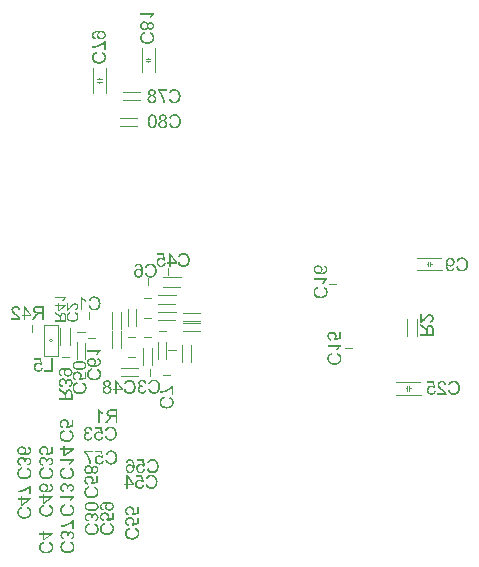
<source format=gbo>
G04 Layer_Color=32896*
%FSLAX43Y43*%
%MOMM*%
G71*
G01*
G75*
%ADD26C,0.100*%
%ADD29C,0.120*%
%ADD39C,0.080*%
G36*
X30642Y93881D02*
X30677Y93875D01*
X30708Y93865D01*
X30735Y93855D01*
X30757Y93845D01*
X30773Y93835D01*
X30783Y93828D01*
X30785Y93826D01*
X30787D01*
X30813Y93803D01*
X30837Y93778D01*
X30855Y93751D01*
X30872Y93726D01*
X30883Y93703D01*
X30892Y93683D01*
X30895Y93676D01*
X30897Y93671D01*
X30898Y93668D01*
Y93666D01*
X30912Y93696D01*
X30927Y93721D01*
X30941Y93743D01*
X30956Y93761D01*
X30970Y93775D01*
X30980Y93785D01*
X30986Y93791D01*
X30990Y93793D01*
X31013Y93808D01*
X31036Y93818D01*
X31060Y93826D01*
X31083Y93831D01*
X31101Y93835D01*
X31116Y93836D01*
X31130D01*
X31153Y93835D01*
X31175Y93833D01*
X31216Y93821D01*
X31253Y93806D01*
X31285Y93790D01*
X31310Y93773D01*
X31320Y93765D01*
X31330Y93758D01*
X31336Y93751D01*
X31341Y93746D01*
X31343Y93745D01*
X31345Y93743D01*
X31360Y93725D01*
X31375Y93706D01*
X31386Y93686D01*
X31396Y93666D01*
X31411Y93626D01*
X31421Y93586D01*
X31426Y93570D01*
X31428Y93553D01*
X31430Y93538D01*
X31431Y93525D01*
X31433Y93515D01*
Y93506D01*
Y93501D01*
Y93500D01*
X31431Y93473D01*
X31430Y93446D01*
X31420Y93400D01*
X31413Y93378D01*
X31406Y93358D01*
X31398Y93340D01*
X31390Y93323D01*
X31381Y93310D01*
X31373Y93296D01*
X31366Y93285D01*
X31360Y93276D01*
X31355Y93270D01*
X31350Y93265D01*
X31348Y93261D01*
X31346Y93260D01*
X31330Y93245D01*
X31313Y93230D01*
X31295Y93218D01*
X31276Y93208D01*
X31241Y93191D01*
X31208Y93181D01*
X31180Y93175D01*
X31166Y93173D01*
X31156Y93171D01*
X31146Y93170D01*
X31135D01*
X31105Y93171D01*
X31076Y93176D01*
X31051Y93183D01*
X31030Y93191D01*
X31013Y93198D01*
X31000Y93205D01*
X30993Y93210D01*
X30990Y93211D01*
X30970Y93230D01*
X30951Y93250D01*
X30935Y93271D01*
X30921Y93293D01*
X30912Y93313D01*
X30905Y93328D01*
X30902Y93335D01*
X30900Y93340D01*
X30898Y93341D01*
Y93343D01*
X30887Y93305D01*
X30872Y93273D01*
X30853Y93245D01*
X30837Y93221D01*
X30820Y93203D01*
X30807Y93190D01*
X30798Y93183D01*
X30797Y93180D01*
X30795D01*
X30765Y93161D01*
X30733Y93146D01*
X30703Y93136D01*
X30673Y93130D01*
X30647Y93126D01*
X30635Y93125D01*
X30625D01*
X30618Y93123D01*
X30607D01*
X30580Y93125D01*
X30553Y93128D01*
X30528Y93133D01*
X30503Y93140D01*
X30462Y93156D01*
X30442Y93165D01*
X30425Y93175D01*
X30408Y93185D01*
X30395Y93193D01*
X30383Y93203D01*
X30373Y93210D01*
X30365Y93216D01*
X30360Y93221D01*
X30357Y93225D01*
X30355Y93226D01*
X30337Y93246D01*
X30322Y93268D01*
X30308Y93291D01*
X30297Y93315D01*
X30288Y93336D01*
X30280Y93360D01*
X30268Y93405D01*
X30263Y93425D01*
X30260Y93443D01*
X30258Y93460D01*
X30257Y93475D01*
X30255Y93486D01*
Y93495D01*
Y93501D01*
Y93503D01*
X30257Y93535D01*
X30260Y93563D01*
X30265Y93591D01*
X30270Y93618D01*
X30278Y93641D01*
X30287Y93665D01*
X30295Y93686D01*
X30305Y93705D01*
X30315Y93721D01*
X30323Y93736D01*
X30332Y93748D01*
X30340Y93760D01*
X30345Y93768D01*
X30350Y93773D01*
X30353Y93776D01*
X30355Y93778D01*
X30375Y93796D01*
X30395Y93813D01*
X30415Y93826D01*
X30437Y93838D01*
X30457Y93850D01*
X30478Y93858D01*
X30517Y93870D01*
X30535Y93875D01*
X30552Y93878D01*
X30567Y93880D01*
X30578Y93881D01*
X30588Y93883D01*
X30603D01*
X30642Y93881D01*
D02*
G37*
G36*
X30678Y92841D02*
X30652Y92835D01*
X30627Y92826D01*
X30603Y92818D01*
X30582Y92810D01*
X30562Y92800D01*
X30545Y92790D01*
X30528Y92778D01*
X30513Y92768D01*
X30500Y92760D01*
X30490Y92750D01*
X30480Y92741D01*
X30472Y92735D01*
X30467Y92728D01*
X30462Y92723D01*
X30460Y92721D01*
X30458Y92720D01*
X30445Y92703D01*
X30435Y92685D01*
X30417Y92648D01*
X30403Y92613D01*
X30395Y92578D01*
X30388Y92548D01*
X30387Y92537D01*
Y92525D01*
X30385Y92515D01*
Y92508D01*
Y92505D01*
Y92503D01*
X30387Y92465D01*
X30393Y92428D01*
X30402Y92395D01*
X30412Y92365D01*
X30422Y92342D01*
X30427Y92332D01*
X30430Y92323D01*
X30433Y92317D01*
X30437Y92312D01*
X30438Y92308D01*
Y92307D01*
X30462Y92275D01*
X30487Y92248D01*
X30515Y92225D01*
X30542Y92207D01*
X30565Y92192D01*
X30585Y92182D01*
X30593Y92178D01*
X30598Y92175D01*
X30602Y92173D01*
X30603D01*
X30647Y92160D01*
X30690Y92150D01*
X30733Y92142D01*
X30773Y92137D01*
X30792Y92135D01*
X30808Y92133D01*
X30823D01*
X30835Y92132D01*
X30860D01*
X30903Y92133D01*
X30943Y92137D01*
X30980Y92143D01*
X31013Y92150D01*
X31041Y92155D01*
X31053Y92158D01*
X31063Y92162D01*
X31071Y92163D01*
X31076Y92165D01*
X31080Y92167D01*
X31081D01*
X31120Y92183D01*
X31155Y92202D01*
X31183Y92222D01*
X31208Y92243D01*
X31228Y92262D01*
X31241Y92277D01*
X31250Y92288D01*
X31253Y92290D01*
Y92292D01*
X31275Y92327D01*
X31291Y92365D01*
X31303Y92402D01*
X31310Y92437D01*
X31315Y92468D01*
X31316Y92482D01*
Y92493D01*
X31318Y92502D01*
Y92508D01*
Y92513D01*
Y92515D01*
X31316Y92557D01*
X31310Y92595D01*
X31300Y92627D01*
X31290Y92655D01*
X31278Y92676D01*
X31270Y92693D01*
X31263Y92703D01*
X31260Y92706D01*
X31235Y92733D01*
X31206Y92758D01*
X31176Y92778D01*
X31146Y92795D01*
X31120Y92808D01*
X31106Y92813D01*
X31096Y92816D01*
X31088Y92820D01*
X31081Y92823D01*
X31078Y92825D01*
X31076D01*
X31111Y92975D01*
X31141Y92965D01*
X31168Y92955D01*
X31193Y92941D01*
X31218Y92930D01*
X31240Y92916D01*
X31260Y92901D01*
X31280Y92888D01*
X31296Y92875D01*
X31310Y92861D01*
X31323Y92850D01*
X31335Y92838D01*
X31343Y92830D01*
X31351Y92821D01*
X31356Y92815D01*
X31358Y92811D01*
X31360Y92810D01*
X31375Y92786D01*
X31390Y92763D01*
X31401Y92740D01*
X31411Y92715D01*
X31426Y92665D01*
X31436Y92620D01*
X31441Y92598D01*
X31443Y92580D01*
X31445Y92562D01*
X31446Y92547D01*
X31448Y92535D01*
Y92527D01*
Y92520D01*
Y92518D01*
X31445Y92463D01*
X31436Y92410D01*
X31426Y92363D01*
X31420Y92342D01*
X31413Y92322D01*
X31406Y92303D01*
X31400Y92287D01*
X31395Y92273D01*
X31390Y92260D01*
X31385Y92252D01*
X31381Y92245D01*
X31380Y92240D01*
X31378Y92238D01*
X31350Y92193D01*
X31316Y92155D01*
X31283Y92122D01*
X31250Y92093D01*
X31220Y92072D01*
X31206Y92063D01*
X31195Y92057D01*
X31186Y92050D01*
X31180Y92047D01*
X31175Y92045D01*
X31173Y92043D01*
X31121Y92020D01*
X31068Y92003D01*
X31015Y91992D01*
X30966Y91983D01*
X30945Y91980D01*
X30923Y91978D01*
X30906Y91977D01*
X30890D01*
X30878Y91975D01*
X30860D01*
X30800Y91978D01*
X30742Y91985D01*
X30690Y91993D01*
X30665Y92000D01*
X30643Y92005D01*
X30623Y92010D01*
X30605Y92017D01*
X30588Y92022D01*
X30575Y92025D01*
X30565Y92030D01*
X30557Y92032D01*
X30552Y92035D01*
X30550D01*
X30500Y92060D01*
X30455Y92088D01*
X30417Y92118D01*
X30402Y92133D01*
X30387Y92147D01*
X30373Y92160D01*
X30362Y92173D01*
X30352Y92185D01*
X30345Y92195D01*
X30338Y92202D01*
X30333Y92208D01*
X30332Y92212D01*
X30330Y92213D01*
X30317Y92237D01*
X30305Y92260D01*
X30287Y92310D01*
X30273Y92360D01*
X30265Y92408D01*
X30262Y92432D01*
X30258Y92452D01*
X30257Y92470D01*
Y92485D01*
X30255Y92498D01*
Y92508D01*
Y92515D01*
Y92517D01*
X30257Y92550D01*
X30260Y92582D01*
X30263Y92612D01*
X30270Y92640D01*
X30278Y92666D01*
X30287Y92691D01*
X30295Y92715D01*
X30305Y92736D01*
X30313Y92755D01*
X30322Y92773D01*
X30330Y92786D01*
X30338Y92800D01*
X30345Y92808D01*
X30348Y92816D01*
X30352Y92820D01*
X30353Y92821D01*
X30373Y92845D01*
X30393Y92865D01*
X30417Y92883D01*
X30440Y92901D01*
X30487Y92931D01*
X30533Y92955D01*
X30555Y92965D01*
X30575Y92973D01*
X30593Y92980D01*
X30608Y92985D01*
X30622Y92990D01*
X30632Y92993D01*
X30638Y92995D01*
X30640D01*
X30678Y92841D01*
D02*
G37*
G36*
X24014Y70482D02*
X23990Y70468D01*
X23968Y70453D01*
X23946Y70435D01*
X23926Y70418D01*
X23910Y70401D01*
X23896Y70389D01*
X23892Y70383D01*
X23888Y70379D01*
X23886Y70378D01*
X23885Y70376D01*
X23861Y70347D01*
X23839Y70318D01*
X23820Y70290D01*
X23804Y70263D01*
X23791Y70239D01*
X23785Y70229D01*
X23781Y70221D01*
X23777Y70214D01*
X23775Y70209D01*
X23773Y70206D01*
Y70204D01*
X23659D01*
X23667Y70225D01*
X23677Y70246D01*
X23687Y70267D01*
X23696Y70286D01*
X23705Y70303D01*
X23712Y70317D01*
X23717Y70325D01*
X23718Y70326D01*
Y70328D01*
X23734Y70353D01*
X23749Y70375D01*
X23763Y70394D01*
X23775Y70410D01*
X23785Y70423D01*
X23793Y70432D01*
X23799Y70439D01*
X23800Y70440D01*
X23050D01*
Y70558D01*
X24014D01*
Y70482D01*
D02*
G37*
G36*
X31433Y94463D02*
X31405Y94446D01*
X31378Y94428D01*
X31351Y94406D01*
X31328Y94386D01*
X31308Y94366D01*
X31291Y94351D01*
X31286Y94344D01*
X31281Y94339D01*
X31280Y94338D01*
X31278Y94336D01*
X31250Y94301D01*
X31223Y94266D01*
X31200Y94233D01*
X31181Y94199D01*
X31165Y94171D01*
X31158Y94159D01*
X31153Y94149D01*
X31148Y94141D01*
X31146Y94134D01*
X31143Y94131D01*
Y94129D01*
X31006D01*
X31016Y94154D01*
X31028Y94179D01*
X31040Y94204D01*
X31051Y94228D01*
X31061Y94248D01*
X31070Y94264D01*
X31076Y94274D01*
X31078Y94276D01*
Y94278D01*
X31096Y94308D01*
X31115Y94334D01*
X31131Y94358D01*
X31146Y94376D01*
X31158Y94393D01*
X31168Y94403D01*
X31175Y94411D01*
X31176Y94413D01*
X30275D01*
Y94554D01*
X31433D01*
Y94463D01*
D02*
G37*
G36*
X33212Y86020D02*
X33265Y86011D01*
X33312Y86001D01*
X33333Y85995D01*
X33353Y85988D01*
X33372Y85981D01*
X33388Y85975D01*
X33402Y85970D01*
X33415Y85965D01*
X33423Y85960D01*
X33430Y85956D01*
X33435Y85955D01*
X33437Y85953D01*
X33482Y85925D01*
X33520Y85891D01*
X33553Y85858D01*
X33582Y85825D01*
X33603Y85795D01*
X33612Y85781D01*
X33618Y85770D01*
X33625Y85761D01*
X33628Y85755D01*
X33630Y85750D01*
X33632Y85748D01*
X33655Y85696D01*
X33672Y85643D01*
X33683Y85590D01*
X33692Y85541D01*
X33695Y85520D01*
X33697Y85498D01*
X33698Y85482D01*
Y85465D01*
X33700Y85453D01*
Y85443D01*
Y85437D01*
Y85435D01*
X33697Y85375D01*
X33690Y85317D01*
X33682Y85265D01*
X33675Y85240D01*
X33670Y85218D01*
X33665Y85198D01*
X33658Y85180D01*
X33653Y85163D01*
X33650Y85150D01*
X33645Y85140D01*
X33643Y85132D01*
X33640Y85127D01*
Y85125D01*
X33615Y85075D01*
X33587Y85030D01*
X33557Y84992D01*
X33542Y84977D01*
X33528Y84962D01*
X33515Y84948D01*
X33502Y84937D01*
X33490Y84927D01*
X33480Y84920D01*
X33473Y84913D01*
X33467Y84908D01*
X33463Y84907D01*
X33462Y84905D01*
X33438Y84892D01*
X33415Y84880D01*
X33365Y84862D01*
X33315Y84848D01*
X33267Y84840D01*
X33243Y84837D01*
X33223Y84833D01*
X33205Y84832D01*
X33190D01*
X33177Y84830D01*
X33158D01*
X33125Y84832D01*
X33093Y84835D01*
X33063Y84838D01*
X33035Y84845D01*
X33009Y84853D01*
X32984Y84862D01*
X32960Y84870D01*
X32939Y84880D01*
X32920Y84888D01*
X32902Y84897D01*
X32889Y84905D01*
X32875Y84913D01*
X32867Y84920D01*
X32859Y84923D01*
X32855Y84927D01*
X32854Y84928D01*
X32830Y84948D01*
X32810Y84968D01*
X32792Y84992D01*
X32774Y85015D01*
X32744Y85062D01*
X32720Y85108D01*
X32710Y85130D01*
X32702Y85150D01*
X32695Y85168D01*
X32690Y85183D01*
X32685Y85197D01*
X32682Y85207D01*
X32680Y85213D01*
Y85215D01*
X32834Y85253D01*
X32840Y85227D01*
X32849Y85202D01*
X32857Y85178D01*
X32865Y85157D01*
X32875Y85137D01*
X32885Y85120D01*
X32897Y85103D01*
X32907Y85088D01*
X32915Y85075D01*
X32925Y85065D01*
X32934Y85055D01*
X32940Y85047D01*
X32947Y85042D01*
X32952Y85037D01*
X32954Y85035D01*
X32955Y85033D01*
X32972Y85020D01*
X32990Y85010D01*
X33027Y84992D01*
X33062Y84978D01*
X33097Y84970D01*
X33127Y84963D01*
X33138Y84962D01*
X33150D01*
X33160Y84960D01*
X33172D01*
X33210Y84962D01*
X33247Y84968D01*
X33280Y84977D01*
X33310Y84987D01*
X33333Y84997D01*
X33343Y85002D01*
X33352Y85005D01*
X33358Y85008D01*
X33363Y85012D01*
X33367Y85013D01*
X33368D01*
X33400Y85037D01*
X33427Y85062D01*
X33450Y85090D01*
X33468Y85117D01*
X33483Y85140D01*
X33493Y85160D01*
X33497Y85168D01*
X33500Y85173D01*
X33502Y85177D01*
Y85178D01*
X33515Y85222D01*
X33525Y85265D01*
X33533Y85308D01*
X33538Y85348D01*
X33540Y85367D01*
X33542Y85383D01*
Y85398D01*
X33543Y85410D01*
Y85420D01*
Y85428D01*
Y85433D01*
Y85435D01*
X33542Y85478D01*
X33538Y85518D01*
X33532Y85555D01*
X33525Y85588D01*
X33520Y85616D01*
X33517Y85628D01*
X33513Y85638D01*
X33512Y85646D01*
X33510Y85651D01*
X33508Y85655D01*
Y85656D01*
X33492Y85695D01*
X33473Y85730D01*
X33453Y85758D01*
X33432Y85783D01*
X33413Y85803D01*
X33398Y85816D01*
X33387Y85825D01*
X33385Y85828D01*
X33383D01*
X33348Y85850D01*
X33310Y85866D01*
X33273Y85878D01*
X33238Y85885D01*
X33207Y85890D01*
X33193Y85891D01*
X33182D01*
X33173Y85893D01*
X33160D01*
X33118Y85891D01*
X33080Y85885D01*
X33049Y85875D01*
X33020Y85865D01*
X32999Y85853D01*
X32982Y85845D01*
X32972Y85838D01*
X32969Y85835D01*
X32942Y85810D01*
X32917Y85781D01*
X32897Y85751D01*
X32880Y85721D01*
X32867Y85695D01*
X32862Y85681D01*
X32859Y85671D01*
X32855Y85663D01*
X32852Y85656D01*
X32850Y85653D01*
Y85651D01*
X32700Y85686D01*
X32710Y85716D01*
X32720Y85743D01*
X32734Y85768D01*
X32745Y85793D01*
X32759Y85815D01*
X32774Y85835D01*
X32787Y85855D01*
X32800Y85871D01*
X32814Y85885D01*
X32825Y85898D01*
X32837Y85910D01*
X32845Y85918D01*
X32854Y85926D01*
X32860Y85931D01*
X32864Y85933D01*
X32865Y85935D01*
X32889Y85950D01*
X32912Y85965D01*
X32935Y85976D01*
X32960Y85986D01*
X33010Y86001D01*
X33055Y86011D01*
X33077Y86016D01*
X33095Y86018D01*
X33113Y86020D01*
X33128Y86021D01*
X33140Y86023D01*
X33157D01*
X33212Y86020D01*
D02*
G37*
G36*
X32202Y86006D02*
X32229Y86005D01*
X32275Y85995D01*
X32297Y85988D01*
X32317Y85981D01*
X32335Y85973D01*
X32352Y85965D01*
X32365Y85956D01*
X32379Y85948D01*
X32390Y85941D01*
X32399Y85935D01*
X32405Y85930D01*
X32410Y85925D01*
X32414Y85923D01*
X32415Y85921D01*
X32430Y85905D01*
X32445Y85888D01*
X32457Y85870D01*
X32467Y85851D01*
X32484Y85816D01*
X32494Y85783D01*
X32500Y85755D01*
X32502Y85741D01*
X32504Y85731D01*
X32505Y85721D01*
Y85715D01*
Y85711D01*
Y85710D01*
X32504Y85680D01*
X32499Y85651D01*
X32492Y85626D01*
X32484Y85605D01*
X32477Y85588D01*
X32470Y85575D01*
X32465Y85568D01*
X32464Y85565D01*
X32445Y85545D01*
X32425Y85526D01*
X32404Y85510D01*
X32382Y85496D01*
X32362Y85487D01*
X32347Y85480D01*
X32340Y85477D01*
X32335Y85475D01*
X32334Y85473D01*
X32332D01*
X32370Y85462D01*
X32402Y85447D01*
X32430Y85428D01*
X32454Y85412D01*
X32472Y85395D01*
X32485Y85382D01*
X32492Y85373D01*
X32495Y85372D01*
Y85370D01*
X32514Y85340D01*
X32529Y85308D01*
X32539Y85278D01*
X32545Y85248D01*
X32549Y85222D01*
X32550Y85210D01*
Y85200D01*
X32552Y85193D01*
Y85187D01*
Y85183D01*
Y85182D01*
X32550Y85155D01*
X32547Y85128D01*
X32542Y85103D01*
X32535Y85078D01*
X32519Y85037D01*
X32510Y85017D01*
X32500Y85000D01*
X32490Y84983D01*
X32482Y84970D01*
X32472Y84958D01*
X32465Y84948D01*
X32459Y84940D01*
X32454Y84935D01*
X32450Y84932D01*
X32449Y84930D01*
X32429Y84912D01*
X32407Y84897D01*
X32384Y84883D01*
X32360Y84872D01*
X32339Y84863D01*
X32315Y84855D01*
X32270Y84843D01*
X32250Y84838D01*
X32232Y84835D01*
X32215Y84833D01*
X32200Y84832D01*
X32189Y84830D01*
X32172D01*
X32140Y84832D01*
X32112Y84835D01*
X32084Y84840D01*
X32057Y84845D01*
X32034Y84853D01*
X32010Y84862D01*
X31989Y84870D01*
X31970Y84880D01*
X31954Y84890D01*
X31939Y84898D01*
X31927Y84907D01*
X31915Y84915D01*
X31907Y84920D01*
X31902Y84925D01*
X31899Y84928D01*
X31897Y84930D01*
X31879Y84950D01*
X31862Y84970D01*
X31849Y84990D01*
X31837Y85012D01*
X31825Y85032D01*
X31817Y85053D01*
X31805Y85092D01*
X31800Y85110D01*
X31797Y85127D01*
X31795Y85142D01*
X31794Y85153D01*
X31792Y85163D01*
Y85172D01*
Y85177D01*
Y85178D01*
X31794Y85217D01*
X31800Y85252D01*
X31810Y85283D01*
X31820Y85310D01*
X31830Y85332D01*
X31840Y85348D01*
X31847Y85358D01*
X31849Y85360D01*
Y85362D01*
X31872Y85388D01*
X31897Y85412D01*
X31924Y85430D01*
X31949Y85447D01*
X31972Y85458D01*
X31992Y85467D01*
X31999Y85470D01*
X32004Y85472D01*
X32007Y85473D01*
X32009D01*
X31979Y85487D01*
X31954Y85502D01*
X31932Y85517D01*
X31914Y85531D01*
X31900Y85545D01*
X31890Y85555D01*
X31884Y85561D01*
X31882Y85565D01*
X31867Y85588D01*
X31857Y85611D01*
X31849Y85635D01*
X31844Y85658D01*
X31840Y85676D01*
X31839Y85691D01*
Y85701D01*
Y85703D01*
Y85705D01*
X31840Y85728D01*
X31842Y85750D01*
X31854Y85791D01*
X31869Y85828D01*
X31885Y85860D01*
X31902Y85885D01*
X31910Y85895D01*
X31917Y85905D01*
X31924Y85911D01*
X31929Y85916D01*
X31930Y85918D01*
X31932Y85920D01*
X31950Y85935D01*
X31969Y85950D01*
X31989Y85961D01*
X32009Y85971D01*
X32049Y85986D01*
X32089Y85996D01*
X32105Y86001D01*
X32122Y86003D01*
X32137Y86005D01*
X32150Y86006D01*
X32160Y86008D01*
X32175D01*
X32202Y86006D01*
D02*
G37*
G36*
X31322Y86005D02*
X31364Y85998D01*
X31399Y85986D01*
X31429Y85975D01*
X31454Y85961D01*
X31464Y85956D01*
X31472Y85950D01*
X31479Y85946D01*
X31484Y85943D01*
X31486Y85940D01*
X31487D01*
X31517Y85913D01*
X31542Y85881D01*
X31564Y85850D01*
X31581Y85820D01*
X31594Y85791D01*
X31601Y85780D01*
X31604Y85768D01*
X31607Y85760D01*
X31611Y85753D01*
X31612Y85750D01*
Y85748D01*
X31619Y85723D01*
X31626Y85698D01*
X31636Y85643D01*
X31644Y85588D01*
X31649Y85536D01*
X31651Y85511D01*
X31652Y85490D01*
Y85470D01*
X31654Y85452D01*
Y85438D01*
Y85427D01*
Y85420D01*
Y85418D01*
X31652Y85360D01*
X31649Y85305D01*
X31644Y85255D01*
X31636Y85208D01*
X31627Y85165D01*
X31617Y85127D01*
X31607Y85092D01*
X31597Y85062D01*
X31587Y85035D01*
X31576Y85012D01*
X31567Y84992D01*
X31559Y84977D01*
X31551Y84963D01*
X31546Y84955D01*
X31542Y84950D01*
X31541Y84948D01*
X31522Y84928D01*
X31502Y84910D01*
X31481Y84893D01*
X31459Y84880D01*
X31437Y84868D01*
X31416Y84858D01*
X31394Y84852D01*
X31374Y84845D01*
X31354Y84840D01*
X31336Y84837D01*
X31319Y84833D01*
X31306Y84832D01*
X31294Y84830D01*
X31277D01*
X31232Y84833D01*
X31191Y84840D01*
X31156Y84852D01*
X31126Y84863D01*
X31101Y84875D01*
X31092Y84882D01*
X31084Y84887D01*
X31077Y84890D01*
X31072Y84893D01*
X31071Y84897D01*
X31069D01*
X31039Y84925D01*
X31014Y84955D01*
X30992Y84988D01*
X30976Y85018D01*
X30962Y85047D01*
X30956Y85058D01*
X30952Y85070D01*
X30949Y85078D01*
X30946Y85085D01*
X30944Y85088D01*
Y85090D01*
X30936Y85115D01*
X30929Y85140D01*
X30919Y85193D01*
X30911Y85248D01*
X30906Y85302D01*
X30904Y85325D01*
X30902Y85347D01*
Y85367D01*
X30901Y85385D01*
Y85398D01*
Y85410D01*
Y85417D01*
Y85418D01*
Y85450D01*
X30902Y85480D01*
Y85507D01*
X30904Y85533D01*
X30907Y85556D01*
X30909Y85580D01*
X30911Y85600D01*
X30914Y85618D01*
X30916Y85635D01*
X30919Y85650D01*
X30921Y85661D01*
X30922Y85671D01*
X30924Y85680D01*
X30926Y85685D01*
X30927Y85688D01*
Y85690D01*
X30937Y85726D01*
X30949Y85760D01*
X30962Y85788D01*
X30972Y85813D01*
X30984Y85835D01*
X30991Y85850D01*
X30997Y85858D01*
X30999Y85861D01*
X31017Y85886D01*
X31036Y85908D01*
X31056Y85926D01*
X31074Y85943D01*
X31091Y85955D01*
X31104Y85963D01*
X31112Y85968D01*
X31114Y85970D01*
X31116D01*
X31142Y85983D01*
X31171Y85991D01*
X31197Y85998D01*
X31222Y86003D01*
X31244Y86006D01*
X31262Y86008D01*
X31277D01*
X31322Y86005D01*
D02*
G37*
G36*
X23388Y69863D02*
X24010D01*
Y69768D01*
X23388Y69328D01*
X23280D01*
Y69745D01*
X23050D01*
Y69863D01*
X23280D01*
Y69994D01*
X23388D01*
Y69863D01*
D02*
G37*
G36*
X22128Y49691D02*
X22102Y49685D01*
X22077Y49676D01*
X22053Y49668D01*
X22032Y49660D01*
X22012Y49650D01*
X21995Y49640D01*
X21978Y49628D01*
X21963Y49618D01*
X21950Y49610D01*
X21940Y49600D01*
X21930Y49591D01*
X21922Y49585D01*
X21917Y49578D01*
X21912Y49573D01*
X21910Y49571D01*
X21908Y49570D01*
X21895Y49553D01*
X21885Y49535D01*
X21867Y49498D01*
X21853Y49463D01*
X21845Y49428D01*
X21838Y49398D01*
X21837Y49387D01*
Y49375D01*
X21835Y49365D01*
Y49358D01*
Y49355D01*
Y49353D01*
X21837Y49315D01*
X21843Y49278D01*
X21852Y49245D01*
X21862Y49215D01*
X21872Y49192D01*
X21877Y49182D01*
X21880Y49173D01*
X21883Y49167D01*
X21887Y49162D01*
X21888Y49158D01*
Y49157D01*
X21912Y49125D01*
X21937Y49098D01*
X21965Y49075D01*
X21992Y49057D01*
X22015Y49042D01*
X22035Y49032D01*
X22043Y49028D01*
X22048Y49025D01*
X22052Y49023D01*
X22053D01*
X22097Y49010D01*
X22140Y49000D01*
X22183Y48992D01*
X22223Y48987D01*
X22242Y48985D01*
X22258Y48983D01*
X22273D01*
X22285Y48982D01*
X22310D01*
X22353Y48983D01*
X22393Y48987D01*
X22430Y48993D01*
X22463Y49000D01*
X22491Y49005D01*
X22503Y49008D01*
X22513Y49012D01*
X22521Y49013D01*
X22526Y49015D01*
X22530Y49017D01*
X22531D01*
X22570Y49033D01*
X22605Y49052D01*
X22633Y49072D01*
X22658Y49093D01*
X22678Y49112D01*
X22691Y49127D01*
X22700Y49138D01*
X22703Y49140D01*
Y49142D01*
X22725Y49177D01*
X22741Y49215D01*
X22753Y49252D01*
X22760Y49287D01*
X22765Y49318D01*
X22766Y49332D01*
Y49343D01*
X22768Y49352D01*
Y49358D01*
Y49363D01*
Y49365D01*
X22766Y49407D01*
X22760Y49445D01*
X22750Y49477D01*
X22740Y49505D01*
X22728Y49526D01*
X22720Y49543D01*
X22713Y49553D01*
X22710Y49556D01*
X22685Y49583D01*
X22656Y49608D01*
X22626Y49628D01*
X22596Y49645D01*
X22570Y49658D01*
X22556Y49663D01*
X22546Y49666D01*
X22538Y49670D01*
X22531Y49673D01*
X22528Y49675D01*
X22526D01*
X22561Y49825D01*
X22591Y49815D01*
X22618Y49805D01*
X22643Y49791D01*
X22668Y49780D01*
X22690Y49766D01*
X22710Y49751D01*
X22730Y49738D01*
X22746Y49725D01*
X22760Y49711D01*
X22773Y49700D01*
X22785Y49688D01*
X22793Y49680D01*
X22801Y49671D01*
X22806Y49665D01*
X22808Y49661D01*
X22810Y49660D01*
X22825Y49636D01*
X22840Y49613D01*
X22851Y49590D01*
X22861Y49565D01*
X22876Y49515D01*
X22886Y49470D01*
X22891Y49448D01*
X22893Y49430D01*
X22895Y49412D01*
X22896Y49397D01*
X22898Y49385D01*
Y49377D01*
Y49370D01*
Y49368D01*
X22895Y49313D01*
X22886Y49260D01*
X22876Y49213D01*
X22870Y49192D01*
X22863Y49172D01*
X22856Y49153D01*
X22850Y49137D01*
X22845Y49123D01*
X22840Y49110D01*
X22835Y49102D01*
X22831Y49095D01*
X22830Y49090D01*
X22828Y49088D01*
X22800Y49043D01*
X22766Y49005D01*
X22733Y48972D01*
X22700Y48943D01*
X22670Y48922D01*
X22656Y48913D01*
X22645Y48907D01*
X22636Y48900D01*
X22630Y48897D01*
X22625Y48895D01*
X22623Y48893D01*
X22571Y48870D01*
X22518Y48853D01*
X22465Y48842D01*
X22416Y48833D01*
X22395Y48830D01*
X22373Y48828D01*
X22357Y48827D01*
X22340D01*
X22328Y48825D01*
X22310D01*
X22250Y48828D01*
X22192Y48835D01*
X22140Y48843D01*
X22115Y48850D01*
X22093Y48855D01*
X22073Y48860D01*
X22055Y48867D01*
X22038Y48872D01*
X22025Y48875D01*
X22015Y48880D01*
X22007Y48882D01*
X22002Y48885D01*
X22000D01*
X21950Y48910D01*
X21905Y48938D01*
X21867Y48968D01*
X21852Y48983D01*
X21837Y48997D01*
X21823Y49010D01*
X21812Y49023D01*
X21802Y49035D01*
X21795Y49045D01*
X21788Y49052D01*
X21783Y49058D01*
X21782Y49062D01*
X21780Y49063D01*
X21767Y49087D01*
X21755Y49110D01*
X21737Y49160D01*
X21723Y49210D01*
X21715Y49258D01*
X21712Y49282D01*
X21708Y49302D01*
X21707Y49320D01*
Y49335D01*
X21705Y49348D01*
Y49358D01*
Y49365D01*
Y49367D01*
X21707Y49400D01*
X21710Y49432D01*
X21713Y49461D01*
X21720Y49490D01*
X21728Y49516D01*
X21737Y49541D01*
X21745Y49565D01*
X21755Y49586D01*
X21763Y49605D01*
X21772Y49623D01*
X21780Y49636D01*
X21788Y49650D01*
X21795Y49658D01*
X21798Y49666D01*
X21802Y49670D01*
X21803Y49671D01*
X21823Y49695D01*
X21843Y49715D01*
X21867Y49733D01*
X21890Y49751D01*
X21937Y49781D01*
X21983Y49805D01*
X22005Y49815D01*
X22025Y49823D01*
X22043Y49830D01*
X22058Y49835D01*
X22072Y49840D01*
X22082Y49843D01*
X22088Y49845D01*
X22090D01*
X22128Y49691D01*
D02*
G37*
G36*
X23870Y60188D02*
X23898Y60185D01*
X23927Y60180D01*
X23952Y60173D01*
X23975Y60165D01*
X23998Y60156D01*
X24018Y60146D01*
X24037Y60138D01*
X24053Y60128D01*
X24068Y60118D01*
X24080Y60110D01*
X24091Y60101D01*
X24100Y60095D01*
X24105Y60090D01*
X24108Y60086D01*
X24110Y60085D01*
X24128Y60065D01*
X24145Y60045D01*
X24158Y60023D01*
X24170Y60001D01*
X24181Y59980D01*
X24190Y59958D01*
X24201Y59918D01*
X24206Y59900D01*
X24210Y59883D01*
X24211Y59868D01*
X24213Y59855D01*
X24215Y59845D01*
Y59836D01*
Y59831D01*
Y59830D01*
Y59808D01*
X24211Y59788D01*
X24203Y59748D01*
X24191Y59711D01*
X24178Y59678D01*
X24165Y59651D01*
X24158Y59640D01*
X24153Y59630D01*
X24148Y59621D01*
X24145Y59616D01*
X24143Y59613D01*
X24141Y59611D01*
X24453Y59673D01*
Y60135D01*
X24588D01*
Y59561D01*
X23995Y59450D01*
X23977Y59583D01*
X23995Y59595D01*
X24010Y59610D01*
X24025Y59623D01*
X24037Y59636D01*
X24045Y59650D01*
X24053Y59660D01*
X24057Y59666D01*
X24058Y59668D01*
X24068Y59690D01*
X24077Y59711D01*
X24081Y59731D01*
X24087Y59751D01*
X24088Y59768D01*
X24090Y59781D01*
Y59790D01*
Y59793D01*
Y59813D01*
X24087Y59833D01*
X24078Y59868D01*
X24067Y59898D01*
X24055Y59925D01*
X24042Y59945D01*
X24030Y59960D01*
X24022Y59968D01*
X24020Y59971D01*
X24018D01*
X23990Y59995D01*
X23960Y60011D01*
X23928Y60023D01*
X23897Y60031D01*
X23870Y60036D01*
X23858Y60038D01*
X23848D01*
X23840Y60040D01*
X23805D01*
X23783Y60036D01*
X23742Y60028D01*
X23707Y60016D01*
X23678Y60005D01*
X23655Y59991D01*
X23637Y59980D01*
X23632Y59975D01*
X23627Y59971D01*
X23625Y59970D01*
X23623Y59968D01*
X23610Y59955D01*
X23598Y59941D01*
X23578Y59911D01*
X23565Y59883D01*
X23557Y59855D01*
X23550Y59831D01*
X23548Y59811D01*
X23547Y59805D01*
Y59800D01*
Y59796D01*
Y59795D01*
X23548Y59763D01*
X23555Y59735D01*
X23563Y59710D01*
X23573Y59690D01*
X23583Y59671D01*
X23592Y59658D01*
X23598Y59651D01*
X23600Y59648D01*
X23623Y59628D01*
X23648Y59611D01*
X23677Y59598D01*
X23702Y59588D01*
X23727Y59581D01*
X23745Y59576D01*
X23753Y59575D01*
X23758Y59573D01*
X23763D01*
X23752Y59425D01*
X23725Y59428D01*
X23700Y59433D01*
X23653Y59448D01*
X23613Y59466D01*
X23595Y59476D01*
X23580Y59486D01*
X23565Y59495D01*
X23552Y59505D01*
X23542Y59513D01*
X23533Y59521D01*
X23527Y59528D01*
X23520Y59531D01*
X23518Y59535D01*
X23517Y59536D01*
X23502Y59556D01*
X23488Y59576D01*
X23477Y59598D01*
X23467Y59620D01*
X23452Y59661D01*
X23442Y59703D01*
X23437Y59721D01*
X23435Y59740D01*
X23433Y59755D01*
X23432Y59768D01*
X23430Y59780D01*
Y59788D01*
Y59793D01*
Y59795D01*
X23432Y59830D01*
X23437Y59863D01*
X23443Y59895D01*
X23452Y59923D01*
X23463Y59950D01*
X23475Y59975D01*
X23487Y59998D01*
X23500Y60018D01*
X23513Y60036D01*
X23525Y60053D01*
X23538Y60066D01*
X23548Y60078D01*
X23557Y60086D01*
X23563Y60093D01*
X23568Y60096D01*
X23570Y60098D01*
X23592Y60115D01*
X23615Y60128D01*
X23637Y60141D01*
X23660Y60151D01*
X23705Y60168D01*
X23748Y60178D01*
X23767Y60181D01*
X23785Y60185D01*
X23800Y60186D01*
X23813Y60188D01*
X23825Y60190D01*
X23840D01*
X23870Y60188D01*
D02*
G37*
G36*
X23853Y59141D02*
X23827Y59135D01*
X23802Y59126D01*
X23778Y59118D01*
X23757Y59110D01*
X23737Y59100D01*
X23720Y59090D01*
X23703Y59078D01*
X23688Y59068D01*
X23675Y59060D01*
X23665Y59050D01*
X23655Y59041D01*
X23647Y59035D01*
X23642Y59028D01*
X23637Y59023D01*
X23635Y59021D01*
X23633Y59020D01*
X23620Y59003D01*
X23610Y58985D01*
X23592Y58948D01*
X23578Y58913D01*
X23570Y58878D01*
X23563Y58848D01*
X23562Y58837D01*
Y58825D01*
X23560Y58815D01*
Y58808D01*
Y58805D01*
Y58803D01*
X23562Y58765D01*
X23568Y58728D01*
X23577Y58695D01*
X23587Y58665D01*
X23597Y58642D01*
X23602Y58632D01*
X23605Y58623D01*
X23608Y58617D01*
X23612Y58612D01*
X23613Y58608D01*
Y58607D01*
X23637Y58575D01*
X23662Y58548D01*
X23690Y58525D01*
X23717Y58507D01*
X23740Y58492D01*
X23760Y58482D01*
X23768Y58478D01*
X23773Y58475D01*
X23777Y58473D01*
X23778D01*
X23822Y58460D01*
X23865Y58450D01*
X23908Y58442D01*
X23948Y58437D01*
X23967Y58435D01*
X23983Y58433D01*
X23998D01*
X24010Y58432D01*
X24035D01*
X24078Y58433D01*
X24118Y58437D01*
X24155Y58443D01*
X24188Y58450D01*
X24216Y58455D01*
X24228Y58458D01*
X24238Y58462D01*
X24246Y58463D01*
X24251Y58465D01*
X24255Y58467D01*
X24256D01*
X24295Y58483D01*
X24330Y58502D01*
X24358Y58522D01*
X24383Y58543D01*
X24403Y58562D01*
X24416Y58577D01*
X24425Y58588D01*
X24428Y58590D01*
Y58592D01*
X24450Y58627D01*
X24466Y58665D01*
X24478Y58702D01*
X24485Y58737D01*
X24490Y58768D01*
X24491Y58782D01*
Y58793D01*
X24493Y58802D01*
Y58808D01*
Y58813D01*
Y58815D01*
X24491Y58857D01*
X24485Y58895D01*
X24475Y58926D01*
X24465Y58955D01*
X24453Y58976D01*
X24445Y58993D01*
X24438Y59003D01*
X24435Y59006D01*
X24410Y59033D01*
X24381Y59058D01*
X24351Y59078D01*
X24321Y59095D01*
X24295Y59108D01*
X24281Y59113D01*
X24271Y59116D01*
X24263Y59120D01*
X24256Y59123D01*
X24253Y59125D01*
X24251D01*
X24286Y59275D01*
X24316Y59265D01*
X24343Y59255D01*
X24368Y59241D01*
X24393Y59230D01*
X24415Y59216D01*
X24435Y59201D01*
X24455Y59188D01*
X24471Y59175D01*
X24485Y59161D01*
X24498Y59150D01*
X24510Y59138D01*
X24518Y59130D01*
X24526Y59121D01*
X24531Y59115D01*
X24533Y59111D01*
X24535Y59110D01*
X24550Y59086D01*
X24565Y59063D01*
X24576Y59040D01*
X24586Y59015D01*
X24601Y58965D01*
X24611Y58920D01*
X24616Y58898D01*
X24618Y58880D01*
X24620Y58862D01*
X24621Y58847D01*
X24623Y58835D01*
Y58827D01*
Y58820D01*
Y58818D01*
X24620Y58763D01*
X24611Y58710D01*
X24601Y58663D01*
X24595Y58642D01*
X24588Y58622D01*
X24581Y58603D01*
X24575Y58587D01*
X24570Y58573D01*
X24565Y58560D01*
X24560Y58552D01*
X24556Y58545D01*
X24555Y58540D01*
X24553Y58538D01*
X24525Y58493D01*
X24491Y58455D01*
X24458Y58422D01*
X24425Y58393D01*
X24395Y58372D01*
X24381Y58363D01*
X24370Y58357D01*
X24361Y58350D01*
X24355Y58347D01*
X24350Y58345D01*
X24348Y58343D01*
X24296Y58320D01*
X24243Y58303D01*
X24190Y58292D01*
X24141Y58283D01*
X24120Y58280D01*
X24098Y58278D01*
X24081Y58277D01*
X24065D01*
X24053Y58275D01*
X24035D01*
X23975Y58278D01*
X23917Y58285D01*
X23865Y58293D01*
X23840Y58300D01*
X23818Y58305D01*
X23798Y58310D01*
X23780Y58317D01*
X23763Y58322D01*
X23750Y58325D01*
X23740Y58330D01*
X23732Y58332D01*
X23727Y58335D01*
X23725D01*
X23675Y58360D01*
X23630Y58388D01*
X23592Y58418D01*
X23577Y58433D01*
X23562Y58447D01*
X23548Y58460D01*
X23537Y58473D01*
X23527Y58485D01*
X23520Y58495D01*
X23513Y58502D01*
X23508Y58508D01*
X23507Y58512D01*
X23505Y58513D01*
X23492Y58537D01*
X23480Y58560D01*
X23462Y58610D01*
X23448Y58660D01*
X23440Y58708D01*
X23437Y58732D01*
X23433Y58752D01*
X23432Y58770D01*
Y58785D01*
X23430Y58798D01*
Y58808D01*
Y58815D01*
Y58817D01*
X23432Y58850D01*
X23435Y58882D01*
X23438Y58911D01*
X23445Y58940D01*
X23453Y58966D01*
X23462Y58991D01*
X23470Y59015D01*
X23480Y59036D01*
X23488Y59055D01*
X23497Y59073D01*
X23505Y59086D01*
X23513Y59100D01*
X23520Y59108D01*
X23523Y59116D01*
X23527Y59120D01*
X23528Y59121D01*
X23548Y59145D01*
X23568Y59165D01*
X23592Y59183D01*
X23615Y59201D01*
X23662Y59231D01*
X23708Y59255D01*
X23730Y59265D01*
X23750Y59273D01*
X23768Y59280D01*
X23783Y59285D01*
X23797Y59290D01*
X23807Y59293D01*
X23813Y59295D01*
X23815D01*
X23853Y59141D01*
D02*
G37*
G36*
X22132Y50570D02*
X22878D01*
Y50455D01*
X22132Y49926D01*
X22002D01*
Y50428D01*
X21725D01*
Y50570D01*
X22002D01*
Y50726D01*
X22132D01*
Y50570D01*
D02*
G37*
G36*
X23311Y69128D02*
X23338Y69109D01*
X23363Y69091D01*
X23384Y69073D01*
X23404Y69057D01*
X23418Y69044D01*
X23429Y69032D01*
X23436Y69026D01*
X23438Y69023D01*
X23447Y69012D01*
X23456Y68999D01*
X23472Y68974D01*
X23477Y68963D01*
X23483Y68955D01*
X23485Y68949D01*
X23487Y68946D01*
X23491Y68971D01*
X23495Y68995D01*
X23502Y69016D01*
X23508Y69037D01*
X23515Y69055D01*
X23523Y69071D01*
X23530Y69087D01*
X23537Y69100D01*
X23545Y69112D01*
X23552Y69123D01*
X23558Y69131D01*
X23563Y69138D01*
X23567Y69143D01*
X23571Y69148D01*
X23573Y69149D01*
X23574Y69150D01*
X23588Y69161D01*
X23602Y69173D01*
X23631Y69189D01*
X23660Y69200D01*
X23688Y69209D01*
X23712Y69214D01*
X23721Y69216D01*
X23731D01*
X23738Y69217D01*
X23748D01*
X23777Y69216D01*
X23803Y69211D01*
X23828Y69204D01*
X23849Y69198D01*
X23867Y69189D01*
X23881Y69184D01*
X23889Y69178D01*
X23890Y69177D01*
X23892D01*
X23914Y69160D01*
X23933Y69143D01*
X23950Y69125D01*
X23963Y69109D01*
X23972Y69093D01*
X23978Y69081D01*
X23982Y69073D01*
X23983Y69071D01*
Y69070D01*
X23987Y69057D01*
X23992Y69042D01*
X23999Y69012D01*
X24003Y68978D01*
X24007Y68948D01*
X24008Y68919D01*
Y68906D01*
X24010Y68895D01*
Y68887D01*
Y68880D01*
Y68876D01*
Y68874D01*
Y68450D01*
X23050D01*
Y68578D01*
X23476D01*
Y68725D01*
Y68741D01*
X23474Y68756D01*
Y68768D01*
X23473Y68777D01*
X23472Y68784D01*
Y68790D01*
X23470Y68793D01*
Y68794D01*
X23463Y68816D01*
X23459Y68826D01*
X23455Y68834D01*
X23451Y68842D01*
X23448Y68848D01*
X23447Y68851D01*
X23445Y68852D01*
X23437Y68863D01*
X23427Y68874D01*
X23406Y68895D01*
X23397Y68905D01*
X23388Y68912D01*
X23383Y68916D01*
X23381Y68917D01*
X23362Y68931D01*
X23341Y68946D01*
X23319Y68962D01*
X23298Y68977D01*
X23279Y68989D01*
X23264Y68999D01*
X23258Y69003D01*
X23254Y69006D01*
X23251Y69009D01*
X23250D01*
X23050Y69135D01*
Y69293D01*
X23311Y69128D01*
D02*
G37*
G36*
X25325Y70555D02*
X25344Y70528D01*
X25365Y70501D01*
X25385Y70478D01*
X25405Y70458D01*
X25420Y70441D01*
X25427Y70436D01*
X25432Y70431D01*
X25434Y70430D01*
X25435Y70428D01*
X25470Y70400D01*
X25505Y70373D01*
X25539Y70350D01*
X25572Y70331D01*
X25600Y70315D01*
X25612Y70308D01*
X25622Y70303D01*
X25630Y70298D01*
X25637Y70296D01*
X25640Y70293D01*
X25642D01*
Y70156D01*
X25617Y70166D01*
X25592Y70178D01*
X25567Y70190D01*
X25544Y70201D01*
X25524Y70211D01*
X25507Y70220D01*
X25497Y70226D01*
X25495Y70228D01*
X25494D01*
X25464Y70246D01*
X25437Y70265D01*
X25414Y70281D01*
X25395Y70296D01*
X25379Y70308D01*
X25369Y70318D01*
X25360Y70325D01*
X25359Y70326D01*
Y69425D01*
X25217D01*
Y70583D01*
X25309D01*
X25325Y70555D01*
D02*
G37*
G36*
X26412Y70595D02*
X26465Y70586D01*
X26512Y70576D01*
X26533Y70570D01*
X26553Y70563D01*
X26572Y70556D01*
X26588Y70550D01*
X26602Y70545D01*
X26615Y70540D01*
X26623Y70535D01*
X26630Y70531D01*
X26635Y70530D01*
X26637Y70528D01*
X26682Y70500D01*
X26720Y70466D01*
X26753Y70433D01*
X26782Y70400D01*
X26803Y70370D01*
X26812Y70356D01*
X26818Y70345D01*
X26825Y70336D01*
X26828Y70330D01*
X26830Y70325D01*
X26832Y70323D01*
X26855Y70271D01*
X26872Y70218D01*
X26883Y70165D01*
X26892Y70116D01*
X26895Y70095D01*
X26897Y70073D01*
X26898Y70057D01*
Y70040D01*
X26900Y70028D01*
Y70018D01*
Y70012D01*
Y70010D01*
X26897Y69950D01*
X26890Y69892D01*
X26882Y69840D01*
X26875Y69815D01*
X26870Y69793D01*
X26865Y69773D01*
X26858Y69755D01*
X26853Y69738D01*
X26850Y69725D01*
X26845Y69715D01*
X26843Y69707D01*
X26840Y69702D01*
Y69700D01*
X26815Y69650D01*
X26787Y69605D01*
X26757Y69567D01*
X26742Y69552D01*
X26728Y69537D01*
X26715Y69523D01*
X26702Y69512D01*
X26690Y69502D01*
X26680Y69495D01*
X26673Y69488D01*
X26667Y69483D01*
X26663Y69482D01*
X26662Y69480D01*
X26638Y69467D01*
X26615Y69455D01*
X26565Y69437D01*
X26515Y69423D01*
X26467Y69415D01*
X26443Y69412D01*
X26423Y69408D01*
X26405Y69407D01*
X26390D01*
X26377Y69405D01*
X26358D01*
X26325Y69407D01*
X26293Y69410D01*
X26264Y69413D01*
X26235Y69420D01*
X26209Y69428D01*
X26184Y69437D01*
X26160Y69445D01*
X26139Y69455D01*
X26120Y69463D01*
X26102Y69472D01*
X26089Y69480D01*
X26075Y69488D01*
X26067Y69495D01*
X26059Y69498D01*
X26055Y69502D01*
X26054Y69503D01*
X26030Y69523D01*
X26010Y69543D01*
X25992Y69567D01*
X25974Y69590D01*
X25944Y69637D01*
X25920Y69683D01*
X25910Y69705D01*
X25902Y69725D01*
X25895Y69743D01*
X25890Y69758D01*
X25885Y69772D01*
X25882Y69782D01*
X25880Y69788D01*
Y69790D01*
X26034Y69828D01*
X26040Y69802D01*
X26049Y69777D01*
X26057Y69753D01*
X26065Y69732D01*
X26075Y69712D01*
X26085Y69695D01*
X26097Y69678D01*
X26107Y69663D01*
X26115Y69650D01*
X26125Y69640D01*
X26134Y69630D01*
X26140Y69622D01*
X26147Y69617D01*
X26152Y69612D01*
X26154Y69610D01*
X26155Y69608D01*
X26172Y69595D01*
X26190Y69585D01*
X26227Y69567D01*
X26262Y69553D01*
X26297Y69545D01*
X26327Y69538D01*
X26338Y69537D01*
X26350D01*
X26360Y69535D01*
X26372D01*
X26410Y69537D01*
X26447Y69543D01*
X26480Y69552D01*
X26510Y69562D01*
X26533Y69572D01*
X26543Y69577D01*
X26552Y69580D01*
X26558Y69583D01*
X26563Y69587D01*
X26567Y69588D01*
X26568D01*
X26600Y69612D01*
X26627Y69637D01*
X26650Y69665D01*
X26668Y69692D01*
X26683Y69715D01*
X26693Y69735D01*
X26697Y69743D01*
X26700Y69748D01*
X26702Y69752D01*
Y69753D01*
X26715Y69797D01*
X26725Y69840D01*
X26733Y69883D01*
X26738Y69923D01*
X26740Y69942D01*
X26742Y69958D01*
Y69973D01*
X26743Y69985D01*
Y69995D01*
Y70003D01*
Y70008D01*
Y70010D01*
X26742Y70053D01*
X26738Y70093D01*
X26732Y70130D01*
X26725Y70163D01*
X26720Y70191D01*
X26717Y70203D01*
X26713Y70213D01*
X26712Y70221D01*
X26710Y70226D01*
X26708Y70230D01*
Y70231D01*
X26692Y70270D01*
X26673Y70305D01*
X26653Y70333D01*
X26632Y70358D01*
X26613Y70378D01*
X26598Y70391D01*
X26587Y70400D01*
X26585Y70403D01*
X26583D01*
X26548Y70425D01*
X26510Y70441D01*
X26473Y70453D01*
X26438Y70460D01*
X26407Y70465D01*
X26393Y70466D01*
X26382D01*
X26373Y70468D01*
X26360D01*
X26318Y70466D01*
X26280Y70460D01*
X26249Y70450D01*
X26220Y70440D01*
X26199Y70428D01*
X26182Y70420D01*
X26172Y70413D01*
X26169Y70410D01*
X26142Y70385D01*
X26117Y70356D01*
X26097Y70326D01*
X26080Y70296D01*
X26067Y70270D01*
X26062Y70256D01*
X26059Y70246D01*
X26055Y70238D01*
X26052Y70231D01*
X26050Y70228D01*
Y70226D01*
X25900Y70261D01*
X25910Y70291D01*
X25920Y70318D01*
X25934Y70343D01*
X25945Y70368D01*
X25959Y70390D01*
X25974Y70410D01*
X25987Y70430D01*
X26000Y70446D01*
X26014Y70460D01*
X26025Y70473D01*
X26037Y70485D01*
X26045Y70493D01*
X26054Y70501D01*
X26060Y70506D01*
X26064Y70508D01*
X26065Y70510D01*
X26089Y70525D01*
X26112Y70540D01*
X26135Y70551D01*
X26160Y70561D01*
X26210Y70576D01*
X26255Y70586D01*
X26277Y70591D01*
X26295Y70593D01*
X26313Y70595D01*
X26328Y70596D01*
X26340Y70598D01*
X26357D01*
X26412Y70595D01*
D02*
G37*
G36*
X54087Y68530D02*
X54115Y68550D01*
X54127Y68560D01*
X54138Y68568D01*
X54148Y68576D01*
X54155Y68583D01*
X54160Y68588D01*
X54162Y68590D01*
X54170Y68598D01*
X54178Y68608D01*
X54200Y68631D01*
X54225Y68658D01*
X54250Y68686D01*
X54272Y68713D01*
X54282Y68725D01*
X54292Y68735D01*
X54298Y68743D01*
X54303Y68750D01*
X54307Y68753D01*
X54308Y68755D01*
X54332Y68781D01*
X54353Y68808D01*
X54375Y68831D01*
X54393Y68853D01*
X54412Y68873D01*
X54428Y68890D01*
X54443Y68906D01*
X54457Y68920D01*
X54470Y68933D01*
X54480Y68943D01*
X54488Y68951D01*
X54497Y68960D01*
X54507Y68968D01*
X54510Y68971D01*
X54538Y68995D01*
X54563Y69015D01*
X54588Y69031D01*
X54608Y69045D01*
X54626Y69055D01*
X54640Y69061D01*
X54648Y69065D01*
X54651Y69066D01*
X54676Y69076D01*
X54701Y69083D01*
X54725Y69090D01*
X54745Y69093D01*
X54763Y69095D01*
X54776Y69096D01*
X54788D01*
X54813Y69095D01*
X54836Y69091D01*
X54860Y69088D01*
X54880Y69081D01*
X54920Y69065D01*
X54951Y69048D01*
X54966Y69038D01*
X54978Y69030D01*
X54990Y69021D01*
X54998Y69013D01*
X55005Y69006D01*
X55011Y69003D01*
X55013Y69000D01*
X55015Y68998D01*
X55031Y68980D01*
X55046Y68960D01*
X55058Y68938D01*
X55068Y68916D01*
X55085Y68873D01*
X55096Y68830D01*
X55100Y68811D01*
X55103Y68793D01*
X55105Y68776D01*
X55106Y68763D01*
X55108Y68751D01*
Y68741D01*
Y68736D01*
Y68735D01*
X55106Y68705D01*
X55105Y68676D01*
X55100Y68650D01*
X55095Y68625D01*
X55088Y68601D01*
X55081Y68580D01*
X55073Y68560D01*
X55065Y68541D01*
X55056Y68525D01*
X55048Y68511D01*
X55041Y68500D01*
X55035Y68490D01*
X55030Y68481D01*
X55025Y68476D01*
X55023Y68473D01*
X55021Y68471D01*
X55005Y68455D01*
X54986Y68440D01*
X54966Y68425D01*
X54946Y68413D01*
X54906Y68393D01*
X54866Y68380D01*
X54848Y68375D01*
X54830Y68370D01*
X54815Y68366D01*
X54801Y68363D01*
X54790Y68361D01*
X54781D01*
X54776Y68360D01*
X54775D01*
X54760Y68505D01*
X54798Y68508D01*
X54831Y68515D01*
X54861Y68525D01*
X54885Y68536D01*
X54905Y68546D01*
X54918Y68556D01*
X54926Y68563D01*
X54930Y68566D01*
X54950Y68591D01*
X54965Y68618D01*
X54976Y68646D01*
X54983Y68671D01*
X54988Y68695D01*
X54990Y68715D01*
X54991Y68721D01*
Y68726D01*
Y68730D01*
Y68731D01*
X54990Y68766D01*
X54983Y68798D01*
X54973Y68825D01*
X54963Y68848D01*
X54951Y68866D01*
X54943Y68878D01*
X54936Y68886D01*
X54933Y68890D01*
X54910Y68910D01*
X54886Y68925D01*
X54863Y68936D01*
X54840Y68943D01*
X54821Y68948D01*
X54805Y68950D01*
X54795Y68951D01*
X54791D01*
X54761Y68948D01*
X54730Y68941D01*
X54701Y68930D01*
X54675Y68918D01*
X54653Y68905D01*
X54635Y68893D01*
X54628Y68890D01*
X54623Y68886D01*
X54621Y68883D01*
X54620D01*
X54602Y68870D01*
X54583Y68853D01*
X54563Y68835D01*
X54543Y68815D01*
X54503Y68773D01*
X54463Y68731D01*
X54445Y68710D01*
X54428Y68691D01*
X54413Y68673D01*
X54400Y68658D01*
X54390Y68646D01*
X54382Y68636D01*
X54377Y68630D01*
X54375Y68628D01*
X54340Y68586D01*
X54307Y68548D01*
X54277Y68516D01*
X54252Y68491D01*
X54230Y68470D01*
X54215Y68455D01*
X54205Y68446D01*
X54203Y68443D01*
X54202D01*
X54173Y68420D01*
X54147Y68401D01*
X54120Y68385D01*
X54097Y68371D01*
X54077Y68361D01*
X54062Y68355D01*
X54052Y68351D01*
X54050Y68350D01*
X54048D01*
X54030Y68343D01*
X54013Y68340D01*
X53997Y68336D01*
X53982Y68335D01*
X53968Y68333D01*
X53950D01*
Y69098D01*
X54087D01*
Y68530D01*
D02*
G37*
G36*
X54263Y68065D02*
X54297Y68041D01*
X54327Y68020D01*
X54352Y67998D01*
X54375Y67980D01*
X54392Y67963D01*
X54405Y67950D01*
X54413Y67941D01*
X54417Y67938D01*
X54427Y67925D01*
X54438Y67910D01*
X54457Y67880D01*
X54463Y67867D01*
X54470Y67857D01*
X54473Y67850D01*
X54475Y67847D01*
X54480Y67877D01*
X54485Y67905D01*
X54493Y67930D01*
X54500Y67955D01*
X54508Y67976D01*
X54518Y67996D01*
X54527Y68015D01*
X54535Y68031D01*
X54545Y68045D01*
X54553Y68058D01*
X54560Y68068D01*
X54567Y68076D01*
X54572Y68083D01*
X54577Y68088D01*
X54578Y68090D01*
X54580Y68091D01*
X54597Y68105D01*
X54613Y68118D01*
X54648Y68138D01*
X54683Y68151D01*
X54716Y68161D01*
X54745Y68168D01*
X54756Y68170D01*
X54768D01*
X54776Y68171D01*
X54788D01*
X54823Y68170D01*
X54855Y68165D01*
X54885Y68156D01*
X54910Y68148D01*
X54931Y68138D01*
X54948Y68131D01*
X54958Y68125D01*
X54960Y68123D01*
X54961D01*
X54988Y68103D01*
X55011Y68083D01*
X55031Y68061D01*
X55046Y68041D01*
X55058Y68023D01*
X55065Y68008D01*
X55070Y67998D01*
X55071Y67996D01*
Y67995D01*
X55076Y67980D01*
X55081Y67961D01*
X55090Y67925D01*
X55095Y67885D01*
X55100Y67848D01*
X55101Y67813D01*
Y67798D01*
X55103Y67785D01*
Y67775D01*
Y67767D01*
Y67762D01*
Y67760D01*
Y67250D01*
X53950D01*
Y67403D01*
X54462D01*
Y67580D01*
Y67600D01*
X54460Y67618D01*
Y67632D01*
X54458Y67643D01*
X54457Y67652D01*
Y67658D01*
X54455Y67662D01*
Y67663D01*
X54447Y67690D01*
X54442Y67702D01*
X54437Y67712D01*
X54432Y67722D01*
X54428Y67728D01*
X54427Y67732D01*
X54425Y67733D01*
X54415Y67747D01*
X54403Y67760D01*
X54378Y67785D01*
X54367Y67797D01*
X54357Y67805D01*
X54350Y67810D01*
X54348Y67812D01*
X54325Y67828D01*
X54300Y67847D01*
X54273Y67865D01*
X54248Y67883D01*
X54225Y67898D01*
X54207Y67910D01*
X54200Y67915D01*
X54195Y67918D01*
X54192Y67921D01*
X54190D01*
X53950Y68073D01*
Y68263D01*
X54263Y68065D01*
D02*
G37*
G36*
X30550Y54870D02*
X30417Y54852D01*
X30405Y54870D01*
X30390Y54885D01*
X30377Y54900D01*
X30364Y54912D01*
X30350Y54920D01*
X30340Y54928D01*
X30334Y54932D01*
X30332Y54933D01*
X30310Y54943D01*
X30289Y54952D01*
X30269Y54957D01*
X30249Y54961D01*
X30232Y54963D01*
X30219Y54965D01*
X30187D01*
X30167Y54961D01*
X30132Y54953D01*
X30102Y54942D01*
X30075Y54930D01*
X30055Y54917D01*
X30040Y54905D01*
X30032Y54897D01*
X30029Y54895D01*
Y54893D01*
X30005Y54865D01*
X29989Y54835D01*
X29977Y54803D01*
X29969Y54772D01*
X29964Y54745D01*
X29962Y54733D01*
Y54723D01*
X29960Y54715D01*
Y54708D01*
Y54705D01*
Y54703D01*
Y54680D01*
X29964Y54658D01*
X29972Y54617D01*
X29984Y54582D01*
X29995Y54553D01*
X30009Y54530D01*
X30020Y54512D01*
X30025Y54507D01*
X30029Y54502D01*
X30030Y54500D01*
X30032Y54498D01*
X30045Y54485D01*
X30059Y54473D01*
X30089Y54453D01*
X30117Y54440D01*
X30145Y54432D01*
X30169Y54425D01*
X30189Y54423D01*
X30195Y54422D01*
X30205D01*
X30237Y54423D01*
X30265Y54430D01*
X30290Y54438D01*
X30310Y54448D01*
X30329Y54458D01*
X30342Y54467D01*
X30349Y54473D01*
X30352Y54475D01*
X30372Y54498D01*
X30389Y54523D01*
X30402Y54552D01*
X30412Y54577D01*
X30419Y54602D01*
X30424Y54620D01*
X30425Y54628D01*
X30427Y54633D01*
Y54637D01*
Y54638D01*
X30575Y54627D01*
X30572Y54600D01*
X30567Y54575D01*
X30552Y54528D01*
X30534Y54488D01*
X30524Y54470D01*
X30514Y54455D01*
X30505Y54440D01*
X30495Y54427D01*
X30487Y54417D01*
X30479Y54408D01*
X30472Y54402D01*
X30469Y54395D01*
X30465Y54393D01*
X30464Y54392D01*
X30444Y54377D01*
X30424Y54363D01*
X30402Y54352D01*
X30380Y54342D01*
X30339Y54327D01*
X30297Y54317D01*
X30279Y54312D01*
X30260Y54310D01*
X30245Y54308D01*
X30232Y54307D01*
X30220Y54305D01*
X30205D01*
X30170Y54307D01*
X30137Y54312D01*
X30105Y54318D01*
X30077Y54327D01*
X30050Y54338D01*
X30025Y54350D01*
X30002Y54362D01*
X29982Y54375D01*
X29964Y54388D01*
X29947Y54400D01*
X29934Y54413D01*
X29922Y54423D01*
X29914Y54432D01*
X29907Y54438D01*
X29904Y54443D01*
X29902Y54445D01*
X29885Y54467D01*
X29872Y54490D01*
X29859Y54512D01*
X29849Y54535D01*
X29832Y54580D01*
X29822Y54623D01*
X29819Y54642D01*
X29815Y54660D01*
X29814Y54675D01*
X29812Y54688D01*
X29810Y54700D01*
Y54708D01*
Y54713D01*
Y54715D01*
X29812Y54745D01*
X29815Y54773D01*
X29820Y54802D01*
X29827Y54827D01*
X29835Y54850D01*
X29844Y54873D01*
X29854Y54893D01*
X29862Y54912D01*
X29872Y54928D01*
X29882Y54943D01*
X29890Y54955D01*
X29899Y54966D01*
X29905Y54975D01*
X29910Y54980D01*
X29914Y54983D01*
X29915Y54985D01*
X29935Y55003D01*
X29955Y55020D01*
X29977Y55033D01*
X29999Y55045D01*
X30020Y55056D01*
X30042Y55065D01*
X30082Y55076D01*
X30100Y55081D01*
X30117Y55085D01*
X30132Y55086D01*
X30145Y55088D01*
X30155Y55090D01*
X30192D01*
X30212Y55086D01*
X30252Y55078D01*
X30289Y55066D01*
X30322Y55053D01*
X30349Y55040D01*
X30360Y55033D01*
X30370Y55028D01*
X30379Y55023D01*
X30384Y55020D01*
X30387Y55018D01*
X30389Y55016D01*
X30327Y55328D01*
X29865D01*
Y55463D01*
X30439D01*
X30550Y54870D01*
D02*
G37*
G36*
X46528Y65666D02*
X46502Y65660D01*
X46477Y65651D01*
X46453Y65643D01*
X46432Y65635D01*
X46412Y65625D01*
X46395Y65615D01*
X46378Y65603D01*
X46363Y65593D01*
X46350Y65585D01*
X46340Y65575D01*
X46330Y65566D01*
X46322Y65560D01*
X46317Y65553D01*
X46312Y65548D01*
X46310Y65546D01*
X46308Y65545D01*
X46295Y65528D01*
X46285Y65510D01*
X46267Y65473D01*
X46253Y65438D01*
X46245Y65403D01*
X46238Y65373D01*
X46237Y65362D01*
Y65350D01*
X46235Y65340D01*
Y65333D01*
Y65330D01*
Y65328D01*
X46237Y65290D01*
X46243Y65253D01*
X46252Y65220D01*
X46262Y65190D01*
X46272Y65167D01*
X46277Y65157D01*
X46280Y65148D01*
X46283Y65142D01*
X46287Y65137D01*
X46288Y65133D01*
Y65132D01*
X46312Y65100D01*
X46337Y65073D01*
X46365Y65050D01*
X46392Y65032D01*
X46415Y65017D01*
X46435Y65007D01*
X46443Y65003D01*
X46448Y65000D01*
X46452Y64998D01*
X46453D01*
X46497Y64985D01*
X46540Y64975D01*
X46583Y64967D01*
X46623Y64962D01*
X46642Y64960D01*
X46658Y64958D01*
X46673D01*
X46685Y64957D01*
X46710D01*
X46753Y64958D01*
X46793Y64962D01*
X46830Y64968D01*
X46863Y64975D01*
X46891Y64980D01*
X46903Y64983D01*
X46913Y64987D01*
X46921Y64988D01*
X46926Y64990D01*
X46930Y64992D01*
X46931D01*
X46970Y65008D01*
X47005Y65027D01*
X47033Y65047D01*
X47058Y65068D01*
X47078Y65087D01*
X47091Y65102D01*
X47100Y65113D01*
X47103Y65115D01*
Y65117D01*
X47125Y65152D01*
X47141Y65190D01*
X47153Y65227D01*
X47160Y65262D01*
X47165Y65293D01*
X47166Y65307D01*
Y65318D01*
X47168Y65327D01*
Y65333D01*
Y65338D01*
Y65340D01*
X47166Y65382D01*
X47160Y65420D01*
X47150Y65451D01*
X47140Y65480D01*
X47128Y65501D01*
X47120Y65518D01*
X47113Y65528D01*
X47110Y65531D01*
X47085Y65558D01*
X47056Y65583D01*
X47026Y65603D01*
X46996Y65620D01*
X46970Y65633D01*
X46956Y65638D01*
X46946Y65641D01*
X46938Y65645D01*
X46931Y65648D01*
X46928Y65650D01*
X46926D01*
X46961Y65800D01*
X46991Y65790D01*
X47018Y65780D01*
X47043Y65766D01*
X47068Y65755D01*
X47090Y65741D01*
X47110Y65726D01*
X47130Y65713D01*
X47146Y65700D01*
X47160Y65686D01*
X47173Y65675D01*
X47185Y65663D01*
X47193Y65655D01*
X47201Y65646D01*
X47206Y65640D01*
X47208Y65636D01*
X47210Y65635D01*
X47225Y65611D01*
X47240Y65588D01*
X47251Y65565D01*
X47261Y65540D01*
X47276Y65490D01*
X47286Y65445D01*
X47291Y65423D01*
X47293Y65405D01*
X47295Y65387D01*
X47296Y65372D01*
X47298Y65360D01*
Y65352D01*
Y65345D01*
Y65343D01*
X47295Y65288D01*
X47286Y65235D01*
X47276Y65188D01*
X47270Y65167D01*
X47263Y65147D01*
X47256Y65128D01*
X47250Y65112D01*
X47245Y65098D01*
X47240Y65085D01*
X47235Y65077D01*
X47231Y65070D01*
X47230Y65065D01*
X47228Y65063D01*
X47200Y65018D01*
X47166Y64980D01*
X47133Y64947D01*
X47100Y64918D01*
X47070Y64897D01*
X47056Y64888D01*
X47045Y64882D01*
X47036Y64875D01*
X47030Y64872D01*
X47025Y64870D01*
X47023Y64868D01*
X46971Y64845D01*
X46918Y64828D01*
X46865Y64817D01*
X46816Y64808D01*
X46795Y64805D01*
X46773Y64803D01*
X46757Y64802D01*
X46740D01*
X46728Y64800D01*
X46710D01*
X46650Y64803D01*
X46592Y64810D01*
X46540Y64818D01*
X46515Y64825D01*
X46493Y64830D01*
X46473Y64835D01*
X46455Y64842D01*
X46438Y64847D01*
X46425Y64850D01*
X46415Y64855D01*
X46407Y64857D01*
X46402Y64860D01*
X46400D01*
X46350Y64885D01*
X46305Y64913D01*
X46267Y64943D01*
X46252Y64958D01*
X46237Y64972D01*
X46223Y64985D01*
X46212Y64998D01*
X46202Y65010D01*
X46195Y65020D01*
X46188Y65027D01*
X46183Y65033D01*
X46182Y65037D01*
X46180Y65038D01*
X46167Y65062D01*
X46155Y65085D01*
X46137Y65135D01*
X46123Y65185D01*
X46115Y65233D01*
X46112Y65257D01*
X46108Y65277D01*
X46107Y65295D01*
Y65310D01*
X46105Y65323D01*
Y65333D01*
Y65340D01*
Y65342D01*
X46107Y65375D01*
X46110Y65407D01*
X46113Y65437D01*
X46120Y65465D01*
X46128Y65491D01*
X46137Y65516D01*
X46145Y65540D01*
X46155Y65561D01*
X46163Y65580D01*
X46172Y65598D01*
X46180Y65611D01*
X46188Y65625D01*
X46195Y65633D01*
X46198Y65641D01*
X46202Y65645D01*
X46203Y65646D01*
X46223Y65670D01*
X46243Y65690D01*
X46267Y65708D01*
X46290Y65726D01*
X46337Y65756D01*
X46383Y65780D01*
X46405Y65790D01*
X46425Y65798D01*
X46443Y65805D01*
X46458Y65810D01*
X46472Y65815D01*
X46482Y65818D01*
X46488Y65820D01*
X46490D01*
X46528Y65666D01*
D02*
G37*
G36*
X45353Y71291D02*
X45327Y71285D01*
X45302Y71276D01*
X45278Y71268D01*
X45257Y71260D01*
X45237Y71250D01*
X45220Y71240D01*
X45203Y71228D01*
X45188Y71218D01*
X45175Y71210D01*
X45165Y71200D01*
X45155Y71191D01*
X45147Y71185D01*
X45142Y71178D01*
X45137Y71173D01*
X45135Y71171D01*
X45133Y71170D01*
X45120Y71153D01*
X45110Y71135D01*
X45092Y71098D01*
X45078Y71063D01*
X45070Y71028D01*
X45063Y70998D01*
X45062Y70987D01*
Y70975D01*
X45060Y70965D01*
Y70958D01*
Y70955D01*
Y70953D01*
X45062Y70915D01*
X45068Y70878D01*
X45077Y70845D01*
X45087Y70815D01*
X45097Y70792D01*
X45102Y70782D01*
X45105Y70773D01*
X45108Y70767D01*
X45112Y70762D01*
X45113Y70758D01*
Y70757D01*
X45137Y70725D01*
X45162Y70698D01*
X45190Y70675D01*
X45217Y70657D01*
X45240Y70642D01*
X45260Y70632D01*
X45268Y70628D01*
X45273Y70625D01*
X45277Y70623D01*
X45278D01*
X45322Y70610D01*
X45365Y70600D01*
X45408Y70592D01*
X45448Y70587D01*
X45467Y70585D01*
X45483Y70583D01*
X45498D01*
X45510Y70582D01*
X45535D01*
X45578Y70583D01*
X45618Y70587D01*
X45655Y70593D01*
X45688Y70600D01*
X45716Y70605D01*
X45728Y70608D01*
X45738Y70612D01*
X45746Y70613D01*
X45751Y70615D01*
X45755Y70617D01*
X45756D01*
X45795Y70633D01*
X45830Y70652D01*
X45858Y70672D01*
X45883Y70693D01*
X45903Y70712D01*
X45916Y70727D01*
X45925Y70738D01*
X45928Y70740D01*
Y70742D01*
X45950Y70777D01*
X45966Y70815D01*
X45978Y70852D01*
X45985Y70887D01*
X45990Y70918D01*
X45991Y70932D01*
Y70943D01*
X45993Y70952D01*
Y70958D01*
Y70963D01*
Y70965D01*
X45991Y71007D01*
X45985Y71045D01*
X45975Y71076D01*
X45965Y71105D01*
X45953Y71126D01*
X45945Y71143D01*
X45938Y71153D01*
X45935Y71156D01*
X45910Y71183D01*
X45881Y71208D01*
X45851Y71228D01*
X45821Y71245D01*
X45795Y71258D01*
X45781Y71263D01*
X45771Y71266D01*
X45763Y71270D01*
X45756Y71273D01*
X45753Y71275D01*
X45751D01*
X45786Y71425D01*
X45816Y71415D01*
X45843Y71405D01*
X45868Y71391D01*
X45893Y71380D01*
X45915Y71366D01*
X45935Y71351D01*
X45955Y71338D01*
X45971Y71325D01*
X45985Y71311D01*
X45998Y71300D01*
X46010Y71288D01*
X46018Y71280D01*
X46026Y71271D01*
X46031Y71265D01*
X46033Y71261D01*
X46035Y71260D01*
X46050Y71236D01*
X46065Y71213D01*
X46076Y71190D01*
X46086Y71165D01*
X46101Y71115D01*
X46111Y71070D01*
X46116Y71048D01*
X46118Y71030D01*
X46120Y71012D01*
X46121Y70997D01*
X46123Y70985D01*
Y70977D01*
Y70970D01*
Y70968D01*
X46120Y70913D01*
X46111Y70860D01*
X46101Y70813D01*
X46095Y70792D01*
X46088Y70772D01*
X46081Y70753D01*
X46075Y70737D01*
X46070Y70723D01*
X46065Y70710D01*
X46060Y70702D01*
X46056Y70695D01*
X46055Y70690D01*
X46053Y70688D01*
X46025Y70643D01*
X45991Y70605D01*
X45958Y70572D01*
X45925Y70543D01*
X45895Y70522D01*
X45881Y70513D01*
X45870Y70507D01*
X45861Y70500D01*
X45855Y70497D01*
X45850Y70495D01*
X45848Y70493D01*
X45796Y70470D01*
X45743Y70453D01*
X45690Y70442D01*
X45641Y70433D01*
X45620Y70430D01*
X45598Y70428D01*
X45582Y70427D01*
X45565D01*
X45553Y70425D01*
X45535D01*
X45475Y70428D01*
X45417Y70435D01*
X45365Y70443D01*
X45340Y70450D01*
X45318Y70455D01*
X45298Y70460D01*
X45280Y70467D01*
X45263Y70472D01*
X45250Y70475D01*
X45240Y70480D01*
X45232Y70482D01*
X45227Y70485D01*
X45225D01*
X45175Y70510D01*
X45130Y70538D01*
X45092Y70568D01*
X45077Y70583D01*
X45062Y70597D01*
X45048Y70610D01*
X45037Y70623D01*
X45027Y70635D01*
X45020Y70645D01*
X45013Y70652D01*
X45008Y70658D01*
X45007Y70662D01*
X45005Y70663D01*
X44992Y70687D01*
X44980Y70710D01*
X44962Y70760D01*
X44948Y70810D01*
X44940Y70858D01*
X44937Y70882D01*
X44933Y70902D01*
X44932Y70920D01*
Y70935D01*
X44930Y70948D01*
Y70958D01*
Y70965D01*
Y70967D01*
X44932Y71000D01*
X44935Y71032D01*
X44938Y71062D01*
X44945Y71090D01*
X44953Y71116D01*
X44962Y71141D01*
X44970Y71165D01*
X44980Y71186D01*
X44988Y71205D01*
X44997Y71223D01*
X45005Y71236D01*
X45013Y71250D01*
X45020Y71258D01*
X45023Y71266D01*
X45027Y71270D01*
X45028Y71271D01*
X45048Y71295D01*
X45068Y71315D01*
X45092Y71333D01*
X45115Y71351D01*
X45162Y71381D01*
X45208Y71405D01*
X45230Y71415D01*
X45250Y71423D01*
X45268Y71430D01*
X45283Y71435D01*
X45297Y71440D01*
X45307Y71443D01*
X45313Y71445D01*
X45315D01*
X45353Y71291D01*
D02*
G37*
G36*
X46545Y67609D02*
X46573Y67606D01*
X46602Y67601D01*
X46627Y67594D01*
X46650Y67586D01*
X46673Y67578D01*
X46693Y67568D01*
X46712Y67559D01*
X46728Y67549D01*
X46743Y67539D01*
X46755Y67531D01*
X46766Y67523D01*
X46775Y67516D01*
X46780Y67511D01*
X46783Y67508D01*
X46785Y67506D01*
X46803Y67486D01*
X46820Y67466D01*
X46833Y67444D01*
X46845Y67423D01*
X46856Y67401D01*
X46865Y67379D01*
X46876Y67339D01*
X46881Y67321D01*
X46885Y67304D01*
X46886Y67289D01*
X46888Y67276D01*
X46890Y67266D01*
Y67258D01*
Y67253D01*
Y67251D01*
Y67229D01*
X46886Y67209D01*
X46878Y67169D01*
X46866Y67133D01*
X46853Y67099D01*
X46840Y67073D01*
X46833Y67061D01*
X46828Y67051D01*
X46823Y67043D01*
X46820Y67038D01*
X46818Y67034D01*
X46816Y67033D01*
X47128Y67094D01*
Y67556D01*
X47263D01*
Y66983D01*
X46670Y66871D01*
X46652Y67004D01*
X46670Y67016D01*
X46685Y67031D01*
X46700Y67044D01*
X46712Y67058D01*
X46720Y67071D01*
X46728Y67081D01*
X46732Y67088D01*
X46733Y67089D01*
X46743Y67111D01*
X46752Y67133D01*
X46757Y67153D01*
X46762Y67173D01*
X46763Y67189D01*
X46765Y67203D01*
Y67211D01*
Y67214D01*
Y67234D01*
X46762Y67254D01*
X46753Y67289D01*
X46742Y67319D01*
X46730Y67346D01*
X46717Y67366D01*
X46705Y67381D01*
X46697Y67389D01*
X46695Y67393D01*
X46693D01*
X46665Y67416D01*
X46635Y67433D01*
X46603Y67444D01*
X46572Y67453D01*
X46545Y67458D01*
X46533Y67459D01*
X46523D01*
X46515Y67461D01*
X46480D01*
X46458Y67458D01*
X46417Y67449D01*
X46382Y67438D01*
X46353Y67426D01*
X46330Y67413D01*
X46312Y67401D01*
X46307Y67396D01*
X46302Y67393D01*
X46300Y67391D01*
X46298Y67389D01*
X46285Y67376D01*
X46273Y67363D01*
X46253Y67333D01*
X46240Y67304D01*
X46232Y67276D01*
X46225Y67253D01*
X46223Y67233D01*
X46222Y67226D01*
Y67221D01*
Y67218D01*
Y67216D01*
X46223Y67184D01*
X46230Y67156D01*
X46238Y67131D01*
X46248Y67111D01*
X46258Y67093D01*
X46267Y67079D01*
X46273Y67073D01*
X46275Y67069D01*
X46298Y67049D01*
X46323Y67033D01*
X46352Y67019D01*
X46377Y67009D01*
X46402Y67003D01*
X46420Y66998D01*
X46428Y66996D01*
X46433Y66994D01*
X46438D01*
X46427Y66846D01*
X46400Y66849D01*
X46375Y66854D01*
X46328Y66869D01*
X46288Y66888D01*
X46270Y66898D01*
X46255Y66908D01*
X46240Y66916D01*
X46227Y66926D01*
X46217Y66934D01*
X46208Y66943D01*
X46202Y66949D01*
X46195Y66953D01*
X46193Y66956D01*
X46192Y66958D01*
X46177Y66978D01*
X46163Y66998D01*
X46152Y67019D01*
X46142Y67041D01*
X46127Y67083D01*
X46117Y67124D01*
X46112Y67143D01*
X46110Y67161D01*
X46108Y67176D01*
X46107Y67189D01*
X46105Y67201D01*
Y67209D01*
Y67214D01*
Y67216D01*
X46107Y67251D01*
X46112Y67284D01*
X46118Y67316D01*
X46127Y67344D01*
X46138Y67371D01*
X46150Y67396D01*
X46162Y67419D01*
X46175Y67439D01*
X46188Y67458D01*
X46200Y67474D01*
X46213Y67488D01*
X46223Y67499D01*
X46232Y67508D01*
X46238Y67514D01*
X46243Y67518D01*
X46245Y67519D01*
X46267Y67536D01*
X46290Y67549D01*
X46312Y67563D01*
X46335Y67573D01*
X46380Y67589D01*
X46423Y67599D01*
X46442Y67603D01*
X46460Y67606D01*
X46475Y67608D01*
X46488Y67609D01*
X46500Y67611D01*
X46515D01*
X46545Y67609D01*
D02*
G37*
G36*
X47283Y66391D02*
X47255Y66375D01*
X47228Y66356D01*
X47201Y66335D01*
X47178Y66315D01*
X47158Y66295D01*
X47141Y66280D01*
X47136Y66273D01*
X47131Y66268D01*
X47130Y66266D01*
X47128Y66265D01*
X47100Y66230D01*
X47073Y66195D01*
X47050Y66161D01*
X47031Y66128D01*
X47015Y66100D01*
X47008Y66088D01*
X47003Y66078D01*
X46998Y66070D01*
X46996Y66063D01*
X46993Y66060D01*
Y66058D01*
X46856D01*
X46866Y66083D01*
X46878Y66108D01*
X46890Y66133D01*
X46901Y66156D01*
X46911Y66176D01*
X46920Y66193D01*
X46926Y66203D01*
X46928Y66205D01*
Y66206D01*
X46946Y66236D01*
X46965Y66263D01*
X46981Y66286D01*
X46996Y66305D01*
X47008Y66321D01*
X47018Y66331D01*
X47025Y66340D01*
X47026Y66341D01*
X46125D01*
Y66483D01*
X47283D01*
Y66391D01*
D02*
G37*
G36*
X31237Y55495D02*
X31290Y55486D01*
X31337Y55476D01*
X31358Y55470D01*
X31378Y55463D01*
X31397Y55456D01*
X31413Y55450D01*
X31427Y55445D01*
X31440Y55440D01*
X31448Y55435D01*
X31455Y55431D01*
X31460Y55430D01*
X31462Y55428D01*
X31507Y55400D01*
X31545Y55366D01*
X31578Y55333D01*
X31607Y55300D01*
X31628Y55270D01*
X31637Y55256D01*
X31643Y55245D01*
X31650Y55236D01*
X31653Y55230D01*
X31655Y55225D01*
X31657Y55223D01*
X31680Y55171D01*
X31697Y55118D01*
X31708Y55065D01*
X31717Y55016D01*
X31720Y54995D01*
X31722Y54973D01*
X31723Y54957D01*
Y54940D01*
X31725Y54928D01*
Y54918D01*
Y54912D01*
Y54910D01*
X31722Y54850D01*
X31715Y54792D01*
X31707Y54740D01*
X31700Y54715D01*
X31695Y54693D01*
X31690Y54673D01*
X31683Y54655D01*
X31678Y54638D01*
X31675Y54625D01*
X31670Y54615D01*
X31668Y54607D01*
X31665Y54602D01*
Y54600D01*
X31640Y54550D01*
X31612Y54505D01*
X31582Y54467D01*
X31567Y54452D01*
X31553Y54437D01*
X31540Y54423D01*
X31527Y54412D01*
X31515Y54402D01*
X31505Y54395D01*
X31498Y54388D01*
X31492Y54383D01*
X31488Y54382D01*
X31487Y54380D01*
X31463Y54367D01*
X31440Y54355D01*
X31390Y54337D01*
X31340Y54323D01*
X31292Y54315D01*
X31268Y54312D01*
X31248Y54308D01*
X31230Y54307D01*
X31215D01*
X31202Y54305D01*
X31183D01*
X31150Y54307D01*
X31118Y54310D01*
X31088Y54313D01*
X31060Y54320D01*
X31034Y54328D01*
X31009Y54337D01*
X30985Y54345D01*
X30964Y54355D01*
X30945Y54363D01*
X30927Y54372D01*
X30914Y54380D01*
X30900Y54388D01*
X30892Y54395D01*
X30884Y54398D01*
X30880Y54402D01*
X30879Y54403D01*
X30855Y54423D01*
X30835Y54443D01*
X30817Y54467D01*
X30799Y54490D01*
X30769Y54537D01*
X30745Y54583D01*
X30735Y54605D01*
X30727Y54625D01*
X30720Y54643D01*
X30715Y54658D01*
X30710Y54672D01*
X30707Y54682D01*
X30705Y54688D01*
Y54690D01*
X30859Y54728D01*
X30865Y54702D01*
X30874Y54677D01*
X30882Y54653D01*
X30890Y54632D01*
X30900Y54612D01*
X30910Y54595D01*
X30922Y54578D01*
X30932Y54563D01*
X30940Y54550D01*
X30950Y54540D01*
X30959Y54530D01*
X30965Y54522D01*
X30972Y54517D01*
X30977Y54512D01*
X30979Y54510D01*
X30980Y54508D01*
X30997Y54495D01*
X31015Y54485D01*
X31052Y54467D01*
X31087Y54453D01*
X31122Y54445D01*
X31152Y54438D01*
X31163Y54437D01*
X31175D01*
X31185Y54435D01*
X31197D01*
X31235Y54437D01*
X31272Y54443D01*
X31305Y54452D01*
X31335Y54462D01*
X31358Y54472D01*
X31368Y54477D01*
X31377Y54480D01*
X31383Y54483D01*
X31388Y54487D01*
X31392Y54488D01*
X31393D01*
X31425Y54512D01*
X31452Y54537D01*
X31475Y54565D01*
X31493Y54592D01*
X31508Y54615D01*
X31518Y54635D01*
X31522Y54643D01*
X31525Y54648D01*
X31527Y54652D01*
Y54653D01*
X31540Y54697D01*
X31550Y54740D01*
X31558Y54783D01*
X31563Y54823D01*
X31565Y54842D01*
X31567Y54858D01*
Y54873D01*
X31568Y54885D01*
Y54895D01*
Y54903D01*
Y54908D01*
Y54910D01*
X31567Y54953D01*
X31563Y54993D01*
X31557Y55030D01*
X31550Y55063D01*
X31545Y55091D01*
X31542Y55103D01*
X31538Y55113D01*
X31537Y55121D01*
X31535Y55126D01*
X31533Y55130D01*
Y55131D01*
X31517Y55170D01*
X31498Y55205D01*
X31478Y55233D01*
X31457Y55258D01*
X31438Y55278D01*
X31423Y55291D01*
X31412Y55300D01*
X31410Y55303D01*
X31408D01*
X31373Y55325D01*
X31335Y55341D01*
X31298Y55353D01*
X31263Y55360D01*
X31232Y55365D01*
X31218Y55366D01*
X31207D01*
X31198Y55368D01*
X31185D01*
X31143Y55366D01*
X31105Y55360D01*
X31073Y55350D01*
X31045Y55340D01*
X31024Y55328D01*
X31007Y55320D01*
X30997Y55313D01*
X30994Y55310D01*
X30967Y55285D01*
X30942Y55256D01*
X30922Y55226D01*
X30905Y55196D01*
X30892Y55170D01*
X30887Y55156D01*
X30884Y55146D01*
X30880Y55138D01*
X30877Y55131D01*
X30875Y55128D01*
Y55126D01*
X30725Y55161D01*
X30735Y55191D01*
X30745Y55218D01*
X30759Y55243D01*
X30770Y55268D01*
X30784Y55290D01*
X30799Y55310D01*
X30812Y55330D01*
X30825Y55346D01*
X30839Y55360D01*
X30850Y55373D01*
X30862Y55385D01*
X30870Y55393D01*
X30879Y55401D01*
X30885Y55406D01*
X30889Y55408D01*
X30890Y55410D01*
X30914Y55425D01*
X30937Y55440D01*
X30960Y55451D01*
X30985Y55461D01*
X31035Y55476D01*
X31080Y55486D01*
X31102Y55491D01*
X31120Y55493D01*
X31138Y55495D01*
X31153Y55496D01*
X31165Y55498D01*
X31182D01*
X31237Y55495D01*
D02*
G37*
G36*
X26875Y93103D02*
X26908Y93099D01*
X26940Y93096D01*
X26968Y93093D01*
X26995Y93089D01*
X27020Y93084D01*
X27041Y93079D01*
X27060Y93074D01*
X27076Y93071D01*
X27091Y93066D01*
X27103Y93063D01*
X27111Y93059D01*
X27118Y93056D01*
X27121Y93054D01*
X27123D01*
X27163Y93034D01*
X27198Y93013D01*
X27228Y92988D01*
X27253Y92966D01*
X27271Y92944D01*
X27285Y92928D01*
X27290Y92921D01*
X27293Y92916D01*
X27296Y92914D01*
Y92913D01*
X27316Y92878D01*
X27331Y92843D01*
X27343Y92808D01*
X27350Y92776D01*
X27355Y92748D01*
X27356Y92736D01*
Y92728D01*
X27358Y92719D01*
Y92713D01*
Y92709D01*
Y92708D01*
X27356Y92679D01*
X27353Y92653D01*
X27348Y92626D01*
X27341Y92603D01*
X27323Y92558D01*
X27315Y92538D01*
X27305Y92521D01*
X27293Y92504D01*
X27285Y92491D01*
X27275Y92478D01*
X27266Y92468D01*
X27260Y92459D01*
X27255Y92454D01*
X27251Y92451D01*
X27250Y92449D01*
X27230Y92431D01*
X27206Y92416D01*
X27185Y92401D01*
X27161Y92389D01*
X27136Y92379D01*
X27113Y92371D01*
X27070Y92359D01*
X27048Y92354D01*
X27030Y92351D01*
X27011Y92349D01*
X26996Y92348D01*
X26985Y92346D01*
X26968D01*
X26936Y92348D01*
X26908Y92351D01*
X26880Y92354D01*
X26853Y92361D01*
X26830Y92369D01*
X26807Y92378D01*
X26787Y92386D01*
X26768Y92396D01*
X26752Y92404D01*
X26737Y92413D01*
X26725Y92421D01*
X26713Y92429D01*
X26705Y92436D01*
X26700Y92439D01*
X26697Y92443D01*
X26695Y92444D01*
X26677Y92463D01*
X26662Y92483D01*
X26647Y92503D01*
X26635Y92524D01*
X26625Y92544D01*
X26617Y92564D01*
X26605Y92603D01*
X26600Y92619D01*
X26597Y92636D01*
X26595Y92649D01*
X26593Y92663D01*
X26592Y92673D01*
Y92679D01*
Y92684D01*
Y92686D01*
X26593Y92718D01*
X26598Y92748D01*
X26605Y92774D01*
X26613Y92799D01*
X26620Y92818D01*
X26627Y92833D01*
X26632Y92843D01*
X26633Y92846D01*
X26650Y92873D01*
X26668Y92896D01*
X26687Y92916D01*
X26703Y92933D01*
X26720Y92944D01*
X26732Y92954D01*
X26740Y92961D01*
X26743Y92963D01*
X26715D01*
X26682Y92961D01*
X26650Y92959D01*
X26622Y92956D01*
X26595Y92953D01*
X26573Y92948D01*
X26557Y92944D01*
X26550Y92943D01*
X26545D01*
X26543Y92941D01*
X26542D01*
X26512Y92933D01*
X26485Y92924D01*
X26462Y92916D01*
X26442Y92908D01*
X26427Y92901D01*
X26415Y92894D01*
X26407Y92891D01*
X26405Y92889D01*
X26387Y92876D01*
X26372Y92863D01*
X26358Y92849D01*
X26347Y92836D01*
X26337Y92826D01*
X26330Y92816D01*
X26327Y92809D01*
X26325Y92808D01*
X26315Y92789D01*
X26308Y92769D01*
X26303Y92751D01*
X26300Y92733D01*
X26298Y92718D01*
X26297Y92706D01*
Y92698D01*
Y92694D01*
X26298Y92668D01*
X26303Y92643D01*
X26310Y92621D01*
X26318Y92603D01*
X26325Y92589D01*
X26332Y92578D01*
X26337Y92571D01*
X26338Y92569D01*
X26357Y92553D01*
X26378Y92539D01*
X26402Y92528D01*
X26425Y92519D01*
X26445Y92513D01*
X26463Y92508D01*
X26470Y92506D01*
X26473D01*
X26477Y92504D01*
X26478D01*
X26467Y92368D01*
X26418Y92378D01*
X26377Y92391D01*
X26340Y92408D01*
X26310Y92424D01*
X26287Y92441D01*
X26277Y92449D01*
X26268Y92456D01*
X26263Y92461D01*
X26258Y92466D01*
X26257Y92468D01*
X26255Y92469D01*
X26242Y92486D01*
X26230Y92504D01*
X26212Y92541D01*
X26198Y92578D01*
X26190Y92613D01*
X26183Y92644D01*
X26182Y92658D01*
Y92669D01*
X26180Y92678D01*
Y92684D01*
Y92689D01*
Y92691D01*
X26183Y92738D01*
X26190Y92779D01*
X26202Y92818D01*
X26215Y92849D01*
X26220Y92863D01*
X26227Y92876D01*
X26233Y92886D01*
X26238Y92896D01*
X26242Y92903D01*
X26245Y92908D01*
X26248Y92911D01*
Y92913D01*
X26277Y92946D01*
X26308Y92976D01*
X26342Y92999D01*
X26373Y93019D01*
X26402Y93036D01*
X26415Y93043D01*
X26425Y93048D01*
X26435Y93051D01*
X26442Y93054D01*
X26445Y93056D01*
X26447D01*
X26472Y93064D01*
X26500Y93073D01*
X26557Y93084D01*
X26617Y93093D01*
X26673Y93098D01*
X26698Y93101D01*
X26723Y93103D01*
X26745D01*
X26763Y93104D01*
X26838D01*
X26875Y93103D01*
D02*
G37*
G36*
X27338Y91460D02*
X27201D01*
Y92025D01*
X27153Y91985D01*
X27101Y91946D01*
X27051Y91913D01*
X27003Y91881D01*
X26981Y91868D01*
X26961Y91856D01*
X26943Y91845D01*
X26928Y91836D01*
X26915Y91830D01*
X26906Y91825D01*
X26900Y91821D01*
X26898Y91820D01*
X26832Y91786D01*
X26765Y91756D01*
X26702Y91731D01*
X26673Y91721D01*
X26645Y91711D01*
X26620Y91701D01*
X26597Y91695D01*
X26577Y91688D01*
X26560Y91683D01*
X26545Y91678D01*
X26535Y91675D01*
X26528Y91673D01*
X26527D01*
X26458Y91656D01*
X26425Y91650D01*
X26395Y91645D01*
X26367Y91640D01*
X26338Y91635D01*
X26315Y91631D01*
X26292Y91628D01*
X26272Y91626D01*
X26253Y91625D01*
X26237Y91623D01*
X26223D01*
X26213Y91621D01*
X26200D01*
Y91766D01*
X26263Y91771D01*
X26322Y91780D01*
X26375Y91788D01*
X26400Y91793D01*
X26423Y91798D01*
X26443Y91801D01*
X26462Y91806D01*
X26478Y91810D01*
X26492Y91813D01*
X26502Y91816D01*
X26510Y91818D01*
X26515Y91820D01*
X26517D01*
X26593Y91845D01*
X26665Y91871D01*
X26700Y91885D01*
X26733Y91898D01*
X26763Y91913D01*
X26793Y91926D01*
X26820Y91938D01*
X26843Y91950D01*
X26863Y91960D01*
X26881Y91968D01*
X26896Y91976D01*
X26906Y91981D01*
X26913Y91985D01*
X26915Y91986D01*
X26950Y92006D01*
X26985Y92026D01*
X27016Y92046D01*
X27046Y92066D01*
X27073Y92085D01*
X27100Y92103D01*
X27123Y92121D01*
X27143Y92136D01*
X27163Y92151D01*
X27180Y92165D01*
X27193Y92178D01*
X27205Y92188D01*
X27215Y92195D01*
X27221Y92201D01*
X27225Y92205D01*
X27226Y92206D01*
X27338D01*
Y91460D01*
D02*
G37*
G36*
X26603Y91166D02*
X26577Y91160D01*
X26552Y91151D01*
X26528Y91143D01*
X26507Y91135D01*
X26487Y91125D01*
X26470Y91115D01*
X26453Y91103D01*
X26438Y91093D01*
X26425Y91085D01*
X26415Y91075D01*
X26405Y91066D01*
X26397Y91060D01*
X26392Y91053D01*
X26387Y91048D01*
X26385Y91046D01*
X26383Y91045D01*
X26370Y91028D01*
X26360Y91010D01*
X26342Y90973D01*
X26328Y90938D01*
X26320Y90903D01*
X26313Y90873D01*
X26312Y90862D01*
Y90850D01*
X26310Y90840D01*
Y90833D01*
Y90830D01*
Y90828D01*
X26312Y90790D01*
X26318Y90753D01*
X26327Y90720D01*
X26337Y90690D01*
X26347Y90667D01*
X26352Y90657D01*
X26355Y90648D01*
X26358Y90642D01*
X26362Y90637D01*
X26363Y90633D01*
Y90632D01*
X26387Y90600D01*
X26412Y90573D01*
X26440Y90550D01*
X26467Y90532D01*
X26490Y90517D01*
X26510Y90507D01*
X26518Y90503D01*
X26523Y90500D01*
X26527Y90498D01*
X26528D01*
X26572Y90485D01*
X26615Y90475D01*
X26658Y90467D01*
X26698Y90462D01*
X26717Y90460D01*
X26733Y90458D01*
X26748D01*
X26760Y90457D01*
X26785D01*
X26828Y90458D01*
X26868Y90462D01*
X26905Y90468D01*
X26938Y90475D01*
X26966Y90480D01*
X26978Y90483D01*
X26988Y90487D01*
X26996Y90488D01*
X27001Y90490D01*
X27005Y90492D01*
X27006D01*
X27045Y90508D01*
X27080Y90527D01*
X27108Y90547D01*
X27133Y90568D01*
X27153Y90587D01*
X27166Y90602D01*
X27175Y90613D01*
X27178Y90615D01*
Y90617D01*
X27200Y90652D01*
X27216Y90690D01*
X27228Y90727D01*
X27235Y90762D01*
X27240Y90793D01*
X27241Y90807D01*
Y90818D01*
X27243Y90827D01*
Y90833D01*
Y90838D01*
Y90840D01*
X27241Y90882D01*
X27235Y90920D01*
X27225Y90951D01*
X27215Y90980D01*
X27203Y91001D01*
X27195Y91018D01*
X27188Y91028D01*
X27185Y91031D01*
X27160Y91058D01*
X27131Y91083D01*
X27101Y91103D01*
X27071Y91120D01*
X27045Y91133D01*
X27031Y91138D01*
X27021Y91141D01*
X27013Y91145D01*
X27006Y91148D01*
X27003Y91150D01*
X27001D01*
X27036Y91300D01*
X27066Y91290D01*
X27093Y91280D01*
X27118Y91266D01*
X27143Y91255D01*
X27165Y91241D01*
X27185Y91226D01*
X27205Y91213D01*
X27221Y91200D01*
X27235Y91186D01*
X27248Y91175D01*
X27260Y91163D01*
X27268Y91155D01*
X27276Y91146D01*
X27281Y91140D01*
X27283Y91136D01*
X27285Y91135D01*
X27300Y91111D01*
X27315Y91088D01*
X27326Y91065D01*
X27336Y91040D01*
X27351Y90990D01*
X27361Y90945D01*
X27366Y90923D01*
X27368Y90905D01*
X27370Y90887D01*
X27371Y90872D01*
X27373Y90860D01*
Y90852D01*
Y90845D01*
Y90843D01*
X27370Y90788D01*
X27361Y90735D01*
X27351Y90688D01*
X27345Y90667D01*
X27338Y90647D01*
X27331Y90628D01*
X27325Y90612D01*
X27320Y90598D01*
X27315Y90585D01*
X27310Y90577D01*
X27306Y90570D01*
X27305Y90565D01*
X27303Y90563D01*
X27275Y90518D01*
X27241Y90480D01*
X27208Y90447D01*
X27175Y90418D01*
X27145Y90397D01*
X27131Y90388D01*
X27120Y90382D01*
X27111Y90375D01*
X27105Y90372D01*
X27100Y90370D01*
X27098Y90368D01*
X27046Y90345D01*
X26993Y90328D01*
X26940Y90317D01*
X26891Y90308D01*
X26870Y90305D01*
X26848Y90303D01*
X26832Y90302D01*
X26815D01*
X26803Y90300D01*
X26785D01*
X26725Y90303D01*
X26667Y90310D01*
X26615Y90318D01*
X26590Y90325D01*
X26568Y90330D01*
X26548Y90335D01*
X26530Y90342D01*
X26513Y90347D01*
X26500Y90350D01*
X26490Y90355D01*
X26482Y90357D01*
X26477Y90360D01*
X26475D01*
X26425Y90385D01*
X26380Y90413D01*
X26342Y90443D01*
X26327Y90458D01*
X26312Y90472D01*
X26298Y90485D01*
X26287Y90498D01*
X26277Y90510D01*
X26270Y90520D01*
X26263Y90527D01*
X26258Y90533D01*
X26257Y90537D01*
X26255Y90538D01*
X26242Y90562D01*
X26230Y90585D01*
X26212Y90635D01*
X26198Y90685D01*
X26190Y90733D01*
X26187Y90757D01*
X26183Y90777D01*
X26182Y90795D01*
Y90810D01*
X26180Y90823D01*
Y90833D01*
Y90840D01*
Y90842D01*
X26182Y90875D01*
X26185Y90907D01*
X26188Y90937D01*
X26195Y90965D01*
X26203Y90991D01*
X26212Y91016D01*
X26220Y91040D01*
X26230Y91061D01*
X26238Y91080D01*
X26247Y91098D01*
X26255Y91111D01*
X26263Y91125D01*
X26270Y91133D01*
X26273Y91141D01*
X26277Y91145D01*
X26278Y91146D01*
X26298Y91170D01*
X26318Y91190D01*
X26342Y91208D01*
X26365Y91226D01*
X26412Y91256D01*
X26458Y91280D01*
X26480Y91290D01*
X26500Y91298D01*
X26518Y91305D01*
X26533Y91310D01*
X26547Y91315D01*
X26557Y91318D01*
X26563Y91320D01*
X26565D01*
X26603Y91166D01*
D02*
G37*
G36*
X31281Y88131D02*
X31307Y88130D01*
X31354Y88120D01*
X31376Y88113D01*
X31396Y88106D01*
X31414Y88098D01*
X31431Y88090D01*
X31444Y88081D01*
X31457Y88073D01*
X31469Y88066D01*
X31477Y88060D01*
X31484Y88055D01*
X31489Y88050D01*
X31492Y88048D01*
X31494Y88046D01*
X31509Y88030D01*
X31524Y88013D01*
X31536Y87995D01*
X31546Y87976D01*
X31562Y87941D01*
X31572Y87908D01*
X31579Y87880D01*
X31581Y87866D01*
X31582Y87856D01*
X31584Y87846D01*
Y87840D01*
Y87836D01*
Y87835D01*
X31582Y87805D01*
X31577Y87776D01*
X31571Y87751D01*
X31562Y87730D01*
X31556Y87713D01*
X31549Y87700D01*
X31544Y87693D01*
X31542Y87690D01*
X31524Y87670D01*
X31504Y87651D01*
X31482Y87635D01*
X31461Y87621D01*
X31441Y87612D01*
X31426Y87605D01*
X31419Y87602D01*
X31414Y87600D01*
X31412Y87598D01*
X31411D01*
X31449Y87587D01*
X31481Y87572D01*
X31509Y87553D01*
X31532Y87537D01*
X31551Y87520D01*
X31564Y87507D01*
X31571Y87498D01*
X31574Y87497D01*
Y87495D01*
X31592Y87465D01*
X31607Y87433D01*
X31617Y87403D01*
X31624Y87373D01*
X31627Y87347D01*
X31629Y87335D01*
Y87325D01*
X31631Y87318D01*
Y87312D01*
Y87308D01*
Y87307D01*
X31629Y87280D01*
X31626Y87253D01*
X31621Y87228D01*
X31614Y87203D01*
X31597Y87162D01*
X31589Y87142D01*
X31579Y87125D01*
X31569Y87108D01*
X31561Y87095D01*
X31551Y87083D01*
X31544Y87073D01*
X31537Y87065D01*
X31532Y87060D01*
X31529Y87057D01*
X31527Y87055D01*
X31507Y87037D01*
X31486Y87022D01*
X31462Y87008D01*
X31439Y86997D01*
X31417Y86988D01*
X31394Y86980D01*
X31349Y86968D01*
X31329Y86963D01*
X31311Y86960D01*
X31294Y86958D01*
X31279Y86957D01*
X31267Y86955D01*
X31251D01*
X31219Y86957D01*
X31191Y86960D01*
X31162Y86965D01*
X31136Y86970D01*
X31112Y86978D01*
X31089Y86987D01*
X31067Y86995D01*
X31049Y87005D01*
X31032Y87015D01*
X31017Y87023D01*
X31006Y87032D01*
X30994Y87040D01*
X30986Y87045D01*
X30981Y87050D01*
X30977Y87053D01*
X30976Y87055D01*
X30957Y87075D01*
X30941Y87095D01*
X30927Y87115D01*
X30916Y87137D01*
X30904Y87157D01*
X30896Y87178D01*
X30884Y87217D01*
X30879Y87235D01*
X30876Y87252D01*
X30874Y87267D01*
X30872Y87278D01*
X30871Y87288D01*
Y87297D01*
Y87302D01*
Y87303D01*
X30872Y87342D01*
X30879Y87377D01*
X30889Y87408D01*
X30899Y87435D01*
X30909Y87457D01*
X30919Y87473D01*
X30926Y87483D01*
X30927Y87485D01*
Y87487D01*
X30951Y87513D01*
X30976Y87537D01*
X31002Y87555D01*
X31027Y87572D01*
X31051Y87583D01*
X31071Y87592D01*
X31077Y87595D01*
X31082Y87597D01*
X31086Y87598D01*
X31087D01*
X31057Y87612D01*
X31032Y87627D01*
X31011Y87642D01*
X30992Y87656D01*
X30979Y87670D01*
X30969Y87680D01*
X30962Y87686D01*
X30961Y87690D01*
X30946Y87713D01*
X30936Y87736D01*
X30927Y87760D01*
X30922Y87783D01*
X30919Y87801D01*
X30917Y87816D01*
Y87826D01*
Y87828D01*
Y87830D01*
X30919Y87853D01*
X30921Y87875D01*
X30932Y87916D01*
X30947Y87953D01*
X30964Y87985D01*
X30981Y88010D01*
X30989Y88020D01*
X30996Y88030D01*
X31002Y88036D01*
X31007Y88041D01*
X31009Y88043D01*
X31011Y88045D01*
X31029Y88060D01*
X31047Y88075D01*
X31067Y88086D01*
X31087Y88096D01*
X31127Y88111D01*
X31167Y88121D01*
X31184Y88126D01*
X31201Y88128D01*
X31216Y88130D01*
X31229Y88131D01*
X31239Y88133D01*
X31254D01*
X31281Y88131D01*
D02*
G37*
G36*
X29727Y54732D02*
Y54602D01*
X29226D01*
Y54325D01*
X29084D01*
Y54602D01*
X28927D01*
Y54732D01*
X29084D01*
Y55478D01*
X29199D01*
X29727Y54732D01*
D02*
G37*
G36*
X33187Y88145D02*
X33240Y88136D01*
X33287Y88126D01*
X33308Y88120D01*
X33328Y88113D01*
X33347Y88106D01*
X33363Y88100D01*
X33377Y88095D01*
X33390Y88090D01*
X33398Y88085D01*
X33405Y88081D01*
X33410Y88080D01*
X33412Y88078D01*
X33457Y88050D01*
X33495Y88016D01*
X33528Y87983D01*
X33557Y87950D01*
X33578Y87920D01*
X33587Y87906D01*
X33593Y87895D01*
X33600Y87886D01*
X33603Y87880D01*
X33605Y87875D01*
X33607Y87873D01*
X33630Y87821D01*
X33647Y87768D01*
X33658Y87715D01*
X33667Y87666D01*
X33670Y87645D01*
X33672Y87623D01*
X33673Y87606D01*
Y87590D01*
X33675Y87578D01*
Y87568D01*
Y87562D01*
Y87560D01*
X33672Y87500D01*
X33665Y87442D01*
X33657Y87390D01*
X33650Y87365D01*
X33645Y87343D01*
X33640Y87323D01*
X33633Y87305D01*
X33628Y87288D01*
X33625Y87275D01*
X33620Y87265D01*
X33618Y87257D01*
X33615Y87252D01*
Y87250D01*
X33590Y87200D01*
X33562Y87155D01*
X33532Y87117D01*
X33517Y87102D01*
X33503Y87087D01*
X33490Y87073D01*
X33477Y87062D01*
X33465Y87052D01*
X33455Y87045D01*
X33448Y87038D01*
X33442Y87033D01*
X33438Y87032D01*
X33437Y87030D01*
X33413Y87017D01*
X33390Y87005D01*
X33340Y86987D01*
X33290Y86973D01*
X33242Y86965D01*
X33218Y86962D01*
X33198Y86958D01*
X33180Y86957D01*
X33165D01*
X33152Y86955D01*
X33133D01*
X33100Y86957D01*
X33068Y86960D01*
X33039Y86963D01*
X33010Y86970D01*
X32984Y86978D01*
X32959Y86987D01*
X32935Y86995D01*
X32914Y87005D01*
X32895Y87013D01*
X32877Y87022D01*
X32864Y87030D01*
X32850Y87038D01*
X32842Y87045D01*
X32834Y87048D01*
X32830Y87052D01*
X32829Y87053D01*
X32805Y87073D01*
X32785Y87093D01*
X32767Y87117D01*
X32749Y87140D01*
X32719Y87187D01*
X32695Y87233D01*
X32685Y87255D01*
X32677Y87275D01*
X32670Y87293D01*
X32665Y87308D01*
X32660Y87322D01*
X32657Y87332D01*
X32655Y87338D01*
Y87340D01*
X32809Y87378D01*
X32815Y87352D01*
X32824Y87327D01*
X32832Y87303D01*
X32840Y87282D01*
X32850Y87262D01*
X32860Y87245D01*
X32872Y87228D01*
X32882Y87213D01*
X32890Y87200D01*
X32900Y87190D01*
X32909Y87180D01*
X32915Y87172D01*
X32922Y87167D01*
X32927Y87162D01*
X32929Y87160D01*
X32930Y87158D01*
X32947Y87145D01*
X32965Y87135D01*
X33002Y87117D01*
X33037Y87103D01*
X33072Y87095D01*
X33102Y87088D01*
X33113Y87087D01*
X33125D01*
X33135Y87085D01*
X33147D01*
X33185Y87087D01*
X33222Y87093D01*
X33255Y87102D01*
X33285Y87112D01*
X33308Y87122D01*
X33318Y87127D01*
X33327Y87130D01*
X33333Y87133D01*
X33338Y87137D01*
X33342Y87138D01*
X33343D01*
X33375Y87162D01*
X33402Y87187D01*
X33425Y87215D01*
X33443Y87242D01*
X33458Y87265D01*
X33468Y87285D01*
X33472Y87293D01*
X33475Y87298D01*
X33477Y87302D01*
Y87303D01*
X33490Y87347D01*
X33500Y87390D01*
X33508Y87433D01*
X33513Y87473D01*
X33515Y87492D01*
X33517Y87508D01*
Y87523D01*
X33518Y87535D01*
Y87545D01*
Y87553D01*
Y87558D01*
Y87560D01*
X33517Y87603D01*
X33513Y87643D01*
X33507Y87680D01*
X33500Y87713D01*
X33495Y87741D01*
X33492Y87753D01*
X33488Y87763D01*
X33487Y87771D01*
X33485Y87776D01*
X33483Y87780D01*
Y87781D01*
X33467Y87820D01*
X33448Y87855D01*
X33428Y87883D01*
X33407Y87908D01*
X33388Y87928D01*
X33373Y87941D01*
X33362Y87950D01*
X33360Y87953D01*
X33358D01*
X33323Y87975D01*
X33285Y87991D01*
X33248Y88003D01*
X33213Y88010D01*
X33182Y88015D01*
X33168Y88016D01*
X33157D01*
X33148Y88018D01*
X33135D01*
X33093Y88016D01*
X33055Y88010D01*
X33023Y88000D01*
X32995Y87990D01*
X32974Y87978D01*
X32957Y87970D01*
X32947Y87963D01*
X32944Y87960D01*
X32917Y87935D01*
X32892Y87906D01*
X32872Y87876D01*
X32855Y87846D01*
X32842Y87820D01*
X32837Y87806D01*
X32834Y87796D01*
X32830Y87788D01*
X32827Y87781D01*
X32825Y87778D01*
Y87776D01*
X32675Y87811D01*
X32685Y87841D01*
X32695Y87868D01*
X32709Y87893D01*
X32720Y87918D01*
X32734Y87940D01*
X32749Y87960D01*
X32762Y87980D01*
X32775Y87996D01*
X32789Y88010D01*
X32800Y88023D01*
X32812Y88035D01*
X32820Y88043D01*
X32829Y88051D01*
X32835Y88056D01*
X32839Y88058D01*
X32840Y88060D01*
X32864Y88075D01*
X32887Y88090D01*
X32910Y88101D01*
X32935Y88111D01*
X32985Y88126D01*
X33030Y88136D01*
X33052Y88141D01*
X33070Y88143D01*
X33088Y88145D01*
X33103Y88146D01*
X33115Y88148D01*
X33132D01*
X33187Y88145D01*
D02*
G37*
G36*
X32515Y87976D02*
X31950D01*
X31990Y87928D01*
X32029Y87876D01*
X32062Y87826D01*
X32094Y87778D01*
X32107Y87756D01*
X32119Y87736D01*
X32130Y87718D01*
X32139Y87703D01*
X32145Y87690D01*
X32150Y87681D01*
X32154Y87675D01*
X32155Y87673D01*
X32189Y87606D01*
X32219Y87540D01*
X32244Y87477D01*
X32254Y87448D01*
X32264Y87420D01*
X32274Y87395D01*
X32280Y87372D01*
X32287Y87352D01*
X32292Y87335D01*
X32297Y87320D01*
X32300Y87310D01*
X32302Y87303D01*
Y87302D01*
X32319Y87233D01*
X32325Y87200D01*
X32330Y87170D01*
X32335Y87142D01*
X32340Y87113D01*
X32344Y87090D01*
X32347Y87067D01*
X32349Y87047D01*
X32350Y87028D01*
X32352Y87012D01*
Y86998D01*
X32354Y86988D01*
Y86982D01*
Y86977D01*
Y86975D01*
X32209D01*
X32204Y87038D01*
X32195Y87097D01*
X32187Y87150D01*
X32182Y87175D01*
X32177Y87198D01*
X32174Y87218D01*
X32169Y87237D01*
X32165Y87253D01*
X32162Y87267D01*
X32159Y87277D01*
X32157Y87285D01*
X32155Y87290D01*
Y87292D01*
X32130Y87368D01*
X32104Y87440D01*
X32090Y87475D01*
X32077Y87508D01*
X32062Y87538D01*
X32049Y87568D01*
X32037Y87595D01*
X32025Y87618D01*
X32015Y87638D01*
X32007Y87656D01*
X31999Y87671D01*
X31994Y87681D01*
X31990Y87688D01*
X31989Y87690D01*
X31969Y87725D01*
X31949Y87760D01*
X31929Y87791D01*
X31909Y87821D01*
X31890Y87848D01*
X31872Y87875D01*
X31854Y87898D01*
X31839Y87918D01*
X31824Y87938D01*
X31810Y87955D01*
X31797Y87968D01*
X31787Y87980D01*
X31780Y87990D01*
X31774Y87996D01*
X31770Y88000D01*
X31769Y88001D01*
Y88113D01*
X32515D01*
Y87976D01*
D02*
G37*
G36*
X30125Y73356D02*
X30157Y73353D01*
X30187Y73346D01*
X30215Y73338D01*
X30240Y73326D01*
X30265Y73316D01*
X30287Y73303D01*
X30307Y73291D01*
X30324Y73280D01*
X30340Y73266D01*
X30354Y73256D01*
X30364Y73246D01*
X30372Y73236D01*
X30379Y73230D01*
X30382Y73226D01*
X30384Y73225D01*
X30405Y73195D01*
X30424Y73160D01*
X30440Y73123D01*
X30455Y73085D01*
X30467Y73045D01*
X30477Y73005D01*
X30485Y72963D01*
X30492Y72925D01*
X30497Y72886D01*
X30500Y72852D01*
X30504Y72820D01*
X30505Y72793D01*
Y72770D01*
X30507Y72753D01*
Y72747D01*
Y72742D01*
Y72740D01*
Y72738D01*
X30505Y72685D01*
X30502Y72635D01*
X30497Y72588D01*
X30489Y72545D01*
X30480Y72507D01*
X30472Y72472D01*
X30462Y72440D01*
X30450Y72412D01*
X30440Y72388D01*
X30430Y72367D01*
X30422Y72350D01*
X30412Y72335D01*
X30405Y72323D01*
X30400Y72317D01*
X30397Y72312D01*
X30395Y72310D01*
X30374Y72287D01*
X30350Y72267D01*
X30327Y72250D01*
X30304Y72235D01*
X30279Y72222D01*
X30255Y72212D01*
X30232Y72203D01*
X30209Y72197D01*
X30189Y72192D01*
X30169Y72187D01*
X30152Y72183D01*
X30137Y72182D01*
X30124D01*
X30115Y72180D01*
X30107D01*
X30069Y72182D01*
X30034Y72188D01*
X30002Y72195D01*
X29974Y72205D01*
X29952Y72213D01*
X29935Y72222D01*
X29929Y72223D01*
X29924Y72227D01*
X29922Y72228D01*
X29920D01*
X29892Y72248D01*
X29865Y72272D01*
X29844Y72295D01*
X29825Y72318D01*
X29810Y72340D01*
X29800Y72357D01*
X29797Y72363D01*
X29794Y72368D01*
X29792Y72370D01*
Y72372D01*
X29775Y72407D01*
X29764Y72443D01*
X29755Y72477D01*
X29750Y72508D01*
X29745Y72535D01*
Y72545D01*
X29744Y72555D01*
Y72563D01*
Y72568D01*
Y72572D01*
Y72573D01*
X29745Y72603D01*
X29749Y72632D01*
X29754Y72660D01*
X29759Y72685D01*
X29767Y72708D01*
X29775Y72732D01*
X29784Y72752D01*
X29794Y72770D01*
X29804Y72787D01*
X29812Y72802D01*
X29820Y72813D01*
X29829Y72825D01*
X29834Y72833D01*
X29839Y72838D01*
X29842Y72841D01*
X29844Y72843D01*
X29862Y72862D01*
X29882Y72878D01*
X29904Y72891D01*
X29924Y72903D01*
X29944Y72915D01*
X29964Y72923D01*
X30002Y72935D01*
X30019Y72940D01*
X30035Y72943D01*
X30049Y72945D01*
X30062Y72946D01*
X30072Y72948D01*
X30085D01*
X30115Y72946D01*
X30144Y72941D01*
X30170Y72936D01*
X30194Y72930D01*
X30214Y72921D01*
X30229Y72916D01*
X30239Y72911D01*
X30240Y72910D01*
X30242D01*
X30269Y72893D01*
X30292Y72875D01*
X30314Y72856D01*
X30330Y72837D01*
X30345Y72820D01*
X30357Y72807D01*
X30364Y72797D01*
X30365Y72795D01*
Y72825D01*
X30364Y72855D01*
X30362Y72881D01*
X30359Y72908D01*
X30357Y72931D01*
X30354Y72953D01*
X30350Y72973D01*
X30345Y72991D01*
X30342Y73008D01*
X30339Y73021D01*
X30335Y73033D01*
X30334Y73043D01*
X30330Y73050D01*
X30329Y73055D01*
X30327Y73058D01*
Y73060D01*
X30310Y73093D01*
X30294Y73123D01*
X30275Y73146D01*
X30259Y73166D01*
X30244Y73183D01*
X30232Y73195D01*
X30224Y73201D01*
X30220Y73203D01*
X30200Y73216D01*
X30180Y73225D01*
X30160Y73231D01*
X30140Y73236D01*
X30125Y73240D01*
X30112Y73241D01*
X30100D01*
X30070Y73238D01*
X30042Y73231D01*
X30019Y73221D01*
X29997Y73211D01*
X29980Y73200D01*
X29969Y73190D01*
X29962Y73183D01*
X29959Y73180D01*
X29947Y73165D01*
X29935Y73146D01*
X29925Y73126D01*
X29919Y73106D01*
X29912Y73088D01*
X29907Y73073D01*
X29905Y73063D01*
X29904Y73061D01*
Y73060D01*
X29762Y73071D01*
X29772Y73118D01*
X29787Y73160D01*
X29804Y73196D01*
X29822Y73226D01*
X29840Y73250D01*
X29847Y73260D01*
X29855Y73268D01*
X29860Y73273D01*
X29865Y73278D01*
X29867Y73280D01*
X29869Y73281D01*
X29885Y73295D01*
X29904Y73306D01*
X29940Y73326D01*
X29977Y73340D01*
X30012Y73348D01*
X30044Y73355D01*
X30057Y73356D01*
X30069D01*
X30079Y73358D01*
X30092D01*
X30125Y73356D01*
D02*
G37*
G36*
X25917Y56303D02*
X25952Y56296D01*
X25983Y56286D01*
X26010Y56276D01*
X26032Y56266D01*
X26048Y56256D01*
X26058Y56249D01*
X26060Y56248D01*
X26062D01*
X26088Y56224D01*
X26112Y56199D01*
X26130Y56173D01*
X26147Y56148D01*
X26158Y56124D01*
X26167Y56104D01*
X26170Y56098D01*
X26172Y56093D01*
X26173Y56089D01*
Y56088D01*
X26187Y56118D01*
X26201Y56143D01*
X26216Y56164D01*
X26231Y56183D01*
X26245Y56196D01*
X26255Y56206D01*
X26261Y56213D01*
X26265Y56214D01*
X26288Y56229D01*
X26311Y56239D01*
X26335Y56248D01*
X26358Y56253D01*
X26376Y56256D01*
X26391Y56258D01*
X26405D01*
X26428Y56256D01*
X26450Y56254D01*
X26491Y56243D01*
X26528Y56228D01*
X26560Y56211D01*
X26585Y56194D01*
X26595Y56186D01*
X26605Y56179D01*
X26611Y56173D01*
X26616Y56168D01*
X26618Y56166D01*
X26620Y56164D01*
X26635Y56146D01*
X26650Y56128D01*
X26661Y56108D01*
X26671Y56088D01*
X26686Y56048D01*
X26696Y56008D01*
X26701Y55991D01*
X26703Y55974D01*
X26705Y55959D01*
X26706Y55946D01*
X26708Y55936D01*
Y55928D01*
Y55923D01*
Y55921D01*
X26706Y55894D01*
X26705Y55868D01*
X26695Y55821D01*
X26688Y55799D01*
X26681Y55779D01*
X26673Y55761D01*
X26665Y55744D01*
X26656Y55731D01*
X26648Y55718D01*
X26641Y55706D01*
X26635Y55698D01*
X26630Y55691D01*
X26625Y55686D01*
X26623Y55683D01*
X26621Y55681D01*
X26605Y55666D01*
X26588Y55651D01*
X26570Y55639D01*
X26551Y55629D01*
X26516Y55613D01*
X26483Y55603D01*
X26455Y55596D01*
X26441Y55594D01*
X26431Y55593D01*
X26421Y55591D01*
X26410D01*
X26380Y55593D01*
X26351Y55598D01*
X26326Y55604D01*
X26305Y55613D01*
X26288Y55619D01*
X26275Y55626D01*
X26268Y55631D01*
X26265Y55633D01*
X26245Y55651D01*
X26226Y55671D01*
X26210Y55693D01*
X26197Y55714D01*
X26187Y55734D01*
X26180Y55749D01*
X26177Y55756D01*
X26175Y55761D01*
X26173Y55763D01*
Y55764D01*
X26162Y55726D01*
X26147Y55694D01*
X26128Y55666D01*
X26112Y55643D01*
X26095Y55624D01*
X26082Y55611D01*
X26073Y55604D01*
X26072Y55601D01*
X26070D01*
X26040Y55583D01*
X26008Y55568D01*
X25978Y55558D01*
X25948Y55551D01*
X25922Y55548D01*
X25910Y55546D01*
X25900D01*
X25893Y55544D01*
X25882D01*
X25855Y55546D01*
X25828Y55549D01*
X25803Y55554D01*
X25778Y55561D01*
X25737Y55578D01*
X25717Y55586D01*
X25700Y55596D01*
X25683Y55606D01*
X25670Y55614D01*
X25658Y55624D01*
X25648Y55631D01*
X25640Y55638D01*
X25635Y55643D01*
X25632Y55646D01*
X25630Y55648D01*
X25612Y55668D01*
X25597Y55689D01*
X25583Y55713D01*
X25572Y55736D01*
X25563Y55758D01*
X25555Y55781D01*
X25543Y55826D01*
X25538Y55846D01*
X25535Y55864D01*
X25533Y55881D01*
X25532Y55896D01*
X25530Y55908D01*
Y55916D01*
Y55923D01*
Y55924D01*
X25532Y55956D01*
X25535Y55984D01*
X25540Y56013D01*
X25545Y56039D01*
X25553Y56063D01*
X25562Y56086D01*
X25570Y56108D01*
X25580Y56126D01*
X25590Y56143D01*
X25598Y56158D01*
X25607Y56169D01*
X25615Y56181D01*
X25620Y56189D01*
X25625Y56194D01*
X25628Y56198D01*
X25630Y56199D01*
X25650Y56218D01*
X25670Y56234D01*
X25690Y56248D01*
X25712Y56259D01*
X25732Y56271D01*
X25753Y56279D01*
X25792Y56291D01*
X25810Y56296D01*
X25827Y56299D01*
X25842Y56301D01*
X25853Y56303D01*
X25863Y56304D01*
X25878D01*
X25917Y56303D01*
D02*
G37*
G36*
X25970Y55413D02*
X25998Y55410D01*
X26027Y55405D01*
X26052Y55398D01*
X26075Y55390D01*
X26098Y55381D01*
X26118Y55371D01*
X26137Y55363D01*
X26153Y55353D01*
X26168Y55343D01*
X26180Y55335D01*
X26191Y55326D01*
X26200Y55320D01*
X26205Y55315D01*
X26208Y55311D01*
X26210Y55310D01*
X26228Y55290D01*
X26245Y55270D01*
X26258Y55248D01*
X26270Y55226D01*
X26281Y55205D01*
X26290Y55183D01*
X26301Y55143D01*
X26306Y55125D01*
X26310Y55108D01*
X26311Y55093D01*
X26313Y55080D01*
X26315Y55070D01*
Y55061D01*
Y55056D01*
Y55055D01*
Y55033D01*
X26311Y55013D01*
X26303Y54973D01*
X26291Y54936D01*
X26278Y54903D01*
X26265Y54876D01*
X26258Y54865D01*
X26253Y54855D01*
X26248Y54846D01*
X26245Y54841D01*
X26243Y54838D01*
X26241Y54836D01*
X26553Y54898D01*
Y55360D01*
X26688D01*
Y54786D01*
X26095Y54675D01*
X26077Y54808D01*
X26095Y54820D01*
X26110Y54835D01*
X26125Y54848D01*
X26137Y54861D01*
X26145Y54875D01*
X26153Y54885D01*
X26157Y54891D01*
X26158Y54893D01*
X26168Y54915D01*
X26177Y54936D01*
X26181Y54956D01*
X26187Y54976D01*
X26188Y54993D01*
X26190Y55006D01*
Y55015D01*
Y55018D01*
Y55038D01*
X26187Y55058D01*
X26178Y55093D01*
X26167Y55123D01*
X26155Y55150D01*
X26142Y55170D01*
X26130Y55185D01*
X26122Y55193D01*
X26120Y55196D01*
X26118D01*
X26090Y55220D01*
X26060Y55236D01*
X26028Y55248D01*
X25997Y55256D01*
X25970Y55261D01*
X25958Y55263D01*
X25948D01*
X25940Y55265D01*
X25905D01*
X25883Y55261D01*
X25842Y55253D01*
X25807Y55241D01*
X25778Y55230D01*
X25755Y55216D01*
X25737Y55205D01*
X25732Y55200D01*
X25727Y55196D01*
X25725Y55195D01*
X25723Y55193D01*
X25710Y55180D01*
X25698Y55166D01*
X25678Y55136D01*
X25665Y55108D01*
X25657Y55080D01*
X25650Y55056D01*
X25648Y55036D01*
X25647Y55030D01*
Y55025D01*
Y55021D01*
Y55020D01*
X25648Y54988D01*
X25655Y54960D01*
X25663Y54935D01*
X25673Y54915D01*
X25683Y54896D01*
X25692Y54883D01*
X25698Y54876D01*
X25700Y54873D01*
X25723Y54853D01*
X25748Y54836D01*
X25777Y54823D01*
X25802Y54813D01*
X25827Y54806D01*
X25845Y54801D01*
X25853Y54800D01*
X25858Y54798D01*
X25863D01*
X25852Y54650D01*
X25825Y54653D01*
X25800Y54658D01*
X25753Y54673D01*
X25713Y54691D01*
X25695Y54701D01*
X25680Y54711D01*
X25665Y54720D01*
X25652Y54730D01*
X25642Y54738D01*
X25633Y54746D01*
X25627Y54753D01*
X25620Y54756D01*
X25618Y54760D01*
X25617Y54761D01*
X25602Y54781D01*
X25588Y54801D01*
X25577Y54823D01*
X25567Y54845D01*
X25552Y54886D01*
X25542Y54928D01*
X25537Y54946D01*
X25535Y54965D01*
X25533Y54980D01*
X25532Y54993D01*
X25530Y55005D01*
Y55013D01*
Y55018D01*
Y55020D01*
X25532Y55055D01*
X25537Y55088D01*
X25543Y55120D01*
X25552Y55148D01*
X25563Y55175D01*
X25575Y55200D01*
X25587Y55223D01*
X25600Y55243D01*
X25613Y55261D01*
X25625Y55278D01*
X25638Y55291D01*
X25648Y55303D01*
X25657Y55311D01*
X25663Y55318D01*
X25668Y55321D01*
X25670Y55323D01*
X25692Y55340D01*
X25715Y55353D01*
X25737Y55366D01*
X25760Y55376D01*
X25805Y55393D01*
X25848Y55403D01*
X25867Y55406D01*
X25885Y55410D01*
X25900Y55411D01*
X25913Y55413D01*
X25925Y55415D01*
X25940D01*
X25970Y55413D01*
D02*
G37*
G36*
X25953Y54366D02*
X25927Y54360D01*
X25902Y54351D01*
X25878Y54343D01*
X25857Y54335D01*
X25837Y54325D01*
X25820Y54315D01*
X25803Y54303D01*
X25788Y54293D01*
X25775Y54285D01*
X25765Y54275D01*
X25755Y54266D01*
X25747Y54260D01*
X25742Y54253D01*
X25737Y54248D01*
X25735Y54246D01*
X25733Y54245D01*
X25720Y54228D01*
X25710Y54210D01*
X25692Y54173D01*
X25678Y54138D01*
X25670Y54103D01*
X25663Y54073D01*
X25662Y54062D01*
Y54050D01*
X25660Y54040D01*
Y54033D01*
Y54030D01*
Y54028D01*
X25662Y53990D01*
X25668Y53953D01*
X25677Y53920D01*
X25687Y53890D01*
X25697Y53867D01*
X25702Y53857D01*
X25705Y53848D01*
X25708Y53842D01*
X25712Y53837D01*
X25713Y53833D01*
Y53832D01*
X25737Y53800D01*
X25762Y53773D01*
X25790Y53750D01*
X25817Y53732D01*
X25840Y53717D01*
X25860Y53707D01*
X25868Y53703D01*
X25873Y53700D01*
X25877Y53698D01*
X25878D01*
X25922Y53685D01*
X25965Y53675D01*
X26008Y53667D01*
X26048Y53662D01*
X26067Y53660D01*
X26083Y53658D01*
X26098D01*
X26110Y53657D01*
X26135D01*
X26178Y53658D01*
X26218Y53662D01*
X26255Y53668D01*
X26288Y53675D01*
X26316Y53680D01*
X26328Y53683D01*
X26338Y53687D01*
X26346Y53688D01*
X26351Y53690D01*
X26355Y53692D01*
X26356D01*
X26395Y53708D01*
X26430Y53727D01*
X26458Y53747D01*
X26483Y53768D01*
X26503Y53787D01*
X26516Y53802D01*
X26525Y53813D01*
X26528Y53815D01*
Y53817D01*
X26550Y53852D01*
X26566Y53890D01*
X26578Y53927D01*
X26585Y53962D01*
X26590Y53993D01*
X26591Y54007D01*
Y54018D01*
X26593Y54027D01*
Y54033D01*
Y54038D01*
Y54040D01*
X26591Y54082D01*
X26585Y54120D01*
X26575Y54152D01*
X26565Y54180D01*
X26553Y54201D01*
X26545Y54218D01*
X26538Y54228D01*
X26535Y54231D01*
X26510Y54258D01*
X26481Y54283D01*
X26451Y54303D01*
X26421Y54320D01*
X26395Y54333D01*
X26381Y54338D01*
X26371Y54341D01*
X26363Y54345D01*
X26356Y54348D01*
X26353Y54350D01*
X26351D01*
X26386Y54500D01*
X26416Y54490D01*
X26443Y54480D01*
X26468Y54466D01*
X26493Y54455D01*
X26515Y54441D01*
X26535Y54426D01*
X26555Y54413D01*
X26571Y54400D01*
X26585Y54386D01*
X26598Y54375D01*
X26610Y54363D01*
X26618Y54355D01*
X26626Y54346D01*
X26631Y54340D01*
X26633Y54336D01*
X26635Y54335D01*
X26650Y54311D01*
X26665Y54288D01*
X26676Y54265D01*
X26686Y54240D01*
X26701Y54190D01*
X26711Y54145D01*
X26716Y54123D01*
X26718Y54105D01*
X26720Y54087D01*
X26721Y54072D01*
X26723Y54060D01*
Y54052D01*
Y54045D01*
Y54043D01*
X26720Y53988D01*
X26711Y53935D01*
X26701Y53888D01*
X26695Y53867D01*
X26688Y53847D01*
X26681Y53828D01*
X26675Y53812D01*
X26670Y53798D01*
X26665Y53785D01*
X26660Y53777D01*
X26656Y53770D01*
X26655Y53765D01*
X26653Y53763D01*
X26625Y53718D01*
X26591Y53680D01*
X26558Y53647D01*
X26525Y53618D01*
X26495Y53597D01*
X26481Y53588D01*
X26470Y53582D01*
X26461Y53575D01*
X26455Y53572D01*
X26450Y53570D01*
X26448Y53568D01*
X26396Y53545D01*
X26343Y53528D01*
X26290Y53517D01*
X26241Y53508D01*
X26220Y53505D01*
X26198Y53503D01*
X26181Y53502D01*
X26165D01*
X26153Y53500D01*
X26135D01*
X26075Y53503D01*
X26017Y53510D01*
X25965Y53518D01*
X25940Y53525D01*
X25918Y53530D01*
X25898Y53535D01*
X25880Y53542D01*
X25863Y53547D01*
X25850Y53550D01*
X25840Y53555D01*
X25832Y53557D01*
X25827Y53560D01*
X25825D01*
X25775Y53585D01*
X25730Y53613D01*
X25692Y53643D01*
X25677Y53658D01*
X25662Y53672D01*
X25648Y53685D01*
X25637Y53698D01*
X25627Y53710D01*
X25620Y53720D01*
X25613Y53727D01*
X25608Y53733D01*
X25607Y53737D01*
X25605Y53738D01*
X25592Y53762D01*
X25580Y53785D01*
X25562Y53835D01*
X25548Y53885D01*
X25540Y53933D01*
X25537Y53957D01*
X25533Y53977D01*
X25532Y53995D01*
Y54010D01*
X25530Y54023D01*
Y54033D01*
Y54040D01*
Y54042D01*
X25532Y54075D01*
X25535Y54107D01*
X25538Y54137D01*
X25545Y54165D01*
X25553Y54191D01*
X25562Y54216D01*
X25570Y54240D01*
X25580Y54261D01*
X25588Y54280D01*
X25597Y54298D01*
X25605Y54311D01*
X25613Y54325D01*
X25620Y54333D01*
X25623Y54341D01*
X25627Y54345D01*
X25628Y54346D01*
X25648Y54370D01*
X25668Y54390D01*
X25692Y54408D01*
X25715Y54426D01*
X25762Y54456D01*
X25808Y54480D01*
X25830Y54490D01*
X25850Y54498D01*
X25868Y54505D01*
X25883Y54510D01*
X25897Y54515D01*
X25907Y54518D01*
X25913Y54520D01*
X25915D01*
X25953Y54366D01*
D02*
G37*
G36*
X22128Y52816D02*
X22102Y52810D01*
X22077Y52801D01*
X22053Y52793D01*
X22032Y52785D01*
X22012Y52775D01*
X21995Y52765D01*
X21978Y52753D01*
X21963Y52743D01*
X21950Y52735D01*
X21940Y52725D01*
X21930Y52716D01*
X21922Y52710D01*
X21917Y52703D01*
X21912Y52698D01*
X21910Y52696D01*
X21908Y52695D01*
X21895Y52678D01*
X21885Y52660D01*
X21867Y52623D01*
X21853Y52588D01*
X21845Y52553D01*
X21838Y52523D01*
X21837Y52512D01*
Y52500D01*
X21835Y52490D01*
Y52483D01*
Y52480D01*
Y52478D01*
X21837Y52440D01*
X21843Y52403D01*
X21852Y52370D01*
X21862Y52340D01*
X21872Y52317D01*
X21877Y52307D01*
X21880Y52298D01*
X21883Y52292D01*
X21887Y52287D01*
X21888Y52283D01*
Y52282D01*
X21912Y52250D01*
X21937Y52223D01*
X21965Y52200D01*
X21992Y52182D01*
X22015Y52167D01*
X22035Y52157D01*
X22043Y52153D01*
X22048Y52150D01*
X22052Y52148D01*
X22053D01*
X22097Y52135D01*
X22140Y52125D01*
X22183Y52117D01*
X22223Y52112D01*
X22242Y52110D01*
X22258Y52108D01*
X22273D01*
X22285Y52107D01*
X22310D01*
X22353Y52108D01*
X22393Y52112D01*
X22430Y52118D01*
X22463Y52125D01*
X22491Y52130D01*
X22503Y52133D01*
X22513Y52137D01*
X22521Y52138D01*
X22526Y52140D01*
X22530Y52142D01*
X22531D01*
X22570Y52158D01*
X22605Y52177D01*
X22633Y52197D01*
X22658Y52218D01*
X22678Y52237D01*
X22691Y52252D01*
X22700Y52263D01*
X22703Y52265D01*
Y52267D01*
X22725Y52302D01*
X22741Y52340D01*
X22753Y52377D01*
X22760Y52412D01*
X22765Y52443D01*
X22766Y52457D01*
Y52468D01*
X22768Y52477D01*
Y52483D01*
Y52488D01*
Y52490D01*
X22766Y52532D01*
X22760Y52570D01*
X22750Y52602D01*
X22740Y52630D01*
X22728Y52651D01*
X22720Y52668D01*
X22713Y52678D01*
X22710Y52681D01*
X22685Y52708D01*
X22656Y52733D01*
X22626Y52753D01*
X22596Y52770D01*
X22570Y52783D01*
X22556Y52788D01*
X22546Y52791D01*
X22538Y52795D01*
X22531Y52798D01*
X22528Y52800D01*
X22526D01*
X22561Y52950D01*
X22591Y52940D01*
X22618Y52930D01*
X22643Y52916D01*
X22668Y52905D01*
X22690Y52891D01*
X22710Y52876D01*
X22730Y52863D01*
X22746Y52850D01*
X22760Y52836D01*
X22773Y52825D01*
X22785Y52813D01*
X22793Y52805D01*
X22801Y52796D01*
X22806Y52790D01*
X22808Y52786D01*
X22810Y52785D01*
X22825Y52761D01*
X22840Y52738D01*
X22851Y52715D01*
X22861Y52690D01*
X22876Y52640D01*
X22886Y52595D01*
X22891Y52573D01*
X22893Y52555D01*
X22895Y52537D01*
X22896Y52522D01*
X22898Y52510D01*
Y52502D01*
Y52495D01*
Y52493D01*
X22895Y52438D01*
X22886Y52385D01*
X22876Y52338D01*
X22870Y52317D01*
X22863Y52297D01*
X22856Y52278D01*
X22850Y52262D01*
X22845Y52248D01*
X22840Y52235D01*
X22835Y52227D01*
X22831Y52220D01*
X22830Y52215D01*
X22828Y52213D01*
X22800Y52168D01*
X22766Y52130D01*
X22733Y52097D01*
X22700Y52068D01*
X22670Y52047D01*
X22656Y52038D01*
X22645Y52032D01*
X22636Y52025D01*
X22630Y52022D01*
X22625Y52020D01*
X22623Y52018D01*
X22571Y51995D01*
X22518Y51978D01*
X22465Y51967D01*
X22416Y51958D01*
X22395Y51955D01*
X22373Y51953D01*
X22357Y51952D01*
X22340D01*
X22328Y51950D01*
X22310D01*
X22250Y51953D01*
X22192Y51960D01*
X22140Y51968D01*
X22115Y51975D01*
X22093Y51980D01*
X22073Y51985D01*
X22055Y51992D01*
X22038Y51997D01*
X22025Y52000D01*
X22015Y52005D01*
X22007Y52007D01*
X22002Y52010D01*
X22000D01*
X21950Y52035D01*
X21905Y52063D01*
X21867Y52093D01*
X21852Y52108D01*
X21837Y52122D01*
X21823Y52135D01*
X21812Y52148D01*
X21802Y52160D01*
X21795Y52170D01*
X21788Y52177D01*
X21783Y52183D01*
X21782Y52187D01*
X21780Y52188D01*
X21767Y52212D01*
X21755Y52235D01*
X21737Y52285D01*
X21723Y52335D01*
X21715Y52383D01*
X21712Y52407D01*
X21708Y52427D01*
X21707Y52445D01*
Y52460D01*
X21705Y52473D01*
Y52483D01*
Y52490D01*
Y52492D01*
X21707Y52525D01*
X21710Y52557D01*
X21713Y52586D01*
X21720Y52615D01*
X21728Y52641D01*
X21737Y52666D01*
X21745Y52690D01*
X21755Y52711D01*
X21763Y52730D01*
X21772Y52748D01*
X21780Y52761D01*
X21788Y52775D01*
X21795Y52783D01*
X21798Y52791D01*
X21802Y52795D01*
X21803Y52796D01*
X21823Y52820D01*
X21843Y52840D01*
X21867Y52858D01*
X21890Y52876D01*
X21937Y52906D01*
X21983Y52930D01*
X22005Y52940D01*
X22025Y52948D01*
X22043Y52955D01*
X22058Y52960D01*
X22072Y52965D01*
X22082Y52968D01*
X22088Y52970D01*
X22090D01*
X22128Y52816D01*
D02*
G37*
G36*
X33349Y73507D02*
Y73377D01*
X32847D01*
Y73100D01*
X32705D01*
Y73377D01*
X32549D01*
Y73507D01*
X32705D01*
Y74253D01*
X32820D01*
X33349Y73507D01*
D02*
G37*
G36*
X22128Y54751D02*
X22157Y54748D01*
X22185Y54743D01*
X22210Y54738D01*
X22233Y54729D01*
X22257Y54721D01*
X22277Y54713D01*
X22295Y54703D01*
X22312Y54693D01*
X22327Y54684D01*
X22338Y54676D01*
X22350Y54668D01*
X22358Y54663D01*
X22363Y54658D01*
X22367Y54654D01*
X22368Y54653D01*
X22386Y54634D01*
X22403Y54614D01*
X22416Y54593D01*
X22428Y54573D01*
X22440Y54553D01*
X22448Y54533D01*
X22460Y54494D01*
X22465Y54478D01*
X22468Y54461D01*
X22470Y54448D01*
X22471Y54434D01*
X22473Y54424D01*
Y54418D01*
Y54413D01*
Y54411D01*
X22471Y54381D01*
X22466Y54353D01*
X22461Y54326D01*
X22455Y54303D01*
X22446Y54283D01*
X22441Y54268D01*
X22436Y54258D01*
X22435Y54256D01*
Y54254D01*
X22418Y54228D01*
X22400Y54204D01*
X22382Y54183D01*
X22361Y54166D01*
X22345Y54151D01*
X22332Y54139D01*
X22322Y54133D01*
X22320Y54131D01*
X22350D01*
X22380Y54133D01*
X22406Y54134D01*
X22433Y54138D01*
X22456Y54139D01*
X22478Y54143D01*
X22498Y54146D01*
X22516Y54151D01*
X22533Y54154D01*
X22546Y54158D01*
X22558Y54161D01*
X22568Y54163D01*
X22575Y54166D01*
X22580Y54168D01*
X22583Y54169D01*
X22585D01*
X22618Y54186D01*
X22648Y54203D01*
X22671Y54221D01*
X22691Y54238D01*
X22708Y54253D01*
X22720Y54264D01*
X22726Y54273D01*
X22728Y54276D01*
X22741Y54296D01*
X22750Y54316D01*
X22756Y54336D01*
X22761Y54356D01*
X22765Y54371D01*
X22766Y54384D01*
Y54393D01*
Y54396D01*
X22763Y54426D01*
X22756Y54454D01*
X22746Y54478D01*
X22736Y54499D01*
X22725Y54516D01*
X22715Y54528D01*
X22708Y54534D01*
X22705Y54538D01*
X22690Y54549D01*
X22671Y54561D01*
X22651Y54571D01*
X22631Y54578D01*
X22613Y54584D01*
X22598Y54589D01*
X22588Y54591D01*
X22586Y54593D01*
X22585D01*
X22596Y54734D01*
X22643Y54724D01*
X22685Y54709D01*
X22721Y54693D01*
X22751Y54674D01*
X22775Y54656D01*
X22785Y54649D01*
X22793Y54641D01*
X22798Y54636D01*
X22803Y54631D01*
X22805Y54629D01*
X22806Y54628D01*
X22820Y54611D01*
X22831Y54593D01*
X22851Y54556D01*
X22865Y54519D01*
X22873Y54484D01*
X22880Y54453D01*
X22881Y54439D01*
Y54428D01*
X22883Y54418D01*
Y54411D01*
Y54406D01*
Y54404D01*
X22881Y54371D01*
X22878Y54339D01*
X22871Y54309D01*
X22863Y54281D01*
X22851Y54256D01*
X22841Y54231D01*
X22828Y54209D01*
X22816Y54189D01*
X22805Y54173D01*
X22791Y54156D01*
X22781Y54143D01*
X22771Y54133D01*
X22761Y54124D01*
X22755Y54118D01*
X22751Y54114D01*
X22750Y54113D01*
X22720Y54091D01*
X22685Y54073D01*
X22648Y54056D01*
X22610Y54041D01*
X22570Y54029D01*
X22530Y54019D01*
X22488Y54011D01*
X22450Y54004D01*
X22411Y53999D01*
X22376Y53996D01*
X22345Y53993D01*
X22318Y53991D01*
X22295D01*
X22278Y53989D01*
X22263D01*
X22210Y53991D01*
X22160Y53994D01*
X22113Y53999D01*
X22070Y54008D01*
X22032Y54016D01*
X21997Y54024D01*
X21965Y54034D01*
X21937Y54046D01*
X21913Y54056D01*
X21892Y54066D01*
X21875Y54074D01*
X21860Y54084D01*
X21848Y54091D01*
X21842Y54096D01*
X21837Y54099D01*
X21835Y54101D01*
X21812Y54123D01*
X21792Y54146D01*
X21775Y54169D01*
X21760Y54193D01*
X21747Y54218D01*
X21737Y54241D01*
X21728Y54264D01*
X21722Y54288D01*
X21717Y54308D01*
X21712Y54328D01*
X21708Y54344D01*
X21707Y54359D01*
Y54373D01*
X21705Y54381D01*
Y54388D01*
Y54389D01*
X21707Y54428D01*
X21713Y54463D01*
X21720Y54494D01*
X21730Y54523D01*
X21738Y54544D01*
X21747Y54561D01*
X21748Y54568D01*
X21752Y54573D01*
X21753Y54574D01*
Y54576D01*
X21773Y54604D01*
X21797Y54631D01*
X21820Y54653D01*
X21843Y54671D01*
X21865Y54686D01*
X21882Y54696D01*
X21888Y54699D01*
X21893Y54703D01*
X21895Y54704D01*
X21897D01*
X21932Y54721D01*
X21968Y54733D01*
X22002Y54741D01*
X22033Y54746D01*
X22060Y54751D01*
X22070D01*
X22080Y54753D01*
X22098D01*
X22128Y54751D01*
D02*
G37*
G36*
X22132Y53695D02*
X22878D01*
Y53580D01*
X22132Y53051D01*
X22002D01*
Y53553D01*
X21725D01*
Y53695D01*
X22002D01*
Y53851D01*
X22132D01*
Y53695D01*
D02*
G37*
G36*
X27550Y53203D02*
X27583Y53199D01*
X27615Y53196D01*
X27643Y53193D01*
X27670Y53189D01*
X27695Y53184D01*
X27716Y53179D01*
X27735Y53174D01*
X27751Y53171D01*
X27766Y53166D01*
X27778Y53163D01*
X27786Y53159D01*
X27793Y53156D01*
X27796Y53154D01*
X27798D01*
X27838Y53134D01*
X27873Y53113D01*
X27903Y53088D01*
X27928Y53066D01*
X27946Y53044D01*
X27960Y53028D01*
X27965Y53021D01*
X27968Y53016D01*
X27971Y53014D01*
Y53013D01*
X27991Y52978D01*
X28006Y52943D01*
X28018Y52908D01*
X28025Y52876D01*
X28030Y52848D01*
X28031Y52836D01*
Y52828D01*
X28033Y52819D01*
Y52813D01*
Y52809D01*
Y52808D01*
X28031Y52779D01*
X28028Y52753D01*
X28023Y52726D01*
X28016Y52703D01*
X27998Y52658D01*
X27990Y52638D01*
X27980Y52621D01*
X27968Y52604D01*
X27960Y52591D01*
X27950Y52578D01*
X27941Y52568D01*
X27935Y52559D01*
X27930Y52554D01*
X27926Y52551D01*
X27925Y52549D01*
X27905Y52531D01*
X27881Y52516D01*
X27860Y52501D01*
X27836Y52489D01*
X27811Y52479D01*
X27788Y52471D01*
X27745Y52459D01*
X27723Y52454D01*
X27705Y52451D01*
X27686Y52449D01*
X27671Y52448D01*
X27660Y52446D01*
X27643D01*
X27611Y52448D01*
X27583Y52451D01*
X27555Y52454D01*
X27528Y52461D01*
X27505Y52469D01*
X27482Y52478D01*
X27462Y52486D01*
X27443Y52496D01*
X27427Y52504D01*
X27412Y52513D01*
X27400Y52521D01*
X27388Y52529D01*
X27380Y52536D01*
X27375Y52539D01*
X27372Y52543D01*
X27370Y52544D01*
X27352Y52563D01*
X27337Y52583D01*
X27322Y52603D01*
X27310Y52624D01*
X27300Y52644D01*
X27292Y52664D01*
X27280Y52703D01*
X27275Y52719D01*
X27272Y52736D01*
X27270Y52749D01*
X27268Y52763D01*
X27267Y52773D01*
Y52779D01*
Y52784D01*
Y52786D01*
X27268Y52818D01*
X27273Y52848D01*
X27280Y52874D01*
X27288Y52899D01*
X27295Y52918D01*
X27302Y52933D01*
X27307Y52943D01*
X27308Y52946D01*
X27325Y52973D01*
X27343Y52996D01*
X27362Y53016D01*
X27378Y53033D01*
X27395Y53044D01*
X27407Y53054D01*
X27415Y53061D01*
X27418Y53063D01*
X27390D01*
X27357Y53061D01*
X27325Y53059D01*
X27297Y53056D01*
X27270Y53053D01*
X27248Y53048D01*
X27232Y53044D01*
X27225Y53043D01*
X27220D01*
X27218Y53041D01*
X27217D01*
X27187Y53033D01*
X27160Y53024D01*
X27137Y53016D01*
X27117Y53008D01*
X27102Y53001D01*
X27090Y52994D01*
X27082Y52991D01*
X27080Y52989D01*
X27062Y52976D01*
X27047Y52963D01*
X27033Y52949D01*
X27022Y52936D01*
X27012Y52926D01*
X27005Y52916D01*
X27002Y52909D01*
X27000Y52908D01*
X26990Y52889D01*
X26983Y52869D01*
X26978Y52851D01*
X26975Y52833D01*
X26973Y52818D01*
X26972Y52806D01*
Y52798D01*
Y52794D01*
X26973Y52768D01*
X26978Y52743D01*
X26985Y52721D01*
X26993Y52703D01*
X27000Y52689D01*
X27007Y52678D01*
X27012Y52671D01*
X27013Y52669D01*
X27032Y52653D01*
X27053Y52639D01*
X27077Y52628D01*
X27100Y52619D01*
X27120Y52613D01*
X27138Y52608D01*
X27145Y52606D01*
X27148D01*
X27152Y52604D01*
X27153D01*
X27142Y52468D01*
X27093Y52478D01*
X27052Y52491D01*
X27015Y52508D01*
X26985Y52524D01*
X26962Y52541D01*
X26952Y52549D01*
X26943Y52556D01*
X26938Y52561D01*
X26933Y52566D01*
X26932Y52568D01*
X26930Y52569D01*
X26917Y52586D01*
X26905Y52604D01*
X26887Y52641D01*
X26873Y52678D01*
X26865Y52713D01*
X26858Y52744D01*
X26857Y52758D01*
Y52769D01*
X26855Y52778D01*
Y52784D01*
Y52789D01*
Y52791D01*
X26858Y52838D01*
X26865Y52879D01*
X26877Y52918D01*
X26890Y52949D01*
X26895Y52963D01*
X26902Y52976D01*
X26908Y52986D01*
X26913Y52996D01*
X26917Y53003D01*
X26920Y53008D01*
X26923Y53011D01*
Y53013D01*
X26952Y53046D01*
X26983Y53076D01*
X27017Y53099D01*
X27048Y53119D01*
X27077Y53136D01*
X27090Y53143D01*
X27100Y53148D01*
X27110Y53151D01*
X27117Y53154D01*
X27120Y53156D01*
X27122D01*
X27147Y53164D01*
X27175Y53173D01*
X27232Y53184D01*
X27292Y53193D01*
X27348Y53198D01*
X27373Y53201D01*
X27398Y53203D01*
X27420D01*
X27438Y53204D01*
X27513D01*
X27550Y53203D01*
D02*
G37*
G36*
X24050Y64556D02*
X24083Y64553D01*
X24115Y64549D01*
X24143Y64546D01*
X24170Y64543D01*
X24195Y64538D01*
X24216Y64533D01*
X24235Y64528D01*
X24251Y64524D01*
X24266Y64519D01*
X24278Y64516D01*
X24286Y64513D01*
X24293Y64509D01*
X24296Y64508D01*
X24298D01*
X24338Y64488D01*
X24373Y64466D01*
X24403Y64441D01*
X24428Y64419D01*
X24446Y64398D01*
X24460Y64381D01*
X24465Y64374D01*
X24468Y64369D01*
X24471Y64368D01*
Y64366D01*
X24491Y64331D01*
X24506Y64296D01*
X24518Y64261D01*
X24525Y64229D01*
X24530Y64201D01*
X24531Y64189D01*
Y64181D01*
X24533Y64173D01*
Y64166D01*
Y64163D01*
Y64161D01*
X24531Y64133D01*
X24528Y64106D01*
X24523Y64079D01*
X24516Y64056D01*
X24498Y64011D01*
X24490Y63991D01*
X24480Y63974D01*
X24468Y63958D01*
X24460Y63944D01*
X24450Y63931D01*
X24441Y63921D01*
X24435Y63913D01*
X24430Y63908D01*
X24426Y63904D01*
X24425Y63903D01*
X24405Y63884D01*
X24381Y63869D01*
X24360Y63854D01*
X24336Y63843D01*
X24311Y63833D01*
X24288Y63824D01*
X24245Y63813D01*
X24223Y63808D01*
X24205Y63804D01*
X24186Y63803D01*
X24171Y63801D01*
X24160Y63799D01*
X24143D01*
X24111Y63801D01*
X24083Y63804D01*
X24055Y63808D01*
X24028Y63814D01*
X24005Y63823D01*
X23982Y63831D01*
X23962Y63839D01*
X23943Y63849D01*
X23927Y63858D01*
X23912Y63866D01*
X23900Y63874D01*
X23888Y63883D01*
X23880Y63889D01*
X23875Y63893D01*
X23872Y63896D01*
X23870Y63898D01*
X23852Y63916D01*
X23837Y63936D01*
X23822Y63956D01*
X23810Y63978D01*
X23800Y63998D01*
X23792Y64018D01*
X23780Y64056D01*
X23775Y64073D01*
X23772Y64089D01*
X23770Y64103D01*
X23768Y64116D01*
X23767Y64126D01*
Y64133D01*
Y64138D01*
Y64139D01*
X23768Y64171D01*
X23773Y64201D01*
X23780Y64228D01*
X23788Y64253D01*
X23795Y64271D01*
X23802Y64286D01*
X23807Y64296D01*
X23808Y64299D01*
X23825Y64326D01*
X23843Y64349D01*
X23862Y64369D01*
X23878Y64386D01*
X23895Y64398D01*
X23907Y64408D01*
X23915Y64414D01*
X23918Y64416D01*
X23890D01*
X23857Y64414D01*
X23825Y64413D01*
X23797Y64409D01*
X23770Y64406D01*
X23748Y64401D01*
X23732Y64398D01*
X23725Y64396D01*
X23720D01*
X23718Y64394D01*
X23717D01*
X23687Y64386D01*
X23660Y64378D01*
X23637Y64369D01*
X23617Y64361D01*
X23602Y64354D01*
X23590Y64348D01*
X23582Y64344D01*
X23580Y64343D01*
X23562Y64329D01*
X23547Y64316D01*
X23533Y64303D01*
X23522Y64289D01*
X23512Y64279D01*
X23505Y64269D01*
X23502Y64263D01*
X23500Y64261D01*
X23490Y64243D01*
X23483Y64223D01*
X23478Y64204D01*
X23475Y64186D01*
X23473Y64171D01*
X23472Y64159D01*
Y64151D01*
Y64148D01*
X23473Y64121D01*
X23478Y64096D01*
X23485Y64074D01*
X23493Y64056D01*
X23500Y64043D01*
X23507Y64031D01*
X23512Y64024D01*
X23513Y64023D01*
X23532Y64006D01*
X23553Y63993D01*
X23577Y63981D01*
X23600Y63973D01*
X23620Y63966D01*
X23638Y63961D01*
X23645Y63959D01*
X23648D01*
X23652Y63958D01*
X23653D01*
X23642Y63821D01*
X23593Y63831D01*
X23552Y63844D01*
X23515Y63861D01*
X23485Y63878D01*
X23462Y63894D01*
X23452Y63903D01*
X23443Y63909D01*
X23438Y63914D01*
X23433Y63919D01*
X23432Y63921D01*
X23430Y63923D01*
X23417Y63939D01*
X23405Y63958D01*
X23387Y63994D01*
X23373Y64031D01*
X23365Y64066D01*
X23358Y64098D01*
X23357Y64111D01*
Y64123D01*
X23355Y64131D01*
Y64138D01*
Y64143D01*
Y64144D01*
X23358Y64191D01*
X23365Y64233D01*
X23377Y64271D01*
X23390Y64303D01*
X23395Y64316D01*
X23402Y64329D01*
X23408Y64339D01*
X23413Y64349D01*
X23417Y64356D01*
X23420Y64361D01*
X23423Y64364D01*
Y64366D01*
X23452Y64399D01*
X23483Y64429D01*
X23517Y64453D01*
X23548Y64473D01*
X23577Y64489D01*
X23590Y64496D01*
X23600Y64501D01*
X23610Y64504D01*
X23617Y64508D01*
X23620Y64509D01*
X23622D01*
X23647Y64518D01*
X23675Y64526D01*
X23732Y64538D01*
X23792Y64546D01*
X23848Y64551D01*
X23873Y64554D01*
X23898Y64556D01*
X23920D01*
X23938Y64558D01*
X24013D01*
X24050Y64556D01*
D02*
G37*
G36*
X23755Y63658D02*
X23792Y63651D01*
X23823Y63641D01*
X23850Y63631D01*
X23872Y63621D01*
X23888Y63611D01*
X23898Y63605D01*
X23902Y63603D01*
X23927Y63580D01*
X23948Y63555D01*
X23965Y63528D01*
X23978Y63501D01*
X23988Y63478D01*
X23995Y63460D01*
X23997Y63453D01*
X23998Y63448D01*
X24000Y63445D01*
Y63443D01*
X24015Y63471D01*
X24030Y63495D01*
X24046Y63515D01*
X24061Y63531D01*
X24075Y63545D01*
X24086Y63555D01*
X24093Y63560D01*
X24096Y63561D01*
X24120Y63575D01*
X24143Y63585D01*
X24166Y63593D01*
X24188Y63598D01*
X24206Y63601D01*
X24220Y63603D01*
X24233D01*
X24261Y63601D01*
X24290Y63596D01*
X24315Y63590D01*
X24336Y63581D01*
X24355Y63573D01*
X24370Y63566D01*
X24378Y63561D01*
X24381Y63560D01*
X24406Y63543D01*
X24428Y63523D01*
X24446Y63503D01*
X24463Y63483D01*
X24475Y63466D01*
X24485Y63451D01*
X24490Y63441D01*
X24491Y63440D01*
Y63438D01*
X24505Y63408D01*
X24515Y63378D01*
X24523Y63348D01*
X24528Y63321D01*
X24531Y63300D01*
X24533Y63281D01*
Y63275D01*
Y63270D01*
Y63266D01*
Y63265D01*
Y63240D01*
X24530Y63216D01*
X24521Y63171D01*
X24508Y63133D01*
X24495Y63100D01*
X24486Y63085D01*
X24480Y63073D01*
X24473Y63061D01*
X24466Y63053D01*
X24461Y63046D01*
X24458Y63041D01*
X24456Y63038D01*
X24455Y63036D01*
X24423Y63005D01*
X24388Y62980D01*
X24351Y62960D01*
X24315Y62943D01*
X24283Y62933D01*
X24270Y62928D01*
X24258Y62925D01*
X24248Y62923D01*
X24241Y62921D01*
X24236Y62920D01*
X24235D01*
X24210Y63061D01*
X24246Y63068D01*
X24278Y63078D01*
X24305Y63090D01*
X24326Y63101D01*
X24343Y63113D01*
X24355Y63123D01*
X24363Y63130D01*
X24365Y63131D01*
X24381Y63153D01*
X24395Y63176D01*
X24403Y63198D01*
X24410Y63220D01*
X24413Y63240D01*
X24416Y63255D01*
Y63265D01*
Y63266D01*
Y63268D01*
X24415Y63298D01*
X24408Y63325D01*
X24400Y63348D01*
X24391Y63368D01*
X24381Y63383D01*
X24373Y63395D01*
X24366Y63403D01*
X24365Y63405D01*
X24345Y63423D01*
X24323Y63436D01*
X24301Y63445D01*
X24281Y63451D01*
X24263Y63455D01*
X24250Y63458D01*
X24218D01*
X24201Y63455D01*
X24173Y63446D01*
X24148Y63435D01*
X24126Y63421D01*
X24111Y63408D01*
X24100Y63396D01*
X24093Y63388D01*
X24091Y63386D01*
Y63385D01*
X24076Y63356D01*
X24065Y63330D01*
X24056Y63301D01*
X24051Y63276D01*
X24048Y63255D01*
X24045Y63236D01*
Y63230D01*
Y63225D01*
Y63223D01*
Y63221D01*
Y63215D01*
X24046Y63208D01*
Y63201D01*
Y63200D01*
X23922Y63183D01*
X23927Y63205D01*
X23930Y63225D01*
X23933Y63241D01*
X23935Y63256D01*
X23937Y63268D01*
Y63276D01*
Y63281D01*
Y63283D01*
X23933Y63318D01*
X23927Y63350D01*
X23917Y63378D01*
X23905Y63401D01*
X23893Y63420D01*
X23883Y63433D01*
X23877Y63441D01*
X23873Y63445D01*
X23848Y63466D01*
X23822Y63483D01*
X23795Y63495D01*
X23768Y63501D01*
X23747Y63506D01*
X23728Y63508D01*
X23722Y63510D01*
X23712D01*
X23675Y63506D01*
X23642Y63498D01*
X23613Y63488D01*
X23588Y63475D01*
X23568Y63461D01*
X23553Y63451D01*
X23543Y63443D01*
X23540Y63440D01*
X23517Y63413D01*
X23500Y63385D01*
X23488Y63356D01*
X23480Y63330D01*
X23475Y63306D01*
X23473Y63288D01*
X23472Y63281D01*
Y63276D01*
Y63273D01*
Y63271D01*
X23473Y63241D01*
X23480Y63213D01*
X23488Y63188D01*
X23498Y63168D01*
X23507Y63151D01*
X23515Y63138D01*
X23522Y63131D01*
X23523Y63128D01*
X23547Y63108D01*
X23573Y63091D01*
X23602Y63076D01*
X23632Y63065D01*
X23657Y63056D01*
X23668Y63053D01*
X23678Y63051D01*
X23687Y63050D01*
X23693Y63048D01*
X23697Y63046D01*
X23698D01*
X23680Y62905D01*
X23653Y62908D01*
X23628Y62913D01*
X23582Y62928D01*
X23542Y62946D01*
X23525Y62956D01*
X23508Y62966D01*
X23493Y62976D01*
X23482Y62986D01*
X23470Y62995D01*
X23462Y63003D01*
X23455Y63008D01*
X23450Y63013D01*
X23447Y63016D01*
X23445Y63018D01*
X23430Y63038D01*
X23415Y63058D01*
X23403Y63078D01*
X23393Y63100D01*
X23377Y63141D01*
X23367Y63181D01*
X23363Y63200D01*
X23360Y63216D01*
X23358Y63231D01*
X23357Y63245D01*
X23355Y63255D01*
Y63263D01*
Y63268D01*
Y63270D01*
X23357Y63301D01*
X23360Y63330D01*
X23365Y63358D01*
X23372Y63385D01*
X23380Y63410D01*
X23388Y63431D01*
X23398Y63453D01*
X23408Y63471D01*
X23417Y63490D01*
X23427Y63505D01*
X23435Y63518D01*
X23443Y63528D01*
X23450Y63536D01*
X23455Y63543D01*
X23458Y63546D01*
X23460Y63548D01*
X23480Y63568D01*
X23502Y63585D01*
X23523Y63600D01*
X23545Y63613D01*
X23565Y63623D01*
X23587Y63633D01*
X23627Y63646D01*
X23645Y63650D01*
X23662Y63653D01*
X23677Y63656D01*
X23690Y63658D01*
X23700Y63660D01*
X23715D01*
X23755Y63658D01*
D02*
G37*
G36*
X23688Y62615D02*
X23722Y62591D01*
X23752Y62570D01*
X23777Y62548D01*
X23800Y62530D01*
X23817Y62513D01*
X23830Y62500D01*
X23838Y62491D01*
X23842Y62488D01*
X23852Y62475D01*
X23863Y62460D01*
X23882Y62430D01*
X23888Y62417D01*
X23895Y62407D01*
X23898Y62400D01*
X23900Y62397D01*
X23905Y62427D01*
X23910Y62455D01*
X23918Y62480D01*
X23925Y62505D01*
X23933Y62526D01*
X23943Y62546D01*
X23952Y62565D01*
X23960Y62581D01*
X23970Y62595D01*
X23978Y62608D01*
X23985Y62618D01*
X23992Y62626D01*
X23997Y62633D01*
X24002Y62638D01*
X24003Y62640D01*
X24005Y62641D01*
X24021Y62655D01*
X24038Y62668D01*
X24073Y62688D01*
X24108Y62701D01*
X24141Y62711D01*
X24170Y62718D01*
X24181Y62720D01*
X24193D01*
X24201Y62721D01*
X24213D01*
X24248Y62720D01*
X24280Y62715D01*
X24310Y62706D01*
X24335Y62698D01*
X24356Y62688D01*
X24373Y62681D01*
X24383Y62675D01*
X24385Y62673D01*
X24386D01*
X24413Y62653D01*
X24436Y62633D01*
X24456Y62611D01*
X24471Y62591D01*
X24483Y62573D01*
X24490Y62558D01*
X24495Y62548D01*
X24496Y62546D01*
Y62545D01*
X24501Y62530D01*
X24506Y62511D01*
X24515Y62475D01*
X24520Y62435D01*
X24525Y62398D01*
X24526Y62363D01*
Y62348D01*
X24528Y62335D01*
Y62325D01*
Y62317D01*
Y62312D01*
Y62310D01*
Y61800D01*
X23375D01*
Y61953D01*
X23887D01*
Y62130D01*
Y62150D01*
X23885Y62168D01*
Y62182D01*
X23883Y62193D01*
X23882Y62202D01*
Y62208D01*
X23880Y62212D01*
Y62213D01*
X23872Y62240D01*
X23867Y62252D01*
X23862Y62262D01*
X23857Y62272D01*
X23853Y62278D01*
X23852Y62282D01*
X23850Y62283D01*
X23840Y62297D01*
X23828Y62310D01*
X23803Y62335D01*
X23792Y62347D01*
X23782Y62355D01*
X23775Y62360D01*
X23773Y62362D01*
X23750Y62378D01*
X23725Y62397D01*
X23698Y62415D01*
X23673Y62433D01*
X23650Y62448D01*
X23632Y62460D01*
X23625Y62465D01*
X23620Y62468D01*
X23617Y62472D01*
X23615D01*
X23375Y62623D01*
Y62813D01*
X23688Y62615D01*
D02*
G37*
G36*
X22850Y64225D02*
X22129D01*
Y64362D01*
X22697D01*
Y65378D01*
X22850D01*
Y64225D01*
D02*
G37*
G36*
X27295Y52313D02*
X27323Y52310D01*
X27352Y52305D01*
X27377Y52298D01*
X27400Y52290D01*
X27423Y52281D01*
X27443Y52271D01*
X27462Y52263D01*
X27478Y52253D01*
X27493Y52243D01*
X27505Y52235D01*
X27517Y52226D01*
X27525Y52220D01*
X27530Y52215D01*
X27533Y52211D01*
X27535Y52210D01*
X27553Y52190D01*
X27570Y52170D01*
X27583Y52148D01*
X27595Y52126D01*
X27606Y52105D01*
X27615Y52083D01*
X27626Y52043D01*
X27631Y52025D01*
X27635Y52008D01*
X27636Y51993D01*
X27638Y51980D01*
X27640Y51970D01*
Y51961D01*
Y51956D01*
Y51955D01*
Y51933D01*
X27636Y51913D01*
X27628Y51873D01*
X27616Y51836D01*
X27603Y51803D01*
X27590Y51776D01*
X27583Y51765D01*
X27578Y51755D01*
X27573Y51746D01*
X27570Y51741D01*
X27568Y51738D01*
X27566Y51736D01*
X27878Y51798D01*
Y52260D01*
X28013D01*
Y51686D01*
X27420Y51575D01*
X27402Y51708D01*
X27420Y51720D01*
X27435Y51735D01*
X27450Y51748D01*
X27462Y51761D01*
X27470Y51775D01*
X27478Y51785D01*
X27482Y51791D01*
X27483Y51793D01*
X27493Y51815D01*
X27502Y51836D01*
X27507Y51856D01*
X27511Y51876D01*
X27513Y51893D01*
X27515Y51906D01*
Y51915D01*
Y51918D01*
Y51938D01*
X27511Y51958D01*
X27503Y51993D01*
X27492Y52023D01*
X27480Y52050D01*
X27467Y52070D01*
X27455Y52085D01*
X27447Y52093D01*
X27445Y52096D01*
X27443D01*
X27415Y52120D01*
X27385Y52136D01*
X27353Y52148D01*
X27322Y52156D01*
X27295Y52161D01*
X27283Y52163D01*
X27273D01*
X27265Y52165D01*
X27230D01*
X27208Y52161D01*
X27167Y52153D01*
X27132Y52141D01*
X27103Y52130D01*
X27080Y52116D01*
X27062Y52105D01*
X27057Y52100D01*
X27052Y52096D01*
X27050Y52095D01*
X27048Y52093D01*
X27035Y52080D01*
X27023Y52066D01*
X27003Y52036D01*
X26990Y52008D01*
X26982Y51980D01*
X26975Y51956D01*
X26973Y51936D01*
X26972Y51930D01*
Y51925D01*
Y51921D01*
Y51920D01*
X26973Y51888D01*
X26980Y51860D01*
X26988Y51835D01*
X26998Y51815D01*
X27008Y51796D01*
X27017Y51783D01*
X27023Y51776D01*
X27025Y51773D01*
X27048Y51753D01*
X27073Y51736D01*
X27102Y51723D01*
X27127Y51713D01*
X27152Y51706D01*
X27170Y51701D01*
X27178Y51700D01*
X27183Y51698D01*
X27188D01*
X27177Y51550D01*
X27150Y51553D01*
X27125Y51558D01*
X27078Y51573D01*
X27038Y51591D01*
X27020Y51601D01*
X27005Y51611D01*
X26990Y51620D01*
X26977Y51630D01*
X26967Y51638D01*
X26958Y51646D01*
X26952Y51653D01*
X26945Y51656D01*
X26943Y51660D01*
X26942Y51661D01*
X26927Y51681D01*
X26913Y51701D01*
X26902Y51723D01*
X26892Y51745D01*
X26877Y51786D01*
X26867Y51828D01*
X26862Y51846D01*
X26860Y51865D01*
X26858Y51880D01*
X26857Y51893D01*
X26855Y51905D01*
Y51913D01*
Y51918D01*
Y51920D01*
X26857Y51955D01*
X26862Y51988D01*
X26868Y52020D01*
X26877Y52048D01*
X26888Y52075D01*
X26900Y52100D01*
X26912Y52123D01*
X26925Y52143D01*
X26938Y52161D01*
X26950Y52178D01*
X26963Y52191D01*
X26973Y52203D01*
X26982Y52211D01*
X26988Y52218D01*
X26993Y52221D01*
X26995Y52223D01*
X27017Y52240D01*
X27040Y52253D01*
X27062Y52266D01*
X27085Y52276D01*
X27130Y52293D01*
X27173Y52303D01*
X27192Y52306D01*
X27210Y52310D01*
X27225Y52311D01*
X27238Y52313D01*
X27250Y52315D01*
X27265D01*
X27295Y52313D01*
D02*
G37*
G36*
X27278Y51266D02*
X27252Y51260D01*
X27227Y51251D01*
X27203Y51243D01*
X27182Y51235D01*
X27162Y51225D01*
X27145Y51215D01*
X27128Y51203D01*
X27113Y51193D01*
X27100Y51185D01*
X27090Y51175D01*
X27080Y51166D01*
X27072Y51160D01*
X27067Y51153D01*
X27062Y51148D01*
X27060Y51146D01*
X27058Y51145D01*
X27045Y51128D01*
X27035Y51110D01*
X27017Y51073D01*
X27003Y51038D01*
X26995Y51003D01*
X26988Y50973D01*
X26987Y50962D01*
Y50950D01*
X26985Y50940D01*
Y50933D01*
Y50930D01*
Y50928D01*
X26987Y50890D01*
X26993Y50853D01*
X27002Y50820D01*
X27012Y50790D01*
X27022Y50767D01*
X27027Y50757D01*
X27030Y50748D01*
X27033Y50742D01*
X27037Y50737D01*
X27038Y50733D01*
Y50732D01*
X27062Y50700D01*
X27087Y50673D01*
X27115Y50650D01*
X27142Y50632D01*
X27165Y50617D01*
X27185Y50607D01*
X27193Y50603D01*
X27198Y50600D01*
X27202Y50598D01*
X27203D01*
X27247Y50585D01*
X27290Y50575D01*
X27333Y50567D01*
X27373Y50562D01*
X27392Y50560D01*
X27408Y50558D01*
X27423D01*
X27435Y50557D01*
X27460D01*
X27503Y50558D01*
X27543Y50562D01*
X27580Y50568D01*
X27613Y50575D01*
X27641Y50580D01*
X27653Y50583D01*
X27663Y50587D01*
X27671Y50588D01*
X27676Y50590D01*
X27680Y50592D01*
X27681D01*
X27720Y50608D01*
X27755Y50627D01*
X27783Y50647D01*
X27808Y50668D01*
X27828Y50687D01*
X27841Y50702D01*
X27850Y50713D01*
X27853Y50715D01*
Y50717D01*
X27875Y50752D01*
X27891Y50790D01*
X27903Y50827D01*
X27910Y50862D01*
X27915Y50893D01*
X27916Y50907D01*
Y50918D01*
X27918Y50927D01*
Y50933D01*
Y50938D01*
Y50940D01*
X27916Y50982D01*
X27910Y51020D01*
X27900Y51051D01*
X27890Y51080D01*
X27878Y51101D01*
X27870Y51118D01*
X27863Y51128D01*
X27860Y51131D01*
X27835Y51158D01*
X27806Y51183D01*
X27776Y51203D01*
X27746Y51220D01*
X27720Y51233D01*
X27706Y51238D01*
X27696Y51241D01*
X27688Y51245D01*
X27681Y51248D01*
X27678Y51250D01*
X27676D01*
X27711Y51400D01*
X27741Y51390D01*
X27768Y51380D01*
X27793Y51366D01*
X27818Y51355D01*
X27840Y51341D01*
X27860Y51326D01*
X27880Y51313D01*
X27896Y51300D01*
X27910Y51286D01*
X27923Y51275D01*
X27935Y51263D01*
X27943Y51255D01*
X27951Y51246D01*
X27956Y51240D01*
X27958Y51236D01*
X27960Y51235D01*
X27975Y51211D01*
X27990Y51188D01*
X28001Y51165D01*
X28011Y51140D01*
X28026Y51090D01*
X28036Y51045D01*
X28041Y51023D01*
X28043Y51005D01*
X28045Y50987D01*
X28046Y50972D01*
X28048Y50960D01*
Y50952D01*
Y50945D01*
Y50943D01*
X28045Y50888D01*
X28036Y50835D01*
X28026Y50788D01*
X28020Y50767D01*
X28013Y50747D01*
X28006Y50728D01*
X28000Y50712D01*
X27995Y50698D01*
X27990Y50685D01*
X27985Y50677D01*
X27981Y50670D01*
X27980Y50665D01*
X27978Y50663D01*
X27950Y50618D01*
X27916Y50580D01*
X27883Y50547D01*
X27850Y50518D01*
X27820Y50497D01*
X27806Y50488D01*
X27795Y50482D01*
X27786Y50475D01*
X27780Y50472D01*
X27775Y50470D01*
X27773Y50468D01*
X27721Y50445D01*
X27668Y50428D01*
X27615Y50417D01*
X27566Y50408D01*
X27545Y50405D01*
X27523Y50403D01*
X27507Y50402D01*
X27490D01*
X27478Y50400D01*
X27460D01*
X27400Y50403D01*
X27342Y50410D01*
X27290Y50418D01*
X27265Y50425D01*
X27243Y50430D01*
X27223Y50435D01*
X27205Y50442D01*
X27188Y50447D01*
X27175Y50450D01*
X27165Y50455D01*
X27157Y50457D01*
X27152Y50460D01*
X27150D01*
X27100Y50485D01*
X27055Y50513D01*
X27017Y50543D01*
X27002Y50558D01*
X26987Y50572D01*
X26973Y50585D01*
X26962Y50598D01*
X26952Y50610D01*
X26945Y50620D01*
X26938Y50627D01*
X26933Y50633D01*
X26932Y50637D01*
X26930Y50638D01*
X26917Y50662D01*
X26905Y50685D01*
X26887Y50735D01*
X26873Y50785D01*
X26865Y50833D01*
X26862Y50857D01*
X26858Y50877D01*
X26857Y50895D01*
Y50910D01*
X26855Y50923D01*
Y50933D01*
Y50940D01*
Y50942D01*
X26857Y50975D01*
X26860Y51007D01*
X26863Y51036D01*
X26870Y51065D01*
X26878Y51091D01*
X26887Y51116D01*
X26895Y51140D01*
X26905Y51161D01*
X26913Y51180D01*
X26922Y51198D01*
X26930Y51211D01*
X26938Y51225D01*
X26945Y51233D01*
X26948Y51241D01*
X26952Y51245D01*
X26953Y51246D01*
X26973Y51270D01*
X26993Y51290D01*
X27017Y51308D01*
X27040Y51326D01*
X27087Y51356D01*
X27133Y51380D01*
X27155Y51390D01*
X27175Y51398D01*
X27193Y51405D01*
X27208Y51410D01*
X27222Y51415D01*
X27232Y51418D01*
X27238Y51420D01*
X27240D01*
X27278Y51266D01*
D02*
G37*
G36*
X21980Y64770D02*
X21847Y64752D01*
X21835Y64770D01*
X21820Y64785D01*
X21807Y64800D01*
X21794Y64812D01*
X21780Y64820D01*
X21770Y64828D01*
X21764Y64832D01*
X21762Y64833D01*
X21740Y64843D01*
X21719Y64852D01*
X21699Y64856D01*
X21679Y64862D01*
X21662Y64863D01*
X21649Y64865D01*
X21617D01*
X21597Y64862D01*
X21562Y64853D01*
X21532Y64842D01*
X21505Y64830D01*
X21485Y64817D01*
X21470Y64805D01*
X21462Y64797D01*
X21459Y64795D01*
Y64793D01*
X21435Y64765D01*
X21419Y64735D01*
X21407Y64703D01*
X21399Y64672D01*
X21394Y64645D01*
X21392Y64633D01*
Y64623D01*
X21390Y64615D01*
Y64608D01*
Y64605D01*
Y64603D01*
Y64580D01*
X21394Y64558D01*
X21402Y64517D01*
X21414Y64482D01*
X21425Y64453D01*
X21439Y64430D01*
X21450Y64412D01*
X21455Y64407D01*
X21459Y64402D01*
X21460Y64400D01*
X21462Y64398D01*
X21475Y64385D01*
X21489Y64373D01*
X21519Y64353D01*
X21547Y64340D01*
X21575Y64332D01*
X21599Y64325D01*
X21619Y64323D01*
X21625Y64322D01*
X21635D01*
X21667Y64323D01*
X21695Y64330D01*
X21720Y64338D01*
X21740Y64348D01*
X21759Y64358D01*
X21772Y64367D01*
X21779Y64373D01*
X21782Y64375D01*
X21802Y64398D01*
X21819Y64423D01*
X21832Y64452D01*
X21842Y64477D01*
X21849Y64502D01*
X21854Y64520D01*
X21855Y64528D01*
X21857Y64533D01*
Y64537D01*
Y64538D01*
X22005Y64527D01*
X22002Y64500D01*
X21997Y64475D01*
X21982Y64428D01*
X21964Y64388D01*
X21954Y64370D01*
X21944Y64355D01*
X21935Y64340D01*
X21925Y64327D01*
X21917Y64317D01*
X21909Y64308D01*
X21902Y64302D01*
X21899Y64295D01*
X21895Y64293D01*
X21894Y64292D01*
X21874Y64277D01*
X21854Y64263D01*
X21832Y64252D01*
X21810Y64242D01*
X21769Y64227D01*
X21727Y64217D01*
X21709Y64212D01*
X21690Y64210D01*
X21675Y64208D01*
X21662Y64207D01*
X21650Y64205D01*
X21635D01*
X21600Y64207D01*
X21567Y64212D01*
X21535Y64218D01*
X21507Y64227D01*
X21480Y64238D01*
X21455Y64250D01*
X21432Y64262D01*
X21412Y64275D01*
X21394Y64288D01*
X21377Y64300D01*
X21364Y64313D01*
X21352Y64323D01*
X21344Y64332D01*
X21337Y64338D01*
X21334Y64343D01*
X21332Y64345D01*
X21315Y64367D01*
X21302Y64390D01*
X21289Y64412D01*
X21279Y64435D01*
X21262Y64480D01*
X21252Y64523D01*
X21249Y64542D01*
X21245Y64560D01*
X21244Y64575D01*
X21242Y64588D01*
X21240Y64600D01*
Y64608D01*
Y64613D01*
Y64615D01*
X21242Y64645D01*
X21245Y64673D01*
X21250Y64702D01*
X21257Y64727D01*
X21265Y64750D01*
X21274Y64773D01*
X21284Y64793D01*
X21292Y64812D01*
X21302Y64828D01*
X21312Y64843D01*
X21320Y64855D01*
X21329Y64867D01*
X21335Y64875D01*
X21340Y64880D01*
X21344Y64883D01*
X21345Y64885D01*
X21365Y64903D01*
X21385Y64920D01*
X21407Y64933D01*
X21429Y64945D01*
X21450Y64956D01*
X21472Y64965D01*
X21512Y64976D01*
X21530Y64981D01*
X21547Y64985D01*
X21562Y64986D01*
X21575Y64988D01*
X21585Y64990D01*
X21622D01*
X21642Y64986D01*
X21682Y64978D01*
X21719Y64966D01*
X21752Y64953D01*
X21779Y64940D01*
X21790Y64933D01*
X21800Y64928D01*
X21809Y64923D01*
X21814Y64920D01*
X21817Y64918D01*
X21819Y64916D01*
X21757Y65228D01*
X21295D01*
Y65363D01*
X21869D01*
X21980Y64770D01*
D02*
G37*
G36*
X24386Y69171D02*
X24363Y69166D01*
X24343Y69159D01*
X24323Y69152D01*
X24305Y69145D01*
X24289Y69136D01*
X24275Y69128D01*
X24261Y69118D01*
X24248Y69110D01*
X24237Y69103D01*
X24229Y69095D01*
X24221Y69088D01*
X24214Y69082D01*
X24209Y69077D01*
X24205Y69073D01*
X24204Y69071D01*
X24203Y69070D01*
X24191Y69056D01*
X24183Y69041D01*
X24168Y69010D01*
X24157Y68981D01*
X24150Y68952D01*
X24144Y68927D01*
X24143Y68917D01*
Y68908D01*
X24142Y68899D01*
Y68894D01*
Y68891D01*
Y68890D01*
X24143Y68858D01*
X24148Y68827D01*
X24155Y68799D01*
X24164Y68775D01*
X24172Y68755D01*
X24176Y68747D01*
X24179Y68740D01*
X24182Y68734D01*
X24185Y68730D01*
X24186Y68727D01*
Y68726D01*
X24205Y68700D01*
X24226Y68677D01*
X24250Y68658D01*
X24272Y68643D01*
X24291Y68630D01*
X24308Y68622D01*
X24315Y68619D01*
X24319Y68616D01*
X24322Y68615D01*
X24323D01*
X24359Y68604D01*
X24395Y68596D01*
X24431Y68589D01*
X24465Y68585D01*
X24480Y68583D01*
X24494Y68582D01*
X24506D01*
X24516Y68580D01*
X24537D01*
X24573Y68582D01*
X24606Y68585D01*
X24637Y68590D01*
X24664Y68596D01*
X24688Y68600D01*
X24698Y68603D01*
X24706Y68605D01*
X24713Y68607D01*
X24717Y68608D01*
X24720Y68609D01*
X24721D01*
X24753Y68623D01*
X24782Y68639D01*
X24806Y68655D01*
X24827Y68673D01*
X24843Y68689D01*
X24854Y68701D01*
X24861Y68711D01*
X24864Y68712D01*
Y68714D01*
X24882Y68743D01*
X24896Y68775D01*
X24906Y68805D01*
X24911Y68834D01*
X24915Y68860D01*
X24917Y68872D01*
Y68881D01*
X24918Y68888D01*
Y68894D01*
Y68898D01*
Y68899D01*
X24917Y68934D01*
X24911Y68966D01*
X24903Y68992D01*
X24895Y69016D01*
X24885Y69034D01*
X24878Y69048D01*
X24872Y69056D01*
X24870Y69059D01*
X24849Y69081D01*
X24825Y69102D01*
X24800Y69118D01*
X24775Y69132D01*
X24753Y69143D01*
X24742Y69148D01*
X24734Y69150D01*
X24727Y69153D01*
X24721Y69156D01*
X24718Y69157D01*
X24717D01*
X24746Y69282D01*
X24771Y69274D01*
X24793Y69265D01*
X24814Y69254D01*
X24835Y69245D01*
X24853Y69234D01*
X24870Y69221D01*
X24886Y69210D01*
X24900Y69199D01*
X24911Y69188D01*
X24922Y69178D01*
X24932Y69168D01*
X24939Y69161D01*
X24946Y69155D01*
X24950Y69149D01*
X24951Y69146D01*
X24953Y69145D01*
X24965Y69125D01*
X24978Y69106D01*
X24987Y69087D01*
X24996Y69066D01*
X25008Y69024D01*
X25017Y68987D01*
X25021Y68969D01*
X25022Y68953D01*
X25024Y68938D01*
X25025Y68926D01*
X25026Y68916D01*
Y68909D01*
Y68904D01*
Y68902D01*
X25024Y68856D01*
X25017Y68812D01*
X25008Y68773D01*
X25003Y68755D01*
X24997Y68738D01*
X24992Y68723D01*
X24986Y68709D01*
X24982Y68698D01*
X24978Y68687D01*
X24974Y68680D01*
X24971Y68675D01*
X24969Y68671D01*
X24968Y68669D01*
X24945Y68632D01*
X24917Y68600D01*
X24889Y68572D01*
X24861Y68548D01*
X24836Y68530D01*
X24825Y68523D01*
X24816Y68518D01*
X24809Y68512D01*
X24803Y68510D01*
X24799Y68508D01*
X24798Y68507D01*
X24755Y68487D01*
X24710Y68474D01*
X24666Y68464D01*
X24626Y68457D01*
X24608Y68454D01*
X24589Y68453D01*
X24576Y68451D01*
X24562D01*
X24552Y68450D01*
X24537D01*
X24487Y68453D01*
X24438Y68458D01*
X24395Y68465D01*
X24375Y68471D01*
X24356Y68475D01*
X24340Y68479D01*
X24325Y68485D01*
X24311Y68489D01*
X24300Y68492D01*
X24291Y68496D01*
X24284Y68497D01*
X24280Y68500D01*
X24279D01*
X24237Y68521D01*
X24200Y68544D01*
X24168Y68569D01*
X24155Y68582D01*
X24143Y68593D01*
X24132Y68604D01*
X24122Y68615D01*
X24114Y68625D01*
X24108Y68633D01*
X24103Y68639D01*
X24099Y68644D01*
X24097Y68647D01*
X24096Y68648D01*
X24085Y68668D01*
X24075Y68687D01*
X24060Y68729D01*
X24049Y68770D01*
X24042Y68811D01*
X24039Y68830D01*
X24036Y68847D01*
X24035Y68862D01*
Y68874D01*
X24033Y68885D01*
Y68894D01*
Y68899D01*
Y68901D01*
X24035Y68928D01*
X24038Y68955D01*
X24040Y68980D01*
X24046Y69003D01*
X24053Y69026D01*
X24060Y69046D01*
X24067Y69066D01*
X24075Y69084D01*
X24082Y69099D01*
X24089Y69114D01*
X24096Y69125D01*
X24103Y69136D01*
X24108Y69143D01*
X24111Y69150D01*
X24114Y69153D01*
X24115Y69155D01*
X24132Y69174D01*
X24148Y69191D01*
X24168Y69206D01*
X24187Y69221D01*
X24226Y69246D01*
X24265Y69265D01*
X24283Y69274D01*
X24300Y69281D01*
X24315Y69286D01*
X24327Y69290D01*
X24338Y69295D01*
X24347Y69297D01*
X24352Y69299D01*
X24354D01*
X24386Y69171D01*
D02*
G37*
G36*
X33063Y62260D02*
X32926D01*
Y62825D01*
X32878Y62785D01*
X32826Y62746D01*
X32776Y62713D01*
X32728Y62681D01*
X32706Y62668D01*
X32686Y62656D01*
X32668Y62645D01*
X32653Y62636D01*
X32640Y62630D01*
X32631Y62625D01*
X32625Y62621D01*
X32623Y62620D01*
X32557Y62586D01*
X32490Y62556D01*
X32427Y62531D01*
X32398Y62521D01*
X32370Y62511D01*
X32345Y62501D01*
X32322Y62495D01*
X32302Y62488D01*
X32285Y62483D01*
X32270Y62478D01*
X32260Y62475D01*
X32253Y62473D01*
X32252D01*
X32183Y62456D01*
X32150Y62450D01*
X32120Y62445D01*
X32092Y62440D01*
X32063Y62435D01*
X32040Y62431D01*
X32017Y62428D01*
X31997Y62426D01*
X31978Y62425D01*
X31962Y62423D01*
X31948D01*
X31938Y62421D01*
X31925D01*
Y62566D01*
X31988Y62571D01*
X32047Y62580D01*
X32100Y62588D01*
X32125Y62593D01*
X32148Y62598D01*
X32168Y62601D01*
X32187Y62606D01*
X32203Y62610D01*
X32217Y62613D01*
X32227Y62616D01*
X32235Y62618D01*
X32240Y62620D01*
X32242D01*
X32318Y62645D01*
X32390Y62671D01*
X32425Y62685D01*
X32458Y62698D01*
X32488Y62713D01*
X32518Y62726D01*
X32545Y62738D01*
X32568Y62750D01*
X32588Y62760D01*
X32606Y62768D01*
X32621Y62776D01*
X32631Y62781D01*
X32638Y62785D01*
X32640Y62786D01*
X32675Y62806D01*
X32710Y62826D01*
X32741Y62846D01*
X32771Y62866D01*
X32798Y62885D01*
X32825Y62903D01*
X32848Y62921D01*
X32868Y62936D01*
X32888Y62951D01*
X32905Y62965D01*
X32918Y62978D01*
X32930Y62988D01*
X32940Y62995D01*
X32946Y63001D01*
X32950Y63005D01*
X32951Y63006D01*
X33063D01*
Y62260D01*
D02*
G37*
G36*
X32328Y61966D02*
X32302Y61960D01*
X32277Y61951D01*
X32253Y61943D01*
X32232Y61935D01*
X32212Y61925D01*
X32195Y61915D01*
X32178Y61903D01*
X32163Y61893D01*
X32150Y61885D01*
X32140Y61875D01*
X32130Y61866D01*
X32122Y61860D01*
X32117Y61853D01*
X32112Y61848D01*
X32110Y61846D01*
X32108Y61845D01*
X32095Y61828D01*
X32085Y61810D01*
X32067Y61773D01*
X32053Y61738D01*
X32045Y61703D01*
X32038Y61673D01*
X32037Y61662D01*
Y61650D01*
X32035Y61640D01*
Y61633D01*
Y61630D01*
Y61628D01*
X32037Y61590D01*
X32043Y61553D01*
X32052Y61520D01*
X32062Y61490D01*
X32072Y61467D01*
X32077Y61457D01*
X32080Y61448D01*
X32083Y61442D01*
X32087Y61437D01*
X32088Y61433D01*
Y61432D01*
X32112Y61400D01*
X32137Y61373D01*
X32165Y61350D01*
X32192Y61332D01*
X32215Y61317D01*
X32235Y61307D01*
X32243Y61303D01*
X32248Y61300D01*
X32252Y61298D01*
X32253D01*
X32297Y61285D01*
X32340Y61275D01*
X32383Y61267D01*
X32423Y61262D01*
X32442Y61260D01*
X32458Y61258D01*
X32473D01*
X32485Y61257D01*
X32510D01*
X32553Y61258D01*
X32593Y61262D01*
X32630Y61268D01*
X32663Y61275D01*
X32691Y61280D01*
X32703Y61283D01*
X32713Y61287D01*
X32721Y61288D01*
X32726Y61290D01*
X32730Y61292D01*
X32731D01*
X32770Y61308D01*
X32805Y61327D01*
X32833Y61347D01*
X32858Y61368D01*
X32878Y61387D01*
X32891Y61402D01*
X32900Y61413D01*
X32903Y61415D01*
Y61417D01*
X32925Y61452D01*
X32941Y61490D01*
X32953Y61527D01*
X32960Y61562D01*
X32965Y61593D01*
X32966Y61607D01*
Y61618D01*
X32968Y61627D01*
Y61633D01*
Y61638D01*
Y61640D01*
X32966Y61682D01*
X32960Y61720D01*
X32950Y61751D01*
X32940Y61780D01*
X32928Y61801D01*
X32920Y61818D01*
X32913Y61828D01*
X32910Y61831D01*
X32885Y61858D01*
X32856Y61883D01*
X32826Y61903D01*
X32796Y61920D01*
X32770Y61933D01*
X32756Y61938D01*
X32746Y61941D01*
X32738Y61945D01*
X32731Y61948D01*
X32728Y61950D01*
X32726D01*
X32761Y62100D01*
X32791Y62090D01*
X32818Y62080D01*
X32843Y62066D01*
X32868Y62055D01*
X32890Y62041D01*
X32910Y62026D01*
X32930Y62013D01*
X32946Y62000D01*
X32960Y61986D01*
X32973Y61975D01*
X32985Y61963D01*
X32993Y61955D01*
X33001Y61946D01*
X33006Y61940D01*
X33008Y61936D01*
X33010Y61935D01*
X33025Y61911D01*
X33040Y61888D01*
X33051Y61865D01*
X33061Y61840D01*
X33076Y61790D01*
X33086Y61745D01*
X33091Y61723D01*
X33093Y61705D01*
X33095Y61687D01*
X33096Y61672D01*
X33098Y61660D01*
Y61652D01*
Y61645D01*
Y61643D01*
X33095Y61588D01*
X33086Y61535D01*
X33076Y61488D01*
X33070Y61467D01*
X33063Y61447D01*
X33056Y61428D01*
X33050Y61412D01*
X33045Y61398D01*
X33040Y61385D01*
X33035Y61377D01*
X33031Y61370D01*
X33030Y61365D01*
X33028Y61363D01*
X33000Y61318D01*
X32966Y61280D01*
X32933Y61247D01*
X32900Y61218D01*
X32870Y61197D01*
X32856Y61188D01*
X32845Y61182D01*
X32836Y61175D01*
X32830Y61172D01*
X32825Y61170D01*
X32823Y61168D01*
X32771Y61145D01*
X32718Y61128D01*
X32665Y61117D01*
X32616Y61108D01*
X32595Y61105D01*
X32573Y61103D01*
X32557Y61102D01*
X32540D01*
X32528Y61100D01*
X32510D01*
X32450Y61103D01*
X32392Y61110D01*
X32340Y61118D01*
X32315Y61125D01*
X32293Y61130D01*
X32273Y61135D01*
X32255Y61142D01*
X32238Y61147D01*
X32225Y61150D01*
X32215Y61155D01*
X32207Y61157D01*
X32202Y61160D01*
X32200D01*
X32150Y61185D01*
X32105Y61213D01*
X32067Y61243D01*
X32052Y61258D01*
X32037Y61272D01*
X32023Y61285D01*
X32012Y61298D01*
X32002Y61310D01*
X31995Y61320D01*
X31988Y61327D01*
X31983Y61333D01*
X31982Y61337D01*
X31980Y61338D01*
X31967Y61362D01*
X31955Y61385D01*
X31937Y61435D01*
X31923Y61485D01*
X31915Y61533D01*
X31912Y61557D01*
X31908Y61577D01*
X31907Y61595D01*
Y61610D01*
X31905Y61623D01*
Y61633D01*
Y61640D01*
Y61642D01*
X31907Y61675D01*
X31910Y61707D01*
X31913Y61736D01*
X31920Y61765D01*
X31928Y61791D01*
X31937Y61816D01*
X31945Y61840D01*
X31955Y61861D01*
X31963Y61880D01*
X31972Y61898D01*
X31980Y61911D01*
X31988Y61925D01*
X31995Y61933D01*
X31998Y61941D01*
X32002Y61945D01*
X32003Y61946D01*
X32023Y61970D01*
X32043Y61990D01*
X32067Y62008D01*
X32090Y62026D01*
X32137Y62056D01*
X32183Y62080D01*
X32205Y62090D01*
X32225Y62098D01*
X32243Y62105D01*
X32258Y62110D01*
X32272Y62115D01*
X32282Y62118D01*
X32288Y62120D01*
X32290D01*
X32328Y61966D01*
D02*
G37*
G36*
X24164Y69554D02*
X24187Y69571D01*
X24197Y69579D01*
X24207Y69586D01*
X24215Y69593D01*
X24221Y69598D01*
X24225Y69602D01*
X24226Y69604D01*
X24233Y69611D01*
X24240Y69619D01*
X24258Y69639D01*
X24279Y69661D01*
X24300Y69684D01*
X24318Y69706D01*
X24326Y69716D01*
X24334Y69725D01*
X24340Y69731D01*
X24344Y69737D01*
X24347Y69740D01*
X24348Y69741D01*
X24368Y69763D01*
X24386Y69786D01*
X24404Y69805D01*
X24419Y69823D01*
X24434Y69840D01*
X24448Y69853D01*
X24461Y69867D01*
X24472Y69878D01*
X24483Y69890D01*
X24491Y69898D01*
X24498Y69905D01*
X24505Y69912D01*
X24513Y69919D01*
X24516Y69921D01*
X24540Y69941D01*
X24560Y69957D01*
X24581Y69971D01*
X24598Y69982D01*
X24613Y69991D01*
X24624Y69996D01*
X24631Y69999D01*
X24634Y70000D01*
X24655Y70009D01*
X24675Y70014D01*
X24695Y70020D01*
X24712Y70023D01*
X24727Y70024D01*
X24738Y70025D01*
X24748D01*
X24768Y70024D01*
X24788Y70021D01*
X24807Y70019D01*
X24824Y70013D01*
X24857Y69999D01*
X24883Y69985D01*
X24896Y69977D01*
X24906Y69970D01*
X24915Y69963D01*
X24922Y69956D01*
X24928Y69951D01*
X24933Y69948D01*
X24935Y69945D01*
X24936Y69944D01*
X24950Y69928D01*
X24963Y69912D01*
X24972Y69894D01*
X24981Y69876D01*
X24994Y69840D01*
X25004Y69804D01*
X25007Y69788D01*
X25010Y69773D01*
X25011Y69759D01*
X25012Y69748D01*
X25014Y69738D01*
Y69730D01*
Y69726D01*
Y69725D01*
X25012Y69700D01*
X25011Y69676D01*
X25007Y69654D01*
X25003Y69633D01*
X24997Y69614D01*
X24992Y69596D01*
X24985Y69579D01*
X24978Y69564D01*
X24971Y69550D01*
X24964Y69539D01*
X24958Y69529D01*
X24953Y69521D01*
X24949Y69514D01*
X24945Y69510D01*
X24943Y69507D01*
X24942Y69505D01*
X24928Y69492D01*
X24913Y69479D01*
X24896Y69467D01*
X24879Y69457D01*
X24846Y69440D01*
X24813Y69429D01*
X24798Y69425D01*
X24782Y69421D01*
X24770Y69418D01*
X24759Y69415D01*
X24749Y69414D01*
X24742D01*
X24738Y69412D01*
X24736D01*
X24724Y69533D01*
X24756Y69536D01*
X24784Y69541D01*
X24809Y69550D01*
X24828Y69559D01*
X24845Y69568D01*
X24856Y69576D01*
X24863Y69582D01*
X24865Y69584D01*
X24882Y69605D01*
X24895Y69627D01*
X24904Y69651D01*
X24910Y69672D01*
X24914Y69691D01*
X24915Y69708D01*
X24917Y69713D01*
Y69718D01*
Y69720D01*
Y69722D01*
X24915Y69751D01*
X24910Y69777D01*
X24902Y69799D01*
X24893Y69819D01*
X24883Y69834D01*
X24877Y69844D01*
X24871Y69851D01*
X24868Y69853D01*
X24849Y69870D01*
X24829Y69883D01*
X24810Y69892D01*
X24791Y69898D01*
X24775Y69902D01*
X24761Y69903D01*
X24753Y69905D01*
X24750D01*
X24725Y69902D01*
X24699Y69896D01*
X24675Y69887D01*
X24653Y69877D01*
X24635Y69866D01*
X24620Y69856D01*
X24614Y69853D01*
X24610Y69851D01*
X24609Y69848D01*
X24608D01*
X24592Y69837D01*
X24577Y69823D01*
X24560Y69808D01*
X24544Y69791D01*
X24510Y69756D01*
X24477Y69722D01*
X24462Y69704D01*
X24448Y69688D01*
X24436Y69673D01*
X24424Y69661D01*
X24416Y69651D01*
X24409Y69643D01*
X24405Y69637D01*
X24404Y69636D01*
X24375Y69601D01*
X24347Y69569D01*
X24322Y69543D01*
X24301Y69522D01*
X24283Y69504D01*
X24271Y69492D01*
X24262Y69485D01*
X24261Y69482D01*
X24259D01*
X24236Y69462D01*
X24214Y69447D01*
X24191Y69433D01*
X24172Y69422D01*
X24155Y69414D01*
X24143Y69408D01*
X24135Y69406D01*
X24133Y69404D01*
X24132D01*
X24117Y69399D01*
X24103Y69396D01*
X24089Y69393D01*
X24076Y69392D01*
X24065Y69390D01*
X24050D01*
Y70027D01*
X24164D01*
Y69554D01*
D02*
G37*
G36*
X31162Y73370D02*
X31215Y73361D01*
X31262Y73351D01*
X31283Y73345D01*
X31303Y73338D01*
X31322Y73331D01*
X31338Y73325D01*
X31352Y73320D01*
X31365Y73315D01*
X31373Y73310D01*
X31380Y73306D01*
X31385Y73305D01*
X31387Y73303D01*
X31432Y73275D01*
X31470Y73241D01*
X31503Y73208D01*
X31532Y73175D01*
X31553Y73145D01*
X31562Y73131D01*
X31568Y73120D01*
X31575Y73111D01*
X31578Y73105D01*
X31580Y73100D01*
X31582Y73098D01*
X31605Y73046D01*
X31622Y72993D01*
X31633Y72940D01*
X31642Y72891D01*
X31645Y72870D01*
X31647Y72848D01*
X31648Y72832D01*
Y72815D01*
X31650Y72803D01*
Y72793D01*
Y72787D01*
Y72785D01*
X31647Y72725D01*
X31640Y72667D01*
X31632Y72615D01*
X31625Y72590D01*
X31620Y72568D01*
X31615Y72548D01*
X31608Y72530D01*
X31603Y72513D01*
X31600Y72500D01*
X31595Y72490D01*
X31593Y72482D01*
X31590Y72477D01*
Y72475D01*
X31565Y72425D01*
X31537Y72380D01*
X31507Y72342D01*
X31492Y72327D01*
X31478Y72312D01*
X31465Y72298D01*
X31452Y72287D01*
X31440Y72277D01*
X31430Y72270D01*
X31423Y72263D01*
X31417Y72258D01*
X31413Y72257D01*
X31412Y72255D01*
X31388Y72242D01*
X31365Y72230D01*
X31315Y72212D01*
X31265Y72198D01*
X31217Y72190D01*
X31193Y72187D01*
X31173Y72183D01*
X31155Y72182D01*
X31140D01*
X31127Y72180D01*
X31108D01*
X31075Y72182D01*
X31043Y72185D01*
X31014Y72188D01*
X30985Y72195D01*
X30959Y72203D01*
X30934Y72212D01*
X30910Y72220D01*
X30889Y72230D01*
X30870Y72238D01*
X30852Y72247D01*
X30839Y72255D01*
X30825Y72263D01*
X30817Y72270D01*
X30809Y72273D01*
X30805Y72277D01*
X30804Y72278D01*
X30780Y72298D01*
X30760Y72318D01*
X30742Y72342D01*
X30724Y72365D01*
X30694Y72412D01*
X30670Y72458D01*
X30660Y72480D01*
X30652Y72500D01*
X30645Y72518D01*
X30640Y72533D01*
X30635Y72547D01*
X30632Y72557D01*
X30630Y72563D01*
Y72565D01*
X30784Y72603D01*
X30790Y72577D01*
X30799Y72552D01*
X30807Y72528D01*
X30815Y72507D01*
X30825Y72487D01*
X30835Y72470D01*
X30847Y72453D01*
X30857Y72438D01*
X30865Y72425D01*
X30875Y72415D01*
X30884Y72405D01*
X30890Y72397D01*
X30897Y72392D01*
X30902Y72387D01*
X30904Y72385D01*
X30905Y72383D01*
X30922Y72370D01*
X30940Y72360D01*
X30977Y72342D01*
X31012Y72328D01*
X31047Y72320D01*
X31077Y72313D01*
X31088Y72312D01*
X31100D01*
X31110Y72310D01*
X31122D01*
X31160Y72312D01*
X31197Y72318D01*
X31230Y72327D01*
X31260Y72337D01*
X31283Y72347D01*
X31293Y72352D01*
X31302Y72355D01*
X31308Y72358D01*
X31313Y72362D01*
X31317Y72363D01*
X31318D01*
X31350Y72387D01*
X31377Y72412D01*
X31400Y72440D01*
X31418Y72467D01*
X31433Y72490D01*
X31443Y72510D01*
X31447Y72518D01*
X31450Y72523D01*
X31452Y72527D01*
Y72528D01*
X31465Y72572D01*
X31475Y72615D01*
X31483Y72658D01*
X31488Y72698D01*
X31490Y72717D01*
X31492Y72733D01*
Y72748D01*
X31493Y72760D01*
Y72770D01*
Y72778D01*
Y72783D01*
Y72785D01*
X31492Y72828D01*
X31488Y72868D01*
X31482Y72905D01*
X31475Y72938D01*
X31470Y72966D01*
X31467Y72978D01*
X31463Y72988D01*
X31462Y72996D01*
X31460Y73001D01*
X31458Y73005D01*
Y73006D01*
X31442Y73045D01*
X31423Y73080D01*
X31403Y73108D01*
X31382Y73133D01*
X31363Y73153D01*
X31348Y73166D01*
X31337Y73175D01*
X31335Y73178D01*
X31333D01*
X31298Y73200D01*
X31260Y73216D01*
X31223Y73228D01*
X31188Y73235D01*
X31157Y73240D01*
X31143Y73241D01*
X31132D01*
X31123Y73243D01*
X31110D01*
X31068Y73241D01*
X31030Y73235D01*
X30999Y73225D01*
X30970Y73215D01*
X30949Y73203D01*
X30932Y73195D01*
X30922Y73188D01*
X30919Y73185D01*
X30892Y73160D01*
X30867Y73131D01*
X30847Y73101D01*
X30830Y73071D01*
X30817Y73045D01*
X30812Y73031D01*
X30809Y73021D01*
X30805Y73013D01*
X30802Y73006D01*
X30800Y73003D01*
Y73001D01*
X30650Y73036D01*
X30660Y73066D01*
X30670Y73093D01*
X30684Y73118D01*
X30695Y73143D01*
X30709Y73165D01*
X30724Y73185D01*
X30737Y73205D01*
X30750Y73221D01*
X30764Y73235D01*
X30775Y73248D01*
X30787Y73260D01*
X30795Y73268D01*
X30804Y73276D01*
X30810Y73281D01*
X30814Y73283D01*
X30815Y73285D01*
X30839Y73300D01*
X30862Y73315D01*
X30885Y73326D01*
X30910Y73336D01*
X30960Y73351D01*
X31005Y73361D01*
X31027Y73366D01*
X31045Y73368D01*
X31063Y73370D01*
X31078Y73371D01*
X31090Y73373D01*
X31107D01*
X31162Y73370D01*
D02*
G37*
G36*
X30487Y63530D02*
X30532Y63521D01*
X30570Y63508D01*
X30604Y63495D01*
X30619Y63486D01*
X30630Y63480D01*
X30642Y63473D01*
X30650Y63466D01*
X30657Y63461D01*
X30662Y63458D01*
X30665Y63456D01*
X30667Y63455D01*
X30699Y63423D01*
X30724Y63388D01*
X30744Y63351D01*
X30760Y63315D01*
X30770Y63283D01*
X30775Y63270D01*
X30779Y63258D01*
X30780Y63248D01*
X30782Y63241D01*
X30784Y63236D01*
Y63235D01*
X30642Y63210D01*
X30635Y63246D01*
X30625Y63278D01*
X30614Y63305D01*
X30602Y63326D01*
X30590Y63343D01*
X30580Y63355D01*
X30574Y63363D01*
X30572Y63365D01*
X30550Y63381D01*
X30527Y63395D01*
X30505Y63403D01*
X30484Y63410D01*
X30464Y63413D01*
X30449Y63416D01*
X30435D01*
X30405Y63415D01*
X30379Y63408D01*
X30355Y63400D01*
X30335Y63391D01*
X30320Y63381D01*
X30309Y63373D01*
X30300Y63366D01*
X30299Y63365D01*
X30280Y63345D01*
X30267Y63323D01*
X30259Y63301D01*
X30252Y63281D01*
X30249Y63263D01*
X30245Y63250D01*
Y63240D01*
Y63238D01*
Y63236D01*
Y63218D01*
X30249Y63201D01*
X30257Y63173D01*
X30269Y63148D01*
X30282Y63126D01*
X30295Y63111D01*
X30307Y63100D01*
X30315Y63093D01*
X30317Y63091D01*
X30319D01*
X30347Y63076D01*
X30374Y63065D01*
X30402Y63056D01*
X30427Y63051D01*
X30449Y63048D01*
X30467Y63045D01*
X30489D01*
X30495Y63047D01*
X30504D01*
X30520Y62922D01*
X30499Y62927D01*
X30479Y62930D01*
X30462Y62933D01*
X30447Y62935D01*
X30435Y62937D01*
X30420D01*
X30385Y62933D01*
X30354Y62927D01*
X30325Y62917D01*
X30302Y62905D01*
X30284Y62893D01*
X30270Y62883D01*
X30262Y62877D01*
X30259Y62873D01*
X30237Y62848D01*
X30220Y62822D01*
X30209Y62795D01*
X30202Y62768D01*
X30197Y62747D01*
X30195Y62728D01*
X30194Y62722D01*
Y62717D01*
Y62713D01*
Y62712D01*
X30197Y62675D01*
X30205Y62642D01*
X30215Y62613D01*
X30229Y62588D01*
X30242Y62568D01*
X30252Y62553D01*
X30260Y62543D01*
X30264Y62540D01*
X30290Y62517D01*
X30319Y62500D01*
X30347Y62488D01*
X30374Y62480D01*
X30397Y62475D01*
X30415Y62473D01*
X30422Y62472D01*
X30432D01*
X30462Y62473D01*
X30490Y62480D01*
X30515Y62488D01*
X30535Y62498D01*
X30552Y62507D01*
X30565Y62515D01*
X30572Y62522D01*
X30575Y62523D01*
X30595Y62547D01*
X30612Y62573D01*
X30627Y62602D01*
X30639Y62632D01*
X30647Y62657D01*
X30650Y62668D01*
X30652Y62678D01*
X30654Y62687D01*
X30655Y62693D01*
X30657Y62697D01*
Y62698D01*
X30799Y62680D01*
X30795Y62653D01*
X30790Y62628D01*
X30775Y62582D01*
X30757Y62542D01*
X30747Y62525D01*
X30737Y62508D01*
X30727Y62493D01*
X30717Y62482D01*
X30709Y62470D01*
X30700Y62462D01*
X30695Y62455D01*
X30690Y62450D01*
X30687Y62447D01*
X30685Y62445D01*
X30665Y62430D01*
X30645Y62415D01*
X30625Y62403D01*
X30604Y62393D01*
X30562Y62377D01*
X30522Y62367D01*
X30504Y62363D01*
X30487Y62360D01*
X30472Y62358D01*
X30459Y62357D01*
X30449Y62355D01*
X30434D01*
X30402Y62357D01*
X30374Y62360D01*
X30345Y62365D01*
X30319Y62372D01*
X30294Y62380D01*
X30272Y62388D01*
X30250Y62398D01*
X30232Y62408D01*
X30214Y62417D01*
X30199Y62427D01*
X30185Y62435D01*
X30175Y62443D01*
X30167Y62450D01*
X30160Y62455D01*
X30157Y62458D01*
X30155Y62460D01*
X30135Y62480D01*
X30119Y62502D01*
X30104Y62523D01*
X30090Y62545D01*
X30080Y62565D01*
X30070Y62587D01*
X30057Y62627D01*
X30054Y62645D01*
X30050Y62662D01*
X30047Y62677D01*
X30045Y62690D01*
X30044Y62700D01*
Y62708D01*
Y62713D01*
Y62715D01*
X30045Y62755D01*
X30052Y62792D01*
X30062Y62823D01*
X30072Y62850D01*
X30082Y62872D01*
X30092Y62888D01*
X30099Y62898D01*
X30100Y62902D01*
X30124Y62927D01*
X30149Y62948D01*
X30175Y62965D01*
X30202Y62978D01*
X30225Y62988D01*
X30244Y62995D01*
X30250Y62997D01*
X30255Y62998D01*
X30259Y63000D01*
X30260D01*
X30232Y63015D01*
X30209Y63030D01*
X30189Y63047D01*
X30172Y63061D01*
X30159Y63075D01*
X30149Y63086D01*
X30144Y63093D01*
X30142Y63096D01*
X30129Y63120D01*
X30119Y63143D01*
X30110Y63166D01*
X30105Y63188D01*
X30102Y63206D01*
X30100Y63220D01*
Y63230D01*
Y63233D01*
X30102Y63261D01*
X30107Y63290D01*
X30114Y63315D01*
X30122Y63336D01*
X30130Y63355D01*
X30137Y63370D01*
X30142Y63378D01*
X30144Y63381D01*
X30160Y63406D01*
X30180Y63428D01*
X30200Y63446D01*
X30220Y63463D01*
X30237Y63475D01*
X30252Y63485D01*
X30262Y63490D01*
X30264Y63491D01*
X30265D01*
X30295Y63505D01*
X30325Y63515D01*
X30355Y63523D01*
X30382Y63528D01*
X30404Y63531D01*
X30422Y63533D01*
X30464D01*
X30487Y63530D01*
D02*
G37*
G36*
X31462Y63545D02*
X31515Y63536D01*
X31562Y63526D01*
X31583Y63520D01*
X31603Y63513D01*
X31622Y63506D01*
X31638Y63500D01*
X31652Y63495D01*
X31665Y63490D01*
X31673Y63485D01*
X31680Y63481D01*
X31685Y63480D01*
X31687Y63478D01*
X31732Y63450D01*
X31770Y63416D01*
X31803Y63383D01*
X31832Y63350D01*
X31853Y63320D01*
X31862Y63306D01*
X31868Y63295D01*
X31875Y63286D01*
X31878Y63280D01*
X31880Y63275D01*
X31882Y63273D01*
X31905Y63221D01*
X31922Y63168D01*
X31933Y63115D01*
X31942Y63066D01*
X31945Y63045D01*
X31947Y63023D01*
X31948Y63007D01*
Y62990D01*
X31950Y62978D01*
Y62968D01*
Y62962D01*
Y62960D01*
X31947Y62900D01*
X31940Y62842D01*
X31932Y62790D01*
X31925Y62765D01*
X31920Y62743D01*
X31915Y62723D01*
X31908Y62705D01*
X31903Y62688D01*
X31900Y62675D01*
X31895Y62665D01*
X31893Y62657D01*
X31890Y62652D01*
Y62650D01*
X31865Y62600D01*
X31837Y62555D01*
X31807Y62517D01*
X31792Y62502D01*
X31778Y62487D01*
X31765Y62473D01*
X31752Y62462D01*
X31740Y62452D01*
X31730Y62445D01*
X31723Y62438D01*
X31717Y62433D01*
X31713Y62432D01*
X31712Y62430D01*
X31688Y62417D01*
X31665Y62405D01*
X31615Y62387D01*
X31565Y62373D01*
X31517Y62365D01*
X31493Y62362D01*
X31473Y62358D01*
X31455Y62357D01*
X31440D01*
X31427Y62355D01*
X31408D01*
X31375Y62357D01*
X31343Y62360D01*
X31313Y62363D01*
X31285Y62370D01*
X31259Y62378D01*
X31234Y62387D01*
X31210Y62395D01*
X31189Y62405D01*
X31170Y62413D01*
X31152Y62422D01*
X31139Y62430D01*
X31125Y62438D01*
X31117Y62445D01*
X31109Y62448D01*
X31105Y62452D01*
X31104Y62453D01*
X31080Y62473D01*
X31060Y62493D01*
X31042Y62517D01*
X31024Y62540D01*
X30994Y62587D01*
X30970Y62633D01*
X30960Y62655D01*
X30952Y62675D01*
X30945Y62693D01*
X30940Y62708D01*
X30935Y62722D01*
X30932Y62732D01*
X30930Y62738D01*
Y62740D01*
X31084Y62778D01*
X31090Y62752D01*
X31099Y62727D01*
X31107Y62703D01*
X31115Y62682D01*
X31125Y62662D01*
X31135Y62645D01*
X31147Y62628D01*
X31157Y62613D01*
X31165Y62600D01*
X31175Y62590D01*
X31184Y62580D01*
X31190Y62572D01*
X31197Y62567D01*
X31202Y62562D01*
X31204Y62560D01*
X31205Y62558D01*
X31222Y62545D01*
X31240Y62535D01*
X31277Y62517D01*
X31312Y62503D01*
X31347Y62495D01*
X31377Y62488D01*
X31388Y62487D01*
X31400D01*
X31410Y62485D01*
X31422D01*
X31460Y62487D01*
X31497Y62493D01*
X31530Y62502D01*
X31560Y62512D01*
X31583Y62522D01*
X31593Y62527D01*
X31602Y62530D01*
X31608Y62533D01*
X31613Y62537D01*
X31617Y62538D01*
X31618D01*
X31650Y62562D01*
X31677Y62587D01*
X31700Y62615D01*
X31718Y62642D01*
X31733Y62665D01*
X31743Y62685D01*
X31747Y62693D01*
X31750Y62698D01*
X31752Y62702D01*
Y62703D01*
X31765Y62747D01*
X31775Y62790D01*
X31783Y62833D01*
X31788Y62873D01*
X31790Y62892D01*
X31792Y62908D01*
Y62923D01*
X31793Y62935D01*
Y62945D01*
Y62953D01*
Y62958D01*
Y62960D01*
X31792Y63003D01*
X31788Y63043D01*
X31782Y63080D01*
X31775Y63113D01*
X31770Y63141D01*
X31767Y63153D01*
X31763Y63163D01*
X31762Y63171D01*
X31760Y63176D01*
X31758Y63180D01*
Y63181D01*
X31742Y63220D01*
X31723Y63255D01*
X31703Y63283D01*
X31682Y63308D01*
X31663Y63328D01*
X31648Y63341D01*
X31637Y63350D01*
X31635Y63353D01*
X31633D01*
X31598Y63375D01*
X31560Y63391D01*
X31523Y63403D01*
X31488Y63410D01*
X31457Y63415D01*
X31443Y63416D01*
X31432D01*
X31423Y63418D01*
X31410D01*
X31368Y63416D01*
X31330Y63410D01*
X31299Y63400D01*
X31270Y63390D01*
X31249Y63378D01*
X31232Y63370D01*
X31222Y63363D01*
X31219Y63360D01*
X31192Y63335D01*
X31167Y63306D01*
X31147Y63276D01*
X31130Y63246D01*
X31117Y63220D01*
X31112Y63206D01*
X31109Y63196D01*
X31105Y63188D01*
X31102Y63181D01*
X31100Y63178D01*
Y63176D01*
X30950Y63211D01*
X30960Y63241D01*
X30970Y63268D01*
X30984Y63293D01*
X30995Y63318D01*
X31009Y63340D01*
X31024Y63360D01*
X31037Y63380D01*
X31050Y63396D01*
X31064Y63410D01*
X31075Y63423D01*
X31087Y63435D01*
X31095Y63443D01*
X31104Y63451D01*
X31110Y63456D01*
X31114Y63458D01*
X31115Y63460D01*
X31139Y63475D01*
X31162Y63490D01*
X31185Y63501D01*
X31210Y63511D01*
X31260Y63526D01*
X31305Y63536D01*
X31327Y63541D01*
X31345Y63543D01*
X31363Y63545D01*
X31378Y63546D01*
X31390Y63548D01*
X31407D01*
X31462Y63545D01*
D02*
G37*
G36*
X23880Y54776D02*
X23917Y54769D01*
X23948Y54759D01*
X23975Y54749D01*
X23997Y54739D01*
X24013Y54729D01*
X24023Y54723D01*
X24027Y54721D01*
X24052Y54698D01*
X24073Y54673D01*
X24090Y54646D01*
X24103Y54619D01*
X24113Y54596D01*
X24120Y54578D01*
X24122Y54571D01*
X24123Y54566D01*
X24125Y54563D01*
Y54561D01*
X24140Y54589D01*
X24155Y54613D01*
X24171Y54633D01*
X24186Y54649D01*
X24200Y54663D01*
X24211Y54673D01*
X24218Y54678D01*
X24221Y54679D01*
X24245Y54693D01*
X24268Y54703D01*
X24291Y54711D01*
X24313Y54716D01*
X24331Y54719D01*
X24345Y54721D01*
X24358D01*
X24386Y54719D01*
X24415Y54714D01*
X24440Y54708D01*
X24461Y54699D01*
X24480Y54691D01*
X24495Y54684D01*
X24503Y54679D01*
X24506Y54678D01*
X24531Y54661D01*
X24553Y54641D01*
X24571Y54621D01*
X24588Y54601D01*
X24600Y54584D01*
X24610Y54569D01*
X24615Y54559D01*
X24616Y54558D01*
Y54556D01*
X24630Y54526D01*
X24640Y54496D01*
X24648Y54466D01*
X24653Y54439D01*
X24656Y54418D01*
X24658Y54399D01*
Y54393D01*
Y54388D01*
Y54384D01*
Y54383D01*
Y54358D01*
X24655Y54334D01*
X24646Y54289D01*
X24633Y54251D01*
X24620Y54218D01*
X24611Y54203D01*
X24605Y54191D01*
X24598Y54179D01*
X24591Y54171D01*
X24586Y54164D01*
X24583Y54159D01*
X24581Y54156D01*
X24580Y54154D01*
X24548Y54123D01*
X24513Y54098D01*
X24476Y54078D01*
X24440Y54061D01*
X24408Y54051D01*
X24395Y54046D01*
X24383Y54043D01*
X24373Y54041D01*
X24366Y54039D01*
X24361Y54038D01*
X24360D01*
X24335Y54179D01*
X24371Y54186D01*
X24403Y54196D01*
X24430Y54208D01*
X24451Y54219D01*
X24468Y54231D01*
X24480Y54241D01*
X24488Y54248D01*
X24490Y54249D01*
X24506Y54271D01*
X24520Y54294D01*
X24528Y54316D01*
X24535Y54338D01*
X24538Y54358D01*
X24541Y54373D01*
Y54383D01*
Y54384D01*
Y54386D01*
X24540Y54416D01*
X24533Y54443D01*
X24525Y54466D01*
X24516Y54486D01*
X24506Y54501D01*
X24498Y54513D01*
X24491Y54521D01*
X24490Y54523D01*
X24470Y54541D01*
X24448Y54554D01*
X24426Y54563D01*
X24406Y54569D01*
X24388Y54573D01*
X24375Y54576D01*
X24343D01*
X24326Y54573D01*
X24298Y54564D01*
X24273Y54553D01*
X24251Y54539D01*
X24236Y54526D01*
X24225Y54514D01*
X24218Y54506D01*
X24216Y54504D01*
Y54503D01*
X24201Y54474D01*
X24190Y54448D01*
X24181Y54419D01*
X24176Y54394D01*
X24173Y54373D01*
X24170Y54354D01*
Y54348D01*
Y54343D01*
Y54341D01*
Y54339D01*
Y54333D01*
X24171Y54326D01*
Y54319D01*
Y54318D01*
X24047Y54301D01*
X24052Y54323D01*
X24055Y54343D01*
X24058Y54359D01*
X24060Y54374D01*
X24062Y54386D01*
Y54394D01*
Y54399D01*
Y54401D01*
X24058Y54436D01*
X24052Y54468D01*
X24042Y54496D01*
X24030Y54519D01*
X24018Y54538D01*
X24008Y54551D01*
X24002Y54559D01*
X23998Y54563D01*
X23973Y54584D01*
X23947Y54601D01*
X23920Y54613D01*
X23893Y54619D01*
X23872Y54624D01*
X23853Y54626D01*
X23847Y54628D01*
X23837D01*
X23800Y54624D01*
X23767Y54616D01*
X23738Y54606D01*
X23713Y54593D01*
X23693Y54579D01*
X23678Y54569D01*
X23668Y54561D01*
X23665Y54558D01*
X23642Y54531D01*
X23625Y54503D01*
X23613Y54474D01*
X23605Y54448D01*
X23600Y54424D01*
X23598Y54406D01*
X23597Y54399D01*
Y54394D01*
Y54391D01*
Y54389D01*
X23598Y54359D01*
X23605Y54331D01*
X23613Y54306D01*
X23623Y54286D01*
X23632Y54269D01*
X23640Y54256D01*
X23647Y54249D01*
X23648Y54246D01*
X23672Y54226D01*
X23698Y54209D01*
X23727Y54194D01*
X23757Y54183D01*
X23782Y54174D01*
X23793Y54171D01*
X23803Y54169D01*
X23812Y54168D01*
X23818Y54166D01*
X23822Y54164D01*
X23823D01*
X23805Y54023D01*
X23778Y54026D01*
X23753Y54031D01*
X23707Y54046D01*
X23667Y54064D01*
X23650Y54074D01*
X23633Y54084D01*
X23618Y54094D01*
X23607Y54104D01*
X23595Y54113D01*
X23587Y54121D01*
X23580Y54126D01*
X23575Y54131D01*
X23572Y54134D01*
X23570Y54136D01*
X23555Y54156D01*
X23540Y54176D01*
X23528Y54196D01*
X23518Y54218D01*
X23502Y54259D01*
X23492Y54299D01*
X23488Y54318D01*
X23485Y54334D01*
X23483Y54349D01*
X23482Y54363D01*
X23480Y54373D01*
Y54381D01*
Y54386D01*
Y54388D01*
X23482Y54419D01*
X23485Y54448D01*
X23490Y54476D01*
X23497Y54503D01*
X23505Y54528D01*
X23513Y54549D01*
X23523Y54571D01*
X23533Y54589D01*
X23542Y54608D01*
X23552Y54623D01*
X23560Y54636D01*
X23568Y54646D01*
X23575Y54654D01*
X23580Y54661D01*
X23583Y54664D01*
X23585Y54666D01*
X23605Y54686D01*
X23627Y54703D01*
X23648Y54718D01*
X23670Y54731D01*
X23690Y54741D01*
X23712Y54751D01*
X23752Y54764D01*
X23770Y54768D01*
X23787Y54771D01*
X23802Y54774D01*
X23815Y54776D01*
X23825Y54778D01*
X23840D01*
X23880Y54776D01*
D02*
G37*
G36*
X23878Y55966D02*
X23852Y55960D01*
X23827Y55951D01*
X23803Y55943D01*
X23782Y55935D01*
X23762Y55925D01*
X23745Y55915D01*
X23728Y55903D01*
X23713Y55893D01*
X23700Y55885D01*
X23690Y55875D01*
X23680Y55866D01*
X23672Y55860D01*
X23667Y55853D01*
X23662Y55848D01*
X23660Y55846D01*
X23658Y55845D01*
X23645Y55828D01*
X23635Y55810D01*
X23617Y55773D01*
X23603Y55738D01*
X23595Y55703D01*
X23588Y55673D01*
X23587Y55662D01*
Y55650D01*
X23585Y55640D01*
Y55633D01*
Y55630D01*
Y55628D01*
X23587Y55590D01*
X23593Y55553D01*
X23602Y55520D01*
X23612Y55490D01*
X23622Y55467D01*
X23627Y55457D01*
X23630Y55448D01*
X23633Y55442D01*
X23637Y55437D01*
X23638Y55433D01*
Y55432D01*
X23662Y55400D01*
X23687Y55373D01*
X23715Y55350D01*
X23742Y55332D01*
X23765Y55317D01*
X23785Y55307D01*
X23793Y55303D01*
X23798Y55300D01*
X23802Y55298D01*
X23803D01*
X23847Y55285D01*
X23890Y55275D01*
X23933Y55267D01*
X23973Y55262D01*
X23992Y55260D01*
X24008Y55258D01*
X24023D01*
X24035Y55257D01*
X24060D01*
X24103Y55258D01*
X24143Y55262D01*
X24180Y55268D01*
X24213Y55275D01*
X24241Y55280D01*
X24253Y55283D01*
X24263Y55287D01*
X24271Y55288D01*
X24276Y55290D01*
X24280Y55292D01*
X24281D01*
X24320Y55308D01*
X24355Y55327D01*
X24383Y55347D01*
X24408Y55368D01*
X24428Y55387D01*
X24441Y55402D01*
X24450Y55413D01*
X24453Y55415D01*
Y55417D01*
X24475Y55452D01*
X24491Y55490D01*
X24503Y55527D01*
X24510Y55562D01*
X24515Y55593D01*
X24516Y55607D01*
Y55618D01*
X24518Y55627D01*
Y55633D01*
Y55638D01*
Y55640D01*
X24516Y55682D01*
X24510Y55720D01*
X24500Y55751D01*
X24490Y55780D01*
X24478Y55801D01*
X24470Y55818D01*
X24463Y55828D01*
X24460Y55831D01*
X24435Y55858D01*
X24406Y55883D01*
X24376Y55903D01*
X24346Y55920D01*
X24320Y55933D01*
X24306Y55938D01*
X24296Y55941D01*
X24288Y55945D01*
X24281Y55948D01*
X24278Y55950D01*
X24276D01*
X24311Y56100D01*
X24341Y56090D01*
X24368Y56080D01*
X24393Y56066D01*
X24418Y56055D01*
X24440Y56041D01*
X24460Y56026D01*
X24480Y56013D01*
X24496Y56000D01*
X24510Y55986D01*
X24523Y55975D01*
X24535Y55963D01*
X24543Y55955D01*
X24551Y55946D01*
X24556Y55940D01*
X24558Y55936D01*
X24560Y55935D01*
X24575Y55911D01*
X24590Y55888D01*
X24601Y55865D01*
X24611Y55840D01*
X24626Y55790D01*
X24636Y55745D01*
X24641Y55723D01*
X24643Y55705D01*
X24645Y55687D01*
X24646Y55672D01*
X24648Y55660D01*
Y55652D01*
Y55645D01*
Y55643D01*
X24645Y55588D01*
X24636Y55535D01*
X24626Y55488D01*
X24620Y55467D01*
X24613Y55447D01*
X24606Y55428D01*
X24600Y55412D01*
X24595Y55398D01*
X24590Y55385D01*
X24585Y55377D01*
X24581Y55370D01*
X24580Y55365D01*
X24578Y55363D01*
X24550Y55318D01*
X24516Y55280D01*
X24483Y55247D01*
X24450Y55218D01*
X24420Y55197D01*
X24406Y55188D01*
X24395Y55182D01*
X24386Y55175D01*
X24380Y55172D01*
X24375Y55170D01*
X24373Y55168D01*
X24321Y55145D01*
X24268Y55128D01*
X24215Y55117D01*
X24166Y55108D01*
X24145Y55105D01*
X24123Y55103D01*
X24107Y55102D01*
X24090D01*
X24078Y55100D01*
X24060D01*
X24000Y55103D01*
X23942Y55110D01*
X23890Y55118D01*
X23865Y55125D01*
X23843Y55130D01*
X23823Y55135D01*
X23805Y55142D01*
X23788Y55147D01*
X23775Y55150D01*
X23765Y55155D01*
X23757Y55157D01*
X23752Y55160D01*
X23750D01*
X23700Y55185D01*
X23655Y55213D01*
X23617Y55243D01*
X23602Y55258D01*
X23587Y55272D01*
X23573Y55285D01*
X23562Y55298D01*
X23552Y55310D01*
X23545Y55320D01*
X23538Y55327D01*
X23533Y55333D01*
X23532Y55337D01*
X23530Y55338D01*
X23517Y55362D01*
X23505Y55385D01*
X23487Y55435D01*
X23473Y55485D01*
X23465Y55533D01*
X23462Y55557D01*
X23458Y55577D01*
X23457Y55595D01*
Y55610D01*
X23455Y55623D01*
Y55633D01*
Y55640D01*
Y55642D01*
X23457Y55675D01*
X23460Y55707D01*
X23463Y55736D01*
X23470Y55765D01*
X23478Y55791D01*
X23487Y55816D01*
X23495Y55840D01*
X23505Y55861D01*
X23513Y55880D01*
X23522Y55898D01*
X23530Y55911D01*
X23538Y55925D01*
X23545Y55933D01*
X23548Y55941D01*
X23552Y55945D01*
X23553Y55946D01*
X23573Y55970D01*
X23593Y55990D01*
X23617Y56008D01*
X23640Y56026D01*
X23687Y56056D01*
X23733Y56080D01*
X23755Y56090D01*
X23775Y56098D01*
X23793Y56105D01*
X23808Y56110D01*
X23822Y56115D01*
X23832Y56118D01*
X23838Y56120D01*
X23840D01*
X23878Y55966D01*
D02*
G37*
G36*
X32379Y73645D02*
X32246Y73627D01*
X32234Y73645D01*
X32219Y73660D01*
X32206Y73675D01*
X32192Y73687D01*
X32179Y73695D01*
X32169Y73703D01*
X32162Y73707D01*
X32161Y73708D01*
X32139Y73718D01*
X32117Y73727D01*
X32097Y73732D01*
X32077Y73737D01*
X32061Y73738D01*
X32047Y73740D01*
X32016D01*
X31996Y73737D01*
X31961Y73728D01*
X31931Y73717D01*
X31904Y73705D01*
X31884Y73692D01*
X31869Y73680D01*
X31861Y73672D01*
X31857Y73670D01*
Y73668D01*
X31834Y73640D01*
X31817Y73610D01*
X31806Y73578D01*
X31797Y73547D01*
X31792Y73520D01*
X31791Y73508D01*
Y73498D01*
X31789Y73490D01*
Y73483D01*
Y73480D01*
Y73478D01*
Y73455D01*
X31792Y73433D01*
X31801Y73392D01*
X31812Y73357D01*
X31824Y73328D01*
X31837Y73305D01*
X31849Y73287D01*
X31854Y73282D01*
X31857Y73277D01*
X31859Y73275D01*
X31861Y73273D01*
X31874Y73260D01*
X31887Y73248D01*
X31917Y73228D01*
X31946Y73215D01*
X31974Y73207D01*
X31997Y73200D01*
X32017Y73198D01*
X32024Y73197D01*
X32034D01*
X32066Y73198D01*
X32094Y73205D01*
X32119Y73213D01*
X32139Y73223D01*
X32157Y73233D01*
X32171Y73242D01*
X32177Y73248D01*
X32181Y73250D01*
X32201Y73273D01*
X32217Y73298D01*
X32231Y73327D01*
X32241Y73352D01*
X32247Y73377D01*
X32252Y73395D01*
X32254Y73403D01*
X32256Y73408D01*
Y73412D01*
Y73413D01*
X32404Y73402D01*
X32401Y73375D01*
X32396Y73350D01*
X32381Y73303D01*
X32362Y73263D01*
X32352Y73245D01*
X32342Y73230D01*
X32334Y73215D01*
X32324Y73202D01*
X32316Y73192D01*
X32307Y73183D01*
X32301Y73177D01*
X32297Y73170D01*
X32294Y73168D01*
X32292Y73167D01*
X32272Y73152D01*
X32252Y73138D01*
X32231Y73127D01*
X32209Y73117D01*
X32167Y73102D01*
X32126Y73092D01*
X32107Y73087D01*
X32089Y73085D01*
X32074Y73083D01*
X32061Y73082D01*
X32049Y73080D01*
X32034D01*
X31999Y73082D01*
X31966Y73087D01*
X31934Y73093D01*
X31906Y73102D01*
X31879Y73113D01*
X31854Y73125D01*
X31831Y73137D01*
X31811Y73150D01*
X31792Y73163D01*
X31776Y73175D01*
X31762Y73188D01*
X31751Y73198D01*
X31742Y73207D01*
X31736Y73213D01*
X31732Y73218D01*
X31731Y73220D01*
X31714Y73242D01*
X31701Y73265D01*
X31687Y73287D01*
X31677Y73310D01*
X31661Y73355D01*
X31651Y73398D01*
X31647Y73417D01*
X31644Y73435D01*
X31642Y73450D01*
X31641Y73463D01*
X31639Y73475D01*
Y73483D01*
Y73488D01*
Y73490D01*
X31641Y73520D01*
X31644Y73548D01*
X31649Y73577D01*
X31656Y73602D01*
X31664Y73625D01*
X31672Y73648D01*
X31682Y73668D01*
X31691Y73687D01*
X31701Y73703D01*
X31711Y73718D01*
X31719Y73730D01*
X31727Y73742D01*
X31734Y73750D01*
X31739Y73755D01*
X31742Y73758D01*
X31744Y73760D01*
X31764Y73778D01*
X31784Y73795D01*
X31806Y73808D01*
X31827Y73820D01*
X31849Y73831D01*
X31871Y73840D01*
X31911Y73851D01*
X31929Y73856D01*
X31946Y73860D01*
X31961Y73861D01*
X31974Y73863D01*
X31984Y73865D01*
X32021D01*
X32041Y73861D01*
X32081Y73853D01*
X32117Y73841D01*
X32151Y73828D01*
X32177Y73815D01*
X32189Y73808D01*
X32199Y73803D01*
X32207Y73798D01*
X32212Y73795D01*
X32216Y73793D01*
X32217Y73791D01*
X32156Y74103D01*
X31694D01*
Y74238D01*
X32267D01*
X32379Y73645D01*
D02*
G37*
G36*
X33962Y74270D02*
X34015Y74261D01*
X34062Y74251D01*
X34083Y74245D01*
X34103Y74238D01*
X34122Y74231D01*
X34138Y74225D01*
X34152Y74220D01*
X34165Y74215D01*
X34173Y74210D01*
X34180Y74206D01*
X34185Y74205D01*
X34187Y74203D01*
X34232Y74175D01*
X34270Y74141D01*
X34303Y74108D01*
X34332Y74075D01*
X34353Y74045D01*
X34362Y74031D01*
X34368Y74020D01*
X34375Y74011D01*
X34378Y74005D01*
X34380Y74000D01*
X34382Y73998D01*
X34405Y73946D01*
X34422Y73893D01*
X34433Y73840D01*
X34442Y73791D01*
X34445Y73770D01*
X34447Y73748D01*
X34448Y73732D01*
Y73715D01*
X34450Y73703D01*
Y73693D01*
Y73687D01*
Y73685D01*
X34447Y73625D01*
X34440Y73567D01*
X34432Y73515D01*
X34425Y73490D01*
X34420Y73468D01*
X34415Y73448D01*
X34408Y73430D01*
X34403Y73413D01*
X34400Y73400D01*
X34395Y73390D01*
X34393Y73382D01*
X34390Y73377D01*
Y73375D01*
X34365Y73325D01*
X34337Y73280D01*
X34307Y73242D01*
X34292Y73227D01*
X34278Y73212D01*
X34265Y73198D01*
X34252Y73187D01*
X34240Y73177D01*
X34230Y73170D01*
X34223Y73163D01*
X34217Y73158D01*
X34213Y73157D01*
X34212Y73155D01*
X34188Y73142D01*
X34165Y73130D01*
X34115Y73112D01*
X34065Y73098D01*
X34017Y73090D01*
X33993Y73087D01*
X33973Y73083D01*
X33955Y73082D01*
X33940D01*
X33927Y73080D01*
X33908D01*
X33875Y73082D01*
X33843Y73085D01*
X33813Y73088D01*
X33785Y73095D01*
X33759Y73103D01*
X33734Y73112D01*
X33710Y73120D01*
X33689Y73130D01*
X33670Y73138D01*
X33652Y73147D01*
X33639Y73155D01*
X33625Y73163D01*
X33617Y73170D01*
X33609Y73173D01*
X33605Y73177D01*
X33604Y73178D01*
X33580Y73198D01*
X33560Y73218D01*
X33542Y73242D01*
X33524Y73265D01*
X33494Y73312D01*
X33470Y73358D01*
X33460Y73380D01*
X33452Y73400D01*
X33445Y73418D01*
X33440Y73433D01*
X33435Y73447D01*
X33432Y73457D01*
X33430Y73463D01*
Y73465D01*
X33584Y73503D01*
X33590Y73477D01*
X33599Y73452D01*
X33607Y73428D01*
X33615Y73407D01*
X33625Y73387D01*
X33635Y73370D01*
X33647Y73353D01*
X33657Y73338D01*
X33665Y73325D01*
X33675Y73315D01*
X33684Y73305D01*
X33690Y73297D01*
X33697Y73292D01*
X33702Y73287D01*
X33704Y73285D01*
X33705Y73283D01*
X33722Y73270D01*
X33740Y73260D01*
X33777Y73242D01*
X33812Y73228D01*
X33847Y73220D01*
X33877Y73213D01*
X33888Y73212D01*
X33900D01*
X33910Y73210D01*
X33922D01*
X33960Y73212D01*
X33997Y73218D01*
X34030Y73227D01*
X34060Y73237D01*
X34083Y73247D01*
X34093Y73252D01*
X34102Y73255D01*
X34108Y73258D01*
X34113Y73262D01*
X34117Y73263D01*
X34118D01*
X34150Y73287D01*
X34177Y73312D01*
X34200Y73340D01*
X34218Y73367D01*
X34233Y73390D01*
X34243Y73410D01*
X34247Y73418D01*
X34250Y73423D01*
X34252Y73427D01*
Y73428D01*
X34265Y73472D01*
X34275Y73515D01*
X34283Y73558D01*
X34288Y73598D01*
X34290Y73617D01*
X34292Y73633D01*
Y73648D01*
X34293Y73660D01*
Y73670D01*
Y73678D01*
Y73683D01*
Y73685D01*
X34292Y73728D01*
X34288Y73768D01*
X34282Y73805D01*
X34275Y73838D01*
X34270Y73866D01*
X34267Y73878D01*
X34263Y73888D01*
X34262Y73896D01*
X34260Y73901D01*
X34258Y73905D01*
Y73906D01*
X34242Y73945D01*
X34223Y73980D01*
X34203Y74008D01*
X34182Y74033D01*
X34163Y74053D01*
X34148Y74066D01*
X34137Y74075D01*
X34135Y74078D01*
X34133D01*
X34098Y74100D01*
X34060Y74116D01*
X34023Y74128D01*
X33988Y74135D01*
X33957Y74140D01*
X33943Y74141D01*
X33932D01*
X33923Y74143D01*
X33910D01*
X33868Y74141D01*
X33830Y74135D01*
X33799Y74125D01*
X33770Y74115D01*
X33749Y74103D01*
X33732Y74095D01*
X33722Y74088D01*
X33719Y74085D01*
X33692Y74060D01*
X33667Y74031D01*
X33647Y74001D01*
X33630Y73971D01*
X33617Y73945D01*
X33612Y73931D01*
X33609Y73921D01*
X33605Y73913D01*
X33602Y73906D01*
X33600Y73903D01*
Y73901D01*
X33450Y73936D01*
X33460Y73966D01*
X33470Y73993D01*
X33484Y74018D01*
X33495Y74043D01*
X33509Y74065D01*
X33524Y74085D01*
X33537Y74105D01*
X33550Y74121D01*
X33564Y74135D01*
X33575Y74148D01*
X33587Y74160D01*
X33595Y74168D01*
X33604Y74176D01*
X33610Y74181D01*
X33614Y74183D01*
X33615Y74185D01*
X33639Y74200D01*
X33662Y74215D01*
X33685Y74226D01*
X33710Y74236D01*
X33760Y74251D01*
X33805Y74261D01*
X33827Y74266D01*
X33845Y74268D01*
X33863Y74270D01*
X33878Y74271D01*
X33890Y74273D01*
X33907D01*
X33962Y74270D01*
D02*
G37*
G36*
X24633Y56691D02*
X24605Y56675D01*
X24578Y56656D01*
X24551Y56635D01*
X24528Y56615D01*
X24508Y56595D01*
X24491Y56580D01*
X24486Y56573D01*
X24481Y56568D01*
X24480Y56566D01*
X24478Y56565D01*
X24450Y56530D01*
X24423Y56495D01*
X24400Y56461D01*
X24381Y56428D01*
X24365Y56400D01*
X24358Y56388D01*
X24353Y56378D01*
X24348Y56370D01*
X24346Y56363D01*
X24343Y56360D01*
Y56358D01*
X24206D01*
X24216Y56383D01*
X24228Y56408D01*
X24240Y56433D01*
X24251Y56456D01*
X24261Y56476D01*
X24270Y56493D01*
X24276Y56503D01*
X24278Y56505D01*
Y56506D01*
X24296Y56536D01*
X24315Y56563D01*
X24331Y56586D01*
X24346Y56605D01*
X24358Y56621D01*
X24368Y56631D01*
X24375Y56640D01*
X24376Y56641D01*
X23475D01*
Y56783D01*
X24633D01*
Y56691D01*
D02*
G37*
G36*
X24658Y53566D02*
X24630Y53550D01*
X24603Y53531D01*
X24576Y53510D01*
X24553Y53490D01*
X24533Y53470D01*
X24516Y53455D01*
X24511Y53448D01*
X24506Y53443D01*
X24505Y53441D01*
X24503Y53440D01*
X24475Y53405D01*
X24448Y53370D01*
X24425Y53336D01*
X24406Y53303D01*
X24390Y53275D01*
X24383Y53263D01*
X24378Y53253D01*
X24373Y53245D01*
X24371Y53238D01*
X24368Y53235D01*
Y53233D01*
X24231D01*
X24241Y53258D01*
X24253Y53283D01*
X24265Y53308D01*
X24276Y53331D01*
X24286Y53351D01*
X24295Y53368D01*
X24301Y53378D01*
X24303Y53380D01*
Y53381D01*
X24321Y53411D01*
X24340Y53438D01*
X24356Y53461D01*
X24371Y53480D01*
X24383Y53496D01*
X24393Y53506D01*
X24400Y53515D01*
X24401Y53516D01*
X23500D01*
Y53658D01*
X24658D01*
Y53566D01*
D02*
G37*
G36*
X23903Y52841D02*
X23877Y52835D01*
X23852Y52826D01*
X23828Y52818D01*
X23807Y52810D01*
X23787Y52800D01*
X23770Y52790D01*
X23753Y52778D01*
X23738Y52768D01*
X23725Y52760D01*
X23715Y52750D01*
X23705Y52741D01*
X23697Y52735D01*
X23692Y52728D01*
X23687Y52723D01*
X23685Y52721D01*
X23683Y52720D01*
X23670Y52703D01*
X23660Y52685D01*
X23642Y52648D01*
X23628Y52613D01*
X23620Y52578D01*
X23613Y52548D01*
X23612Y52537D01*
Y52525D01*
X23610Y52515D01*
Y52508D01*
Y52505D01*
Y52503D01*
X23612Y52465D01*
X23618Y52428D01*
X23627Y52395D01*
X23637Y52365D01*
X23647Y52342D01*
X23652Y52332D01*
X23655Y52323D01*
X23658Y52317D01*
X23662Y52312D01*
X23663Y52308D01*
Y52307D01*
X23687Y52275D01*
X23712Y52248D01*
X23740Y52225D01*
X23767Y52207D01*
X23790Y52192D01*
X23810Y52182D01*
X23818Y52178D01*
X23823Y52175D01*
X23827Y52173D01*
X23828D01*
X23872Y52160D01*
X23915Y52150D01*
X23958Y52142D01*
X23998Y52137D01*
X24017Y52135D01*
X24033Y52133D01*
X24048D01*
X24060Y52132D01*
X24085D01*
X24128Y52133D01*
X24168Y52137D01*
X24205Y52143D01*
X24238Y52150D01*
X24266Y52155D01*
X24278Y52158D01*
X24288Y52162D01*
X24296Y52163D01*
X24301Y52165D01*
X24305Y52167D01*
X24306D01*
X24345Y52183D01*
X24380Y52202D01*
X24408Y52222D01*
X24433Y52243D01*
X24453Y52262D01*
X24466Y52277D01*
X24475Y52288D01*
X24478Y52290D01*
Y52292D01*
X24500Y52327D01*
X24516Y52365D01*
X24528Y52402D01*
X24535Y52437D01*
X24540Y52468D01*
X24541Y52482D01*
Y52493D01*
X24543Y52502D01*
Y52508D01*
Y52513D01*
Y52515D01*
X24541Y52557D01*
X24535Y52595D01*
X24525Y52626D01*
X24515Y52655D01*
X24503Y52676D01*
X24495Y52693D01*
X24488Y52703D01*
X24485Y52706D01*
X24460Y52733D01*
X24431Y52758D01*
X24401Y52778D01*
X24371Y52795D01*
X24345Y52808D01*
X24331Y52813D01*
X24321Y52816D01*
X24313Y52820D01*
X24306Y52823D01*
X24303Y52825D01*
X24301D01*
X24336Y52975D01*
X24366Y52965D01*
X24393Y52955D01*
X24418Y52941D01*
X24443Y52930D01*
X24465Y52916D01*
X24485Y52901D01*
X24505Y52888D01*
X24521Y52875D01*
X24535Y52861D01*
X24548Y52850D01*
X24560Y52838D01*
X24568Y52830D01*
X24576Y52821D01*
X24581Y52815D01*
X24583Y52811D01*
X24585Y52810D01*
X24600Y52786D01*
X24615Y52763D01*
X24626Y52740D01*
X24636Y52715D01*
X24651Y52665D01*
X24661Y52620D01*
X24666Y52598D01*
X24668Y52580D01*
X24670Y52562D01*
X24671Y52547D01*
X24673Y52535D01*
Y52527D01*
Y52520D01*
Y52518D01*
X24670Y52463D01*
X24661Y52410D01*
X24651Y52363D01*
X24645Y52342D01*
X24638Y52322D01*
X24631Y52303D01*
X24625Y52287D01*
X24620Y52273D01*
X24615Y52260D01*
X24610Y52252D01*
X24606Y52245D01*
X24605Y52240D01*
X24603Y52238D01*
X24575Y52193D01*
X24541Y52155D01*
X24508Y52122D01*
X24475Y52093D01*
X24445Y52072D01*
X24431Y52063D01*
X24420Y52057D01*
X24411Y52050D01*
X24405Y52047D01*
X24400Y52045D01*
X24398Y52043D01*
X24346Y52020D01*
X24293Y52003D01*
X24240Y51992D01*
X24191Y51983D01*
X24170Y51980D01*
X24148Y51978D01*
X24132Y51977D01*
X24115D01*
X24103Y51975D01*
X24085D01*
X24025Y51978D01*
X23967Y51985D01*
X23915Y51993D01*
X23890Y52000D01*
X23868Y52005D01*
X23848Y52010D01*
X23830Y52017D01*
X23813Y52022D01*
X23800Y52025D01*
X23790Y52030D01*
X23782Y52032D01*
X23777Y52035D01*
X23775D01*
X23725Y52060D01*
X23680Y52088D01*
X23642Y52118D01*
X23627Y52133D01*
X23612Y52147D01*
X23598Y52160D01*
X23587Y52173D01*
X23577Y52185D01*
X23570Y52195D01*
X23563Y52202D01*
X23558Y52208D01*
X23557Y52212D01*
X23555Y52213D01*
X23542Y52237D01*
X23530Y52260D01*
X23512Y52310D01*
X23498Y52360D01*
X23490Y52408D01*
X23487Y52432D01*
X23483Y52452D01*
X23482Y52470D01*
Y52485D01*
X23480Y52498D01*
Y52508D01*
Y52515D01*
Y52517D01*
X23482Y52550D01*
X23485Y52582D01*
X23488Y52611D01*
X23495Y52640D01*
X23503Y52666D01*
X23512Y52691D01*
X23520Y52715D01*
X23530Y52736D01*
X23538Y52755D01*
X23547Y52773D01*
X23555Y52786D01*
X23563Y52800D01*
X23570Y52808D01*
X23573Y52816D01*
X23577Y52820D01*
X23578Y52821D01*
X23598Y52845D01*
X23618Y52865D01*
X23642Y52883D01*
X23665Y52901D01*
X23712Y52931D01*
X23758Y52955D01*
X23780Y52965D01*
X23800Y52973D01*
X23818Y52980D01*
X23833Y52985D01*
X23847Y52990D01*
X23857Y52993D01*
X23863Y52995D01*
X23865D01*
X23903Y52841D01*
D02*
G37*
G36*
X23882Y57741D02*
X24628D01*
Y57626D01*
X23882Y57098D01*
X23752D01*
Y57599D01*
X23475D01*
Y57741D01*
X23752D01*
Y57898D01*
X23882D01*
Y57741D01*
D02*
G37*
G36*
X46108Y72016D02*
X46080Y72000D01*
X46053Y71981D01*
X46026Y71960D01*
X46003Y71940D01*
X45983Y71920D01*
X45966Y71905D01*
X45961Y71898D01*
X45956Y71893D01*
X45955Y71891D01*
X45953Y71890D01*
X45925Y71855D01*
X45898Y71820D01*
X45875Y71786D01*
X45856Y71753D01*
X45840Y71725D01*
X45833Y71713D01*
X45828Y71703D01*
X45823Y71695D01*
X45821Y71688D01*
X45818Y71685D01*
Y71683D01*
X45681D01*
X45691Y71708D01*
X45703Y71733D01*
X45715Y71758D01*
X45726Y71781D01*
X45736Y71801D01*
X45745Y71818D01*
X45751Y71828D01*
X45753Y71830D01*
Y71831D01*
X45771Y71861D01*
X45790Y71888D01*
X45806Y71911D01*
X45821Y71930D01*
X45833Y71946D01*
X45843Y71956D01*
X45850Y71965D01*
X45851Y71966D01*
X44950D01*
Y72108D01*
X46108D01*
Y72016D01*
D02*
G37*
G36*
X29387Y63520D02*
X29440Y63511D01*
X29487Y63501D01*
X29508Y63495D01*
X29528Y63488D01*
X29547Y63481D01*
X29563Y63475D01*
X29577Y63470D01*
X29590Y63465D01*
X29598Y63460D01*
X29605Y63456D01*
X29610Y63455D01*
X29612Y63453D01*
X29657Y63425D01*
X29695Y63391D01*
X29728Y63358D01*
X29757Y63325D01*
X29778Y63295D01*
X29787Y63281D01*
X29793Y63270D01*
X29800Y63261D01*
X29803Y63255D01*
X29805Y63250D01*
X29807Y63248D01*
X29830Y63196D01*
X29847Y63143D01*
X29858Y63090D01*
X29867Y63041D01*
X29870Y63020D01*
X29872Y62998D01*
X29873Y62981D01*
Y62965D01*
X29875Y62953D01*
Y62943D01*
Y62937D01*
Y62935D01*
X29872Y62875D01*
X29865Y62817D01*
X29857Y62765D01*
X29850Y62740D01*
X29845Y62718D01*
X29840Y62698D01*
X29833Y62680D01*
X29828Y62663D01*
X29825Y62650D01*
X29820Y62640D01*
X29818Y62632D01*
X29815Y62627D01*
Y62625D01*
X29790Y62575D01*
X29762Y62530D01*
X29732Y62492D01*
X29717Y62477D01*
X29703Y62462D01*
X29690Y62448D01*
X29677Y62437D01*
X29665Y62427D01*
X29655Y62420D01*
X29648Y62413D01*
X29642Y62408D01*
X29638Y62407D01*
X29637Y62405D01*
X29613Y62392D01*
X29590Y62380D01*
X29540Y62362D01*
X29490Y62348D01*
X29442Y62340D01*
X29418Y62337D01*
X29398Y62333D01*
X29380Y62332D01*
X29365D01*
X29352Y62330D01*
X29333D01*
X29300Y62332D01*
X29268Y62335D01*
X29239Y62338D01*
X29210Y62345D01*
X29184Y62353D01*
X29159Y62362D01*
X29135Y62370D01*
X29114Y62380D01*
X29095Y62388D01*
X29077Y62397D01*
X29064Y62405D01*
X29050Y62413D01*
X29042Y62420D01*
X29034Y62423D01*
X29030Y62427D01*
X29029Y62428D01*
X29005Y62448D01*
X28985Y62468D01*
X28967Y62492D01*
X28949Y62515D01*
X28919Y62562D01*
X28895Y62608D01*
X28885Y62630D01*
X28877Y62650D01*
X28870Y62668D01*
X28865Y62683D01*
X28860Y62697D01*
X28857Y62707D01*
X28855Y62713D01*
Y62715D01*
X29009Y62753D01*
X29015Y62727D01*
X29024Y62702D01*
X29032Y62678D01*
X29040Y62657D01*
X29050Y62637D01*
X29060Y62620D01*
X29072Y62603D01*
X29082Y62588D01*
X29090Y62575D01*
X29100Y62565D01*
X29109Y62555D01*
X29115Y62547D01*
X29122Y62542D01*
X29127Y62537D01*
X29129Y62535D01*
X29130Y62533D01*
X29147Y62520D01*
X29165Y62510D01*
X29202Y62492D01*
X29237Y62478D01*
X29272Y62470D01*
X29302Y62463D01*
X29313Y62462D01*
X29325D01*
X29335Y62460D01*
X29347D01*
X29385Y62462D01*
X29422Y62468D01*
X29455Y62477D01*
X29485Y62487D01*
X29508Y62497D01*
X29518Y62502D01*
X29527Y62505D01*
X29533Y62508D01*
X29538Y62512D01*
X29542Y62513D01*
X29543D01*
X29575Y62537D01*
X29602Y62562D01*
X29625Y62590D01*
X29643Y62617D01*
X29658Y62640D01*
X29668Y62660D01*
X29672Y62668D01*
X29675Y62673D01*
X29677Y62677D01*
Y62678D01*
X29690Y62722D01*
X29700Y62765D01*
X29708Y62808D01*
X29713Y62848D01*
X29715Y62867D01*
X29717Y62883D01*
Y62898D01*
X29718Y62910D01*
Y62920D01*
Y62928D01*
Y62933D01*
Y62935D01*
X29717Y62978D01*
X29713Y63018D01*
X29707Y63055D01*
X29700Y63088D01*
X29695Y63116D01*
X29692Y63128D01*
X29688Y63138D01*
X29687Y63146D01*
X29685Y63151D01*
X29683Y63155D01*
Y63156D01*
X29667Y63195D01*
X29648Y63230D01*
X29628Y63258D01*
X29607Y63283D01*
X29588Y63303D01*
X29573Y63316D01*
X29562Y63325D01*
X29560Y63328D01*
X29558D01*
X29523Y63350D01*
X29485Y63366D01*
X29448Y63378D01*
X29413Y63385D01*
X29382Y63390D01*
X29368Y63391D01*
X29357D01*
X29348Y63393D01*
X29335D01*
X29293Y63391D01*
X29255Y63385D01*
X29223Y63375D01*
X29195Y63365D01*
X29174Y63353D01*
X29157Y63345D01*
X29147Y63338D01*
X29144Y63335D01*
X29117Y63310D01*
X29092Y63281D01*
X29072Y63251D01*
X29055Y63221D01*
X29042Y63195D01*
X29037Y63181D01*
X29034Y63171D01*
X29030Y63163D01*
X29027Y63156D01*
X29025Y63153D01*
Y63151D01*
X28875Y63186D01*
X28885Y63216D01*
X28895Y63243D01*
X28909Y63268D01*
X28920Y63293D01*
X28934Y63315D01*
X28949Y63335D01*
X28962Y63355D01*
X28975Y63371D01*
X28989Y63385D01*
X29000Y63398D01*
X29012Y63410D01*
X29020Y63418D01*
X29029Y63426D01*
X29035Y63431D01*
X29039Y63433D01*
X29040Y63435D01*
X29064Y63450D01*
X29087Y63465D01*
X29110Y63476D01*
X29135Y63486D01*
X29185Y63501D01*
X29230Y63511D01*
X29252Y63516D01*
X29270Y63518D01*
X29288Y63520D01*
X29303Y63521D01*
X29315Y63523D01*
X29332D01*
X29387Y63520D01*
D02*
G37*
G36*
X21045Y69032D02*
Y68902D01*
X20544D01*
Y68625D01*
X20402D01*
Y68902D01*
X20245D01*
Y69032D01*
X20402D01*
Y69778D01*
X20517D01*
X21045Y69032D01*
D02*
G37*
G36*
X22100Y68625D02*
X21947D01*
Y69137D01*
X21750D01*
X21732Y69135D01*
X21718D01*
X21707Y69133D01*
X21698Y69132D01*
X21692D01*
X21688Y69130D01*
X21687D01*
X21660Y69122D01*
X21648Y69117D01*
X21638Y69112D01*
X21628Y69107D01*
X21622Y69103D01*
X21618Y69102D01*
X21617Y69100D01*
X21603Y69090D01*
X21590Y69078D01*
X21565Y69053D01*
X21553Y69042D01*
X21545Y69032D01*
X21540Y69025D01*
X21538Y69023D01*
X21522Y69000D01*
X21503Y68975D01*
X21485Y68948D01*
X21467Y68923D01*
X21452Y68900D01*
X21440Y68882D01*
X21435Y68875D01*
X21432Y68870D01*
X21428Y68867D01*
Y68865D01*
X21277Y68625D01*
X21087D01*
X21285Y68938D01*
X21309Y68972D01*
X21330Y69002D01*
X21352Y69027D01*
X21370Y69050D01*
X21387Y69067D01*
X21400Y69080D01*
X21409Y69088D01*
X21412Y69092D01*
X21425Y69102D01*
X21440Y69113D01*
X21470Y69132D01*
X21483Y69138D01*
X21493Y69145D01*
X21500Y69148D01*
X21503Y69150D01*
X21473Y69155D01*
X21445Y69160D01*
X21420Y69168D01*
X21395Y69175D01*
X21374Y69183D01*
X21354Y69193D01*
X21335Y69202D01*
X21319Y69210D01*
X21305Y69220D01*
X21292Y69228D01*
X21282Y69235D01*
X21274Y69242D01*
X21267Y69247D01*
X21262Y69252D01*
X21260Y69253D01*
X21259Y69255D01*
X21245Y69271D01*
X21232Y69288D01*
X21212Y69323D01*
X21199Y69358D01*
X21189Y69391D01*
X21182Y69420D01*
X21180Y69431D01*
Y69443D01*
X21179Y69451D01*
Y69458D01*
Y69461D01*
Y69463D01*
X21180Y69498D01*
X21185Y69530D01*
X21194Y69560D01*
X21202Y69585D01*
X21212Y69606D01*
X21219Y69623D01*
X21225Y69633D01*
X21227Y69635D01*
Y69636D01*
X21247Y69663D01*
X21267Y69686D01*
X21289Y69706D01*
X21309Y69721D01*
X21327Y69733D01*
X21342Y69740D01*
X21352Y69745D01*
X21354Y69746D01*
X21355D01*
X21370Y69751D01*
X21389Y69756D01*
X21425Y69765D01*
X21465Y69770D01*
X21502Y69775D01*
X21537Y69776D01*
X21552D01*
X21565Y69778D01*
X22100D01*
Y68625D01*
D02*
G37*
G36*
X27100Y58945D02*
X26967Y58927D01*
X26955Y58945D01*
X26940Y58960D01*
X26927Y58975D01*
X26914Y58987D01*
X26900Y58995D01*
X26890Y59003D01*
X26884Y59007D01*
X26882Y59008D01*
X26860Y59018D01*
X26839Y59027D01*
X26819Y59032D01*
X26799Y59036D01*
X26782Y59038D01*
X26769Y59040D01*
X26737D01*
X26717Y59036D01*
X26682Y59028D01*
X26652Y59017D01*
X26625Y59005D01*
X26605Y58992D01*
X26590Y58980D01*
X26582Y58972D01*
X26579Y58970D01*
Y58968D01*
X26555Y58940D01*
X26539Y58910D01*
X26527Y58878D01*
X26519Y58847D01*
X26514Y58820D01*
X26512Y58808D01*
Y58798D01*
X26510Y58790D01*
Y58783D01*
Y58780D01*
Y58778D01*
Y58755D01*
X26514Y58733D01*
X26522Y58692D01*
X26534Y58657D01*
X26545Y58628D01*
X26559Y58605D01*
X26570Y58587D01*
X26575Y58582D01*
X26579Y58577D01*
X26580Y58575D01*
X26582Y58573D01*
X26595Y58560D01*
X26609Y58548D01*
X26639Y58528D01*
X26667Y58515D01*
X26695Y58507D01*
X26719Y58500D01*
X26739Y58498D01*
X26745Y58497D01*
X26755D01*
X26787Y58498D01*
X26815Y58505D01*
X26840Y58513D01*
X26860Y58523D01*
X26879Y58533D01*
X26892Y58542D01*
X26899Y58548D01*
X26902Y58550D01*
X26922Y58573D01*
X26939Y58598D01*
X26952Y58627D01*
X26962Y58652D01*
X26969Y58677D01*
X26974Y58695D01*
X26975Y58703D01*
X26977Y58708D01*
Y58712D01*
Y58713D01*
X27125Y58702D01*
X27122Y58675D01*
X27117Y58650D01*
X27102Y58603D01*
X27084Y58563D01*
X27074Y58545D01*
X27064Y58530D01*
X27055Y58515D01*
X27045Y58502D01*
X27037Y58492D01*
X27029Y58483D01*
X27022Y58477D01*
X27019Y58470D01*
X27015Y58468D01*
X27014Y58467D01*
X26994Y58452D01*
X26974Y58438D01*
X26952Y58427D01*
X26930Y58417D01*
X26889Y58402D01*
X26847Y58392D01*
X26829Y58387D01*
X26810Y58385D01*
X26795Y58383D01*
X26782Y58382D01*
X26770Y58380D01*
X26755D01*
X26720Y58382D01*
X26687Y58387D01*
X26655Y58393D01*
X26627Y58402D01*
X26600Y58413D01*
X26575Y58425D01*
X26552Y58437D01*
X26532Y58450D01*
X26514Y58463D01*
X26497Y58475D01*
X26484Y58488D01*
X26472Y58498D01*
X26464Y58507D01*
X26457Y58513D01*
X26454Y58518D01*
X26452Y58520D01*
X26435Y58542D01*
X26422Y58565D01*
X26409Y58587D01*
X26399Y58610D01*
X26382Y58655D01*
X26372Y58698D01*
X26369Y58717D01*
X26365Y58735D01*
X26364Y58750D01*
X26362Y58763D01*
X26360Y58775D01*
Y58783D01*
Y58788D01*
Y58790D01*
X26362Y58820D01*
X26365Y58848D01*
X26370Y58877D01*
X26377Y58902D01*
X26385Y58925D01*
X26394Y58948D01*
X26404Y58968D01*
X26412Y58987D01*
X26422Y59003D01*
X26432Y59018D01*
X26440Y59030D01*
X26449Y59042D01*
X26455Y59050D01*
X26460Y59055D01*
X26464Y59058D01*
X26465Y59060D01*
X26485Y59078D01*
X26505Y59095D01*
X26527Y59108D01*
X26549Y59120D01*
X26570Y59131D01*
X26592Y59140D01*
X26632Y59151D01*
X26650Y59156D01*
X26667Y59160D01*
X26682Y59161D01*
X26695Y59163D01*
X26705Y59165D01*
X26742D01*
X26762Y59161D01*
X26802Y59153D01*
X26839Y59141D01*
X26872Y59128D01*
X26899Y59115D01*
X26910Y59108D01*
X26920Y59103D01*
X26929Y59098D01*
X26934Y59095D01*
X26937Y59093D01*
X26939Y59091D01*
X26877Y59403D01*
X26415D01*
Y59538D01*
X26989D01*
X27100Y58945D01*
D02*
G37*
G36*
X27787Y59570D02*
X27840Y59561D01*
X27887Y59551D01*
X27908Y59545D01*
X27928Y59538D01*
X27947Y59531D01*
X27963Y59525D01*
X27977Y59520D01*
X27990Y59515D01*
X27998Y59510D01*
X28005Y59506D01*
X28010Y59505D01*
X28012Y59503D01*
X28057Y59475D01*
X28095Y59441D01*
X28128Y59408D01*
X28157Y59375D01*
X28178Y59345D01*
X28187Y59331D01*
X28193Y59320D01*
X28200Y59311D01*
X28203Y59305D01*
X28205Y59300D01*
X28207Y59298D01*
X28230Y59246D01*
X28247Y59193D01*
X28258Y59140D01*
X28267Y59091D01*
X28270Y59070D01*
X28272Y59048D01*
X28273Y59032D01*
Y59015D01*
X28275Y59003D01*
Y58993D01*
Y58987D01*
Y58985D01*
X28272Y58925D01*
X28265Y58867D01*
X28257Y58815D01*
X28250Y58790D01*
X28245Y58768D01*
X28240Y58748D01*
X28233Y58730D01*
X28228Y58713D01*
X28225Y58700D01*
X28220Y58690D01*
X28218Y58682D01*
X28215Y58677D01*
Y58675D01*
X28190Y58625D01*
X28162Y58580D01*
X28132Y58542D01*
X28117Y58527D01*
X28103Y58512D01*
X28090Y58498D01*
X28077Y58487D01*
X28065Y58477D01*
X28055Y58470D01*
X28048Y58463D01*
X28042Y58458D01*
X28038Y58457D01*
X28037Y58455D01*
X28013Y58442D01*
X27990Y58430D01*
X27940Y58412D01*
X27890Y58398D01*
X27842Y58390D01*
X27818Y58387D01*
X27798Y58383D01*
X27780Y58382D01*
X27765D01*
X27752Y58380D01*
X27733D01*
X27700Y58382D01*
X27668Y58385D01*
X27639Y58388D01*
X27610Y58395D01*
X27584Y58403D01*
X27559Y58412D01*
X27535Y58420D01*
X27514Y58430D01*
X27495Y58438D01*
X27477Y58447D01*
X27464Y58455D01*
X27450Y58463D01*
X27442Y58470D01*
X27434Y58473D01*
X27430Y58477D01*
X27429Y58478D01*
X27405Y58498D01*
X27385Y58518D01*
X27367Y58542D01*
X27349Y58565D01*
X27319Y58612D01*
X27295Y58658D01*
X27285Y58680D01*
X27277Y58700D01*
X27270Y58718D01*
X27265Y58733D01*
X27260Y58747D01*
X27257Y58757D01*
X27255Y58763D01*
Y58765D01*
X27409Y58803D01*
X27415Y58777D01*
X27424Y58752D01*
X27432Y58728D01*
X27440Y58707D01*
X27450Y58687D01*
X27460Y58670D01*
X27472Y58653D01*
X27482Y58638D01*
X27490Y58625D01*
X27500Y58615D01*
X27509Y58605D01*
X27515Y58597D01*
X27522Y58592D01*
X27527Y58587D01*
X27529Y58585D01*
X27530Y58583D01*
X27547Y58570D01*
X27565Y58560D01*
X27602Y58542D01*
X27637Y58528D01*
X27672Y58520D01*
X27702Y58513D01*
X27713Y58512D01*
X27725D01*
X27735Y58510D01*
X27747D01*
X27785Y58512D01*
X27822Y58518D01*
X27855Y58527D01*
X27885Y58537D01*
X27908Y58547D01*
X27918Y58552D01*
X27927Y58555D01*
X27933Y58558D01*
X27938Y58562D01*
X27942Y58563D01*
X27943D01*
X27975Y58587D01*
X28002Y58612D01*
X28025Y58640D01*
X28043Y58667D01*
X28058Y58690D01*
X28068Y58710D01*
X28072Y58718D01*
X28075Y58723D01*
X28077Y58727D01*
Y58728D01*
X28090Y58772D01*
X28100Y58815D01*
X28108Y58858D01*
X28113Y58898D01*
X28115Y58917D01*
X28117Y58933D01*
Y58948D01*
X28118Y58960D01*
Y58970D01*
Y58978D01*
Y58983D01*
Y58985D01*
X28117Y59028D01*
X28113Y59068D01*
X28107Y59105D01*
X28100Y59138D01*
X28095Y59166D01*
X28092Y59178D01*
X28088Y59188D01*
X28087Y59196D01*
X28085Y59201D01*
X28083Y59205D01*
Y59206D01*
X28067Y59245D01*
X28048Y59280D01*
X28028Y59308D01*
X28007Y59333D01*
X27988Y59353D01*
X27973Y59366D01*
X27962Y59375D01*
X27960Y59378D01*
X27958D01*
X27923Y59400D01*
X27885Y59416D01*
X27848Y59428D01*
X27813Y59435D01*
X27782Y59440D01*
X27768Y59441D01*
X27757D01*
X27748Y59443D01*
X27735D01*
X27693Y59441D01*
X27655Y59435D01*
X27624Y59425D01*
X27595Y59415D01*
X27574Y59403D01*
X27557Y59395D01*
X27547Y59388D01*
X27544Y59385D01*
X27517Y59360D01*
X27492Y59331D01*
X27472Y59301D01*
X27455Y59271D01*
X27442Y59245D01*
X27437Y59231D01*
X27434Y59221D01*
X27430Y59213D01*
X27427Y59206D01*
X27425Y59203D01*
Y59201D01*
X27275Y59236D01*
X27285Y59266D01*
X27295Y59293D01*
X27309Y59318D01*
X27320Y59343D01*
X27334Y59365D01*
X27349Y59385D01*
X27362Y59405D01*
X27375Y59421D01*
X27389Y59435D01*
X27400Y59448D01*
X27412Y59460D01*
X27420Y59468D01*
X27429Y59476D01*
X27435Y59481D01*
X27439Y59483D01*
X27440Y59485D01*
X27464Y59500D01*
X27487Y59515D01*
X27510Y59526D01*
X27535Y59536D01*
X27585Y59551D01*
X27630Y59561D01*
X27652Y59566D01*
X27670Y59568D01*
X27688Y59570D01*
X27703Y59571D01*
X27715Y59573D01*
X27732D01*
X27787Y59570D01*
D02*
G37*
G36*
X27150Y56920D02*
X27017Y56902D01*
X27005Y56920D01*
X26990Y56935D01*
X26977Y56950D01*
X26964Y56962D01*
X26950Y56970D01*
X26940Y56978D01*
X26934Y56982D01*
X26932Y56983D01*
X26910Y56993D01*
X26889Y57002D01*
X26869Y57007D01*
X26849Y57012D01*
X26832Y57013D01*
X26819Y57015D01*
X26787D01*
X26767Y57012D01*
X26732Y57003D01*
X26702Y56992D01*
X26675Y56980D01*
X26655Y56967D01*
X26640Y56955D01*
X26632Y56947D01*
X26629Y56945D01*
Y56943D01*
X26605Y56915D01*
X26589Y56885D01*
X26577Y56853D01*
X26569Y56822D01*
X26564Y56795D01*
X26562Y56783D01*
Y56773D01*
X26560Y56765D01*
Y56758D01*
Y56755D01*
Y56753D01*
Y56730D01*
X26564Y56708D01*
X26572Y56667D01*
X26584Y56632D01*
X26595Y56603D01*
X26609Y56580D01*
X26620Y56562D01*
X26625Y56557D01*
X26629Y56552D01*
X26630Y56550D01*
X26632Y56548D01*
X26645Y56535D01*
X26659Y56523D01*
X26689Y56503D01*
X26717Y56490D01*
X26745Y56482D01*
X26769Y56475D01*
X26789Y56473D01*
X26795Y56472D01*
X26805D01*
X26837Y56473D01*
X26865Y56480D01*
X26890Y56488D01*
X26910Y56498D01*
X26929Y56508D01*
X26942Y56517D01*
X26949Y56523D01*
X26952Y56525D01*
X26972Y56548D01*
X26989Y56573D01*
X27002Y56602D01*
X27012Y56627D01*
X27019Y56652D01*
X27024Y56670D01*
X27025Y56678D01*
X27027Y56683D01*
Y56687D01*
Y56688D01*
X27175Y56677D01*
X27172Y56650D01*
X27167Y56625D01*
X27152Y56578D01*
X27134Y56538D01*
X27124Y56520D01*
X27114Y56505D01*
X27105Y56490D01*
X27095Y56477D01*
X27087Y56467D01*
X27079Y56458D01*
X27072Y56452D01*
X27069Y56445D01*
X27065Y56443D01*
X27064Y56442D01*
X27044Y56427D01*
X27024Y56413D01*
X27002Y56402D01*
X26980Y56392D01*
X26939Y56377D01*
X26897Y56367D01*
X26879Y56362D01*
X26860Y56360D01*
X26845Y56358D01*
X26832Y56357D01*
X26820Y56355D01*
X26805D01*
X26770Y56357D01*
X26737Y56362D01*
X26705Y56368D01*
X26677Y56377D01*
X26650Y56388D01*
X26625Y56400D01*
X26602Y56412D01*
X26582Y56425D01*
X26564Y56438D01*
X26547Y56450D01*
X26534Y56463D01*
X26522Y56473D01*
X26514Y56482D01*
X26507Y56488D01*
X26504Y56493D01*
X26502Y56495D01*
X26485Y56517D01*
X26472Y56540D01*
X26459Y56562D01*
X26449Y56585D01*
X26432Y56630D01*
X26422Y56673D01*
X26419Y56692D01*
X26415Y56710D01*
X26414Y56725D01*
X26412Y56738D01*
X26410Y56750D01*
Y56758D01*
Y56763D01*
Y56765D01*
X26412Y56795D01*
X26415Y56823D01*
X26420Y56852D01*
X26427Y56877D01*
X26435Y56900D01*
X26444Y56923D01*
X26454Y56943D01*
X26462Y56962D01*
X26472Y56978D01*
X26482Y56993D01*
X26490Y57005D01*
X26499Y57016D01*
X26505Y57025D01*
X26510Y57030D01*
X26514Y57033D01*
X26515Y57035D01*
X26535Y57053D01*
X26555Y57070D01*
X26577Y57083D01*
X26599Y57095D01*
X26620Y57106D01*
X26642Y57115D01*
X26682Y57126D01*
X26700Y57131D01*
X26717Y57135D01*
X26732Y57136D01*
X26745Y57138D01*
X26755Y57140D01*
X26792D01*
X26812Y57136D01*
X26852Y57128D01*
X26889Y57116D01*
X26922Y57103D01*
X26949Y57090D01*
X26960Y57083D01*
X26970Y57078D01*
X26979Y57073D01*
X26984Y57070D01*
X26987Y57068D01*
X26989Y57066D01*
X26927Y57378D01*
X26465D01*
Y57513D01*
X27039D01*
X27150Y56920D01*
D02*
G37*
G36*
X28774Y62757D02*
Y62627D01*
X28272D01*
Y62350D01*
X28130D01*
Y62627D01*
X27974D01*
Y62757D01*
X28130D01*
Y63503D01*
X28245D01*
X28774Y62757D01*
D02*
G37*
G36*
X20278Y52641D02*
X20252Y52635D01*
X20227Y52626D01*
X20203Y52618D01*
X20182Y52610D01*
X20162Y52600D01*
X20145Y52590D01*
X20128Y52578D01*
X20113Y52568D01*
X20100Y52560D01*
X20090Y52550D01*
X20080Y52541D01*
X20072Y52535D01*
X20067Y52528D01*
X20062Y52523D01*
X20060Y52521D01*
X20058Y52520D01*
X20045Y52503D01*
X20035Y52485D01*
X20017Y52448D01*
X20003Y52413D01*
X19995Y52378D01*
X19988Y52348D01*
X19987Y52337D01*
Y52325D01*
X19985Y52315D01*
Y52308D01*
Y52305D01*
Y52303D01*
X19987Y52265D01*
X19993Y52228D01*
X20002Y52195D01*
X20012Y52165D01*
X20022Y52142D01*
X20027Y52132D01*
X20030Y52123D01*
X20033Y52117D01*
X20037Y52112D01*
X20038Y52108D01*
Y52107D01*
X20062Y52075D01*
X20087Y52048D01*
X20115Y52025D01*
X20142Y52007D01*
X20165Y51992D01*
X20185Y51982D01*
X20193Y51978D01*
X20198Y51975D01*
X20202Y51973D01*
X20203D01*
X20247Y51960D01*
X20290Y51950D01*
X20333Y51942D01*
X20373Y51937D01*
X20392Y51935D01*
X20408Y51933D01*
X20423D01*
X20435Y51932D01*
X20460D01*
X20503Y51933D01*
X20543Y51937D01*
X20580Y51943D01*
X20613Y51950D01*
X20641Y51955D01*
X20653Y51958D01*
X20663Y51962D01*
X20671Y51963D01*
X20676Y51965D01*
X20680Y51967D01*
X20681D01*
X20720Y51983D01*
X20755Y52002D01*
X20783Y52022D01*
X20808Y52043D01*
X20828Y52062D01*
X20841Y52077D01*
X20850Y52088D01*
X20853Y52090D01*
Y52092D01*
X20875Y52127D01*
X20891Y52165D01*
X20903Y52202D01*
X20910Y52237D01*
X20915Y52268D01*
X20916Y52282D01*
Y52293D01*
X20918Y52302D01*
Y52308D01*
Y52313D01*
Y52315D01*
X20916Y52357D01*
X20910Y52395D01*
X20900Y52426D01*
X20890Y52455D01*
X20878Y52476D01*
X20870Y52493D01*
X20863Y52503D01*
X20860Y52506D01*
X20835Y52533D01*
X20806Y52558D01*
X20776Y52578D01*
X20746Y52595D01*
X20720Y52608D01*
X20706Y52613D01*
X20696Y52616D01*
X20688Y52620D01*
X20681Y52623D01*
X20678Y52625D01*
X20676D01*
X20711Y52775D01*
X20741Y52765D01*
X20768Y52755D01*
X20793Y52741D01*
X20818Y52730D01*
X20840Y52716D01*
X20860Y52701D01*
X20880Y52688D01*
X20896Y52675D01*
X20910Y52661D01*
X20923Y52650D01*
X20935Y52638D01*
X20943Y52630D01*
X20951Y52621D01*
X20956Y52615D01*
X20958Y52611D01*
X20960Y52610D01*
X20975Y52586D01*
X20990Y52563D01*
X21001Y52540D01*
X21011Y52515D01*
X21026Y52465D01*
X21036Y52420D01*
X21041Y52398D01*
X21043Y52380D01*
X21045Y52362D01*
X21046Y52347D01*
X21048Y52335D01*
Y52327D01*
Y52320D01*
Y52318D01*
X21045Y52263D01*
X21036Y52210D01*
X21026Y52163D01*
X21020Y52142D01*
X21013Y52122D01*
X21006Y52103D01*
X21000Y52087D01*
X20995Y52073D01*
X20990Y52060D01*
X20985Y52052D01*
X20981Y52045D01*
X20980Y52040D01*
X20978Y52038D01*
X20950Y51993D01*
X20916Y51955D01*
X20883Y51922D01*
X20850Y51893D01*
X20820Y51872D01*
X20806Y51863D01*
X20795Y51857D01*
X20786Y51850D01*
X20780Y51847D01*
X20775Y51845D01*
X20773Y51843D01*
X20721Y51820D01*
X20668Y51803D01*
X20615Y51792D01*
X20566Y51783D01*
X20545Y51780D01*
X20523Y51778D01*
X20507Y51777D01*
X20490D01*
X20478Y51775D01*
X20460D01*
X20400Y51778D01*
X20342Y51785D01*
X20290Y51793D01*
X20265Y51800D01*
X20243Y51805D01*
X20223Y51810D01*
X20205Y51817D01*
X20188Y51822D01*
X20175Y51825D01*
X20165Y51830D01*
X20157Y51832D01*
X20152Y51835D01*
X20150D01*
X20100Y51860D01*
X20055Y51888D01*
X20017Y51918D01*
X20002Y51933D01*
X19987Y51947D01*
X19973Y51960D01*
X19962Y51973D01*
X19952Y51985D01*
X19945Y51995D01*
X19938Y52002D01*
X19933Y52008D01*
X19932Y52012D01*
X19930Y52013D01*
X19917Y52037D01*
X19905Y52060D01*
X19887Y52110D01*
X19873Y52160D01*
X19865Y52208D01*
X19862Y52232D01*
X19858Y52252D01*
X19857Y52270D01*
Y52285D01*
X19855Y52298D01*
Y52308D01*
Y52315D01*
Y52317D01*
X19857Y52350D01*
X19860Y52382D01*
X19863Y52411D01*
X19870Y52440D01*
X19878Y52466D01*
X19887Y52491D01*
X19895Y52515D01*
X19905Y52536D01*
X19913Y52555D01*
X19922Y52573D01*
X19930Y52586D01*
X19938Y52600D01*
X19945Y52608D01*
X19948Y52616D01*
X19952Y52620D01*
X19953Y52621D01*
X19973Y52645D01*
X19993Y52665D01*
X20017Y52683D01*
X20040Y52701D01*
X20087Y52731D01*
X20133Y52755D01*
X20155Y52765D01*
X20175Y52773D01*
X20193Y52780D01*
X20208Y52785D01*
X20222Y52790D01*
X20232Y52793D01*
X20238Y52795D01*
X20240D01*
X20278Y52641D01*
D02*
G37*
G36*
X19749Y69781D02*
X19777Y69780D01*
X19804Y69775D01*
X19829Y69770D01*
X19852Y69763D01*
X19874Y69756D01*
X19894Y69748D01*
X19912Y69740D01*
X19929Y69731D01*
X19942Y69723D01*
X19954Y69716D01*
X19964Y69710D01*
X19972Y69705D01*
X19977Y69700D01*
X19981Y69698D01*
X19982Y69696D01*
X19999Y69680D01*
X20014Y69661D01*
X20029Y69641D01*
X20041Y69621D01*
X20061Y69581D01*
X20074Y69541D01*
X20079Y69523D01*
X20084Y69505D01*
X20087Y69490D01*
X20091Y69476D01*
X20092Y69465D01*
Y69456D01*
X20094Y69451D01*
Y69450D01*
X19949Y69435D01*
X19946Y69473D01*
X19939Y69506D01*
X19929Y69536D01*
X19917Y69560D01*
X19907Y69580D01*
X19897Y69593D01*
X19891Y69601D01*
X19887Y69605D01*
X19862Y69625D01*
X19836Y69640D01*
X19807Y69651D01*
X19782Y69658D01*
X19759Y69663D01*
X19739Y69665D01*
X19732Y69666D01*
X19722D01*
X19687Y69665D01*
X19656Y69658D01*
X19629Y69648D01*
X19606Y69638D01*
X19587Y69626D01*
X19576Y69618D01*
X19567Y69611D01*
X19564Y69608D01*
X19544Y69585D01*
X19529Y69561D01*
X19517Y69538D01*
X19511Y69515D01*
X19506Y69496D01*
X19504Y69480D01*
X19502Y69470D01*
Y69468D01*
Y69466D01*
X19506Y69436D01*
X19512Y69405D01*
X19524Y69376D01*
X19536Y69350D01*
X19549Y69328D01*
X19561Y69310D01*
X19564Y69303D01*
X19567Y69298D01*
X19571Y69297D01*
Y69295D01*
X19584Y69276D01*
X19601Y69258D01*
X19619Y69238D01*
X19639Y69218D01*
X19681Y69178D01*
X19722Y69138D01*
X19744Y69120D01*
X19762Y69103D01*
X19781Y69088D01*
X19796Y69075D01*
X19807Y69065D01*
X19817Y69057D01*
X19824Y69052D01*
X19826Y69050D01*
X19867Y69015D01*
X19906Y68982D01*
X19937Y68952D01*
X19962Y68927D01*
X19984Y68905D01*
X19999Y68890D01*
X20007Y68880D01*
X20011Y68878D01*
Y68877D01*
X20034Y68848D01*
X20052Y68822D01*
X20069Y68795D01*
X20082Y68772D01*
X20092Y68752D01*
X20099Y68737D01*
X20102Y68727D01*
X20104Y68725D01*
Y68723D01*
X20111Y68705D01*
X20114Y68688D01*
X20117Y68672D01*
X20119Y68657D01*
X20121Y68643D01*
Y68633D01*
Y68627D01*
Y68625D01*
X19356D01*
Y68762D01*
X19924D01*
X19904Y68790D01*
X19894Y68802D01*
X19886Y68813D01*
X19877Y68823D01*
X19871Y68830D01*
X19866Y68835D01*
X19864Y68837D01*
X19856Y68845D01*
X19846Y68853D01*
X19822Y68875D01*
X19796Y68900D01*
X19767Y68925D01*
X19741Y68947D01*
X19729Y68957D01*
X19719Y68967D01*
X19711Y68973D01*
X19704Y68978D01*
X19701Y68982D01*
X19699Y68983D01*
X19672Y69007D01*
X19646Y69028D01*
X19622Y69050D01*
X19601Y69068D01*
X19581Y69087D01*
X19564Y69103D01*
X19547Y69118D01*
X19534Y69132D01*
X19521Y69145D01*
X19511Y69155D01*
X19502Y69163D01*
X19494Y69172D01*
X19486Y69182D01*
X19482Y69185D01*
X19459Y69213D01*
X19439Y69238D01*
X19422Y69263D01*
X19409Y69283D01*
X19399Y69301D01*
X19392Y69315D01*
X19389Y69323D01*
X19387Y69326D01*
X19377Y69351D01*
X19371Y69376D01*
X19364Y69400D01*
X19361Y69420D01*
X19359Y69438D01*
X19357Y69451D01*
Y69460D01*
Y69463D01*
X19359Y69488D01*
X19362Y69511D01*
X19366Y69535D01*
X19372Y69555D01*
X19389Y69595D01*
X19406Y69626D01*
X19416Y69641D01*
X19424Y69653D01*
X19432Y69665D01*
X19441Y69673D01*
X19447Y69680D01*
X19451Y69686D01*
X19454Y69688D01*
X19456Y69690D01*
X19474Y69706D01*
X19494Y69721D01*
X19516Y69733D01*
X19537Y69743D01*
X19581Y69760D01*
X19624Y69771D01*
X19642Y69775D01*
X19661Y69778D01*
X19677Y69780D01*
X19691Y69781D01*
X19702Y69783D01*
X19719D01*
X19749Y69781D01*
D02*
G37*
G36*
X24663Y50906D02*
X24526D01*
Y51471D01*
X24478Y51431D01*
X24426Y51393D01*
X24376Y51359D01*
X24328Y51328D01*
X24306Y51314D01*
X24286Y51303D01*
X24268Y51291D01*
X24253Y51283D01*
X24240Y51276D01*
X24231Y51271D01*
X24225Y51268D01*
X24223Y51266D01*
X24156Y51233D01*
X24090Y51203D01*
X24027Y51178D01*
X23998Y51168D01*
X23970Y51158D01*
X23945Y51148D01*
X23922Y51141D01*
X23902Y51134D01*
X23885Y51129D01*
X23870Y51124D01*
X23860Y51121D01*
X23853Y51119D01*
X23852D01*
X23783Y51103D01*
X23750Y51096D01*
X23720Y51091D01*
X23692Y51086D01*
X23663Y51081D01*
X23640Y51078D01*
X23617Y51074D01*
X23597Y51073D01*
X23578Y51071D01*
X23562Y51069D01*
X23548D01*
X23538Y51068D01*
X23525D01*
Y51213D01*
X23588Y51218D01*
X23647Y51226D01*
X23700Y51234D01*
X23725Y51239D01*
X23748Y51244D01*
X23768Y51248D01*
X23787Y51253D01*
X23803Y51256D01*
X23817Y51259D01*
X23827Y51263D01*
X23835Y51264D01*
X23840Y51266D01*
X23842D01*
X23918Y51291D01*
X23990Y51318D01*
X24025Y51331D01*
X24058Y51344D01*
X24088Y51359D01*
X24118Y51373D01*
X24145Y51384D01*
X24168Y51396D01*
X24188Y51406D01*
X24206Y51414D01*
X24221Y51423D01*
X24231Y51428D01*
X24238Y51431D01*
X24240Y51433D01*
X24275Y51453D01*
X24310Y51473D01*
X24341Y51493D01*
X24371Y51513D01*
X24398Y51531D01*
X24425Y51549D01*
X24448Y51568D01*
X24468Y51583D01*
X24488Y51598D01*
X24505Y51611D01*
X24518Y51624D01*
X24530Y51634D01*
X24540Y51641D01*
X24546Y51648D01*
X24550Y51651D01*
X24551Y51653D01*
X24663D01*
Y50906D01*
D02*
G37*
G36*
X27481Y63506D02*
X27507Y63505D01*
X27554Y63495D01*
X27576Y63488D01*
X27596Y63481D01*
X27614Y63473D01*
X27631Y63465D01*
X27644Y63456D01*
X27657Y63448D01*
X27669Y63441D01*
X27677Y63435D01*
X27684Y63430D01*
X27689Y63425D01*
X27692Y63423D01*
X27694Y63421D01*
X27709Y63405D01*
X27724Y63388D01*
X27736Y63370D01*
X27746Y63351D01*
X27762Y63316D01*
X27772Y63283D01*
X27779Y63255D01*
X27781Y63241D01*
X27782Y63231D01*
X27784Y63221D01*
Y63215D01*
Y63211D01*
Y63210D01*
X27782Y63180D01*
X27777Y63151D01*
X27771Y63126D01*
X27762Y63105D01*
X27756Y63088D01*
X27749Y63075D01*
X27744Y63068D01*
X27742Y63065D01*
X27724Y63045D01*
X27704Y63026D01*
X27682Y63010D01*
X27661Y62996D01*
X27641Y62986D01*
X27626Y62980D01*
X27619Y62977D01*
X27614Y62975D01*
X27612Y62973D01*
X27611D01*
X27649Y62962D01*
X27681Y62947D01*
X27709Y62928D01*
X27732Y62912D01*
X27751Y62895D01*
X27764Y62882D01*
X27771Y62873D01*
X27774Y62872D01*
Y62870D01*
X27792Y62840D01*
X27807Y62808D01*
X27817Y62778D01*
X27824Y62748D01*
X27827Y62722D01*
X27829Y62710D01*
Y62700D01*
X27831Y62693D01*
Y62687D01*
Y62683D01*
Y62682D01*
X27829Y62655D01*
X27826Y62628D01*
X27821Y62603D01*
X27814Y62578D01*
X27797Y62537D01*
X27789Y62517D01*
X27779Y62500D01*
X27769Y62483D01*
X27761Y62470D01*
X27751Y62458D01*
X27744Y62448D01*
X27737Y62440D01*
X27732Y62435D01*
X27729Y62432D01*
X27727Y62430D01*
X27707Y62412D01*
X27686Y62397D01*
X27662Y62383D01*
X27639Y62372D01*
X27617Y62363D01*
X27594Y62355D01*
X27549Y62343D01*
X27529Y62338D01*
X27511Y62335D01*
X27494Y62333D01*
X27479Y62332D01*
X27467Y62330D01*
X27451D01*
X27419Y62332D01*
X27391Y62335D01*
X27362Y62340D01*
X27336Y62345D01*
X27312Y62353D01*
X27289Y62362D01*
X27267Y62370D01*
X27249Y62380D01*
X27232Y62390D01*
X27217Y62398D01*
X27206Y62407D01*
X27194Y62415D01*
X27186Y62420D01*
X27181Y62425D01*
X27177Y62428D01*
X27176Y62430D01*
X27157Y62450D01*
X27141Y62470D01*
X27127Y62490D01*
X27116Y62512D01*
X27104Y62532D01*
X27096Y62553D01*
X27084Y62592D01*
X27079Y62610D01*
X27076Y62627D01*
X27074Y62642D01*
X27072Y62653D01*
X27071Y62663D01*
Y62672D01*
Y62677D01*
Y62678D01*
X27072Y62717D01*
X27079Y62752D01*
X27089Y62783D01*
X27099Y62810D01*
X27109Y62832D01*
X27119Y62848D01*
X27126Y62858D01*
X27127Y62860D01*
Y62862D01*
X27151Y62888D01*
X27176Y62912D01*
X27202Y62930D01*
X27227Y62947D01*
X27251Y62958D01*
X27271Y62967D01*
X27277Y62970D01*
X27282Y62972D01*
X27286Y62973D01*
X27287D01*
X27257Y62986D01*
X27232Y63001D01*
X27211Y63016D01*
X27192Y63031D01*
X27179Y63045D01*
X27169Y63055D01*
X27162Y63061D01*
X27161Y63065D01*
X27146Y63088D01*
X27136Y63111D01*
X27127Y63135D01*
X27122Y63158D01*
X27119Y63176D01*
X27117Y63191D01*
Y63201D01*
Y63203D01*
Y63205D01*
X27119Y63228D01*
X27121Y63250D01*
X27132Y63291D01*
X27147Y63328D01*
X27164Y63360D01*
X27181Y63385D01*
X27189Y63395D01*
X27196Y63405D01*
X27202Y63411D01*
X27207Y63416D01*
X27209Y63418D01*
X27211Y63420D01*
X27229Y63435D01*
X27247Y63450D01*
X27267Y63461D01*
X27287Y63471D01*
X27327Y63486D01*
X27367Y63496D01*
X27384Y63501D01*
X27401Y63503D01*
X27416Y63505D01*
X27429Y63506D01*
X27439Y63508D01*
X27454D01*
X27481Y63506D01*
D02*
G37*
G36*
X21013Y53831D02*
X20876D01*
Y54396D01*
X20828Y54356D01*
X20776Y54318D01*
X20726Y54284D01*
X20678Y54253D01*
X20656Y54239D01*
X20636Y54228D01*
X20618Y54216D01*
X20603Y54208D01*
X20590Y54201D01*
X20581Y54196D01*
X20575Y54193D01*
X20573Y54191D01*
X20507Y54158D01*
X20440Y54128D01*
X20377Y54103D01*
X20348Y54093D01*
X20320Y54083D01*
X20295Y54073D01*
X20272Y54066D01*
X20252Y54059D01*
X20235Y54054D01*
X20220Y54049D01*
X20210Y54046D01*
X20203Y54044D01*
X20202D01*
X20133Y54028D01*
X20100Y54021D01*
X20070Y54016D01*
X20042Y54011D01*
X20013Y54006D01*
X19990Y54003D01*
X19967Y53999D01*
X19947Y53998D01*
X19928Y53996D01*
X19912Y53994D01*
X19898D01*
X19888Y53993D01*
X19875D01*
Y54138D01*
X19938Y54143D01*
X19997Y54151D01*
X20050Y54159D01*
X20075Y54164D01*
X20098Y54169D01*
X20118Y54173D01*
X20137Y54178D01*
X20153Y54181D01*
X20167Y54184D01*
X20177Y54188D01*
X20185Y54189D01*
X20190Y54191D01*
X20192D01*
X20268Y54216D01*
X20340Y54243D01*
X20375Y54256D01*
X20408Y54269D01*
X20438Y54284D01*
X20468Y54298D01*
X20495Y54309D01*
X20518Y54321D01*
X20538Y54331D01*
X20556Y54339D01*
X20571Y54348D01*
X20581Y54353D01*
X20588Y54356D01*
X20590Y54358D01*
X20625Y54378D01*
X20660Y54398D01*
X20691Y54418D01*
X20721Y54438D01*
X20748Y54456D01*
X20775Y54474D01*
X20798Y54493D01*
X20818Y54508D01*
X20838Y54523D01*
X20855Y54536D01*
X20868Y54549D01*
X20880Y54559D01*
X20890Y54566D01*
X20896Y54573D01*
X20900Y54576D01*
X20901Y54578D01*
X21013D01*
Y53831D01*
D02*
G37*
G36*
X20282Y53520D02*
X21028D01*
Y53405D01*
X20282Y52876D01*
X20152D01*
Y53378D01*
X19875D01*
Y53520D01*
X20152D01*
Y53676D01*
X20282D01*
Y53520D01*
D02*
G37*
G36*
X26269Y57376D02*
X25704D01*
X25744Y57328D01*
X25782Y57276D01*
X25816Y57226D01*
X25847Y57178D01*
X25861Y57156D01*
X25872Y57136D01*
X25884Y57118D01*
X25892Y57103D01*
X25899Y57090D01*
X25904Y57081D01*
X25907Y57075D01*
X25909Y57073D01*
X25942Y57007D01*
X25972Y56940D01*
X25997Y56877D01*
X26007Y56848D01*
X26017Y56820D01*
X26027Y56795D01*
X26034Y56772D01*
X26041Y56752D01*
X26046Y56735D01*
X26051Y56720D01*
X26054Y56710D01*
X26056Y56703D01*
Y56702D01*
X26072Y56633D01*
X26079Y56600D01*
X26084Y56570D01*
X26089Y56542D01*
X26094Y56513D01*
X26097Y56490D01*
X26101Y56467D01*
X26102Y56447D01*
X26104Y56428D01*
X26106Y56412D01*
Y56398D01*
X26107Y56388D01*
Y56382D01*
Y56377D01*
Y56375D01*
X25962D01*
X25957Y56438D01*
X25949Y56497D01*
X25941Y56550D01*
X25936Y56575D01*
X25931Y56598D01*
X25927Y56618D01*
X25922Y56637D01*
X25919Y56653D01*
X25916Y56667D01*
X25912Y56677D01*
X25911Y56685D01*
X25909Y56690D01*
Y56692D01*
X25884Y56768D01*
X25857Y56840D01*
X25844Y56875D01*
X25831Y56908D01*
X25816Y56938D01*
X25802Y56968D01*
X25791Y56995D01*
X25779Y57018D01*
X25769Y57038D01*
X25761Y57056D01*
X25752Y57071D01*
X25747Y57081D01*
X25744Y57088D01*
X25742Y57090D01*
X25722Y57125D01*
X25702Y57160D01*
X25682Y57191D01*
X25662Y57221D01*
X25644Y57248D01*
X25626Y57275D01*
X25607Y57298D01*
X25592Y57318D01*
X25577Y57338D01*
X25564Y57355D01*
X25551Y57368D01*
X25541Y57380D01*
X25534Y57390D01*
X25527Y57396D01*
X25524Y57400D01*
X25522Y57401D01*
Y57513D01*
X26269D01*
Y57376D01*
D02*
G37*
G36*
X28325Y59875D02*
X28172D01*
Y60387D01*
X27975D01*
X27957Y60385D01*
X27943D01*
X27932Y60383D01*
X27923Y60382D01*
X27917D01*
X27913Y60380D01*
X27912D01*
X27885Y60372D01*
X27873Y60367D01*
X27863Y60362D01*
X27853Y60357D01*
X27847Y60353D01*
X27843Y60352D01*
X27842Y60350D01*
X27828Y60340D01*
X27815Y60328D01*
X27790Y60303D01*
X27778Y60292D01*
X27770Y60282D01*
X27765Y60275D01*
X27763Y60273D01*
X27747Y60250D01*
X27728Y60225D01*
X27710Y60198D01*
X27692Y60173D01*
X27677Y60150D01*
X27665Y60132D01*
X27660Y60125D01*
X27657Y60120D01*
X27654Y60117D01*
Y60115D01*
X27502Y59875D01*
X27312D01*
X27510Y60188D01*
X27534Y60222D01*
X27555Y60252D01*
X27577Y60277D01*
X27595Y60300D01*
X27612Y60317D01*
X27625Y60330D01*
X27634Y60338D01*
X27637Y60342D01*
X27650Y60352D01*
X27665Y60363D01*
X27695Y60382D01*
X27708Y60388D01*
X27718Y60395D01*
X27725Y60398D01*
X27728Y60400D01*
X27698Y60405D01*
X27670Y60410D01*
X27645Y60418D01*
X27620Y60425D01*
X27599Y60433D01*
X27579Y60443D01*
X27560Y60452D01*
X27544Y60460D01*
X27530Y60470D01*
X27517Y60478D01*
X27507Y60485D01*
X27499Y60492D01*
X27492Y60497D01*
X27487Y60502D01*
X27485Y60503D01*
X27484Y60505D01*
X27470Y60521D01*
X27457Y60538D01*
X27437Y60573D01*
X27424Y60608D01*
X27414Y60641D01*
X27407Y60670D01*
X27405Y60681D01*
Y60693D01*
X27404Y60701D01*
Y60708D01*
Y60711D01*
Y60713D01*
X27405Y60748D01*
X27410Y60780D01*
X27419Y60810D01*
X27427Y60835D01*
X27437Y60856D01*
X27444Y60873D01*
X27450Y60883D01*
X27452Y60885D01*
Y60886D01*
X27472Y60913D01*
X27492Y60936D01*
X27514Y60956D01*
X27534Y60971D01*
X27552Y60983D01
... [145927 chars truncated]
</source>
